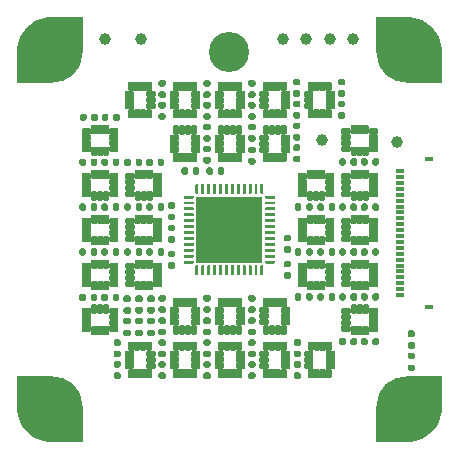
<source format=gbr>
G04 #@! TF.GenerationSoftware,KiCad,Pcbnew,(6.0.9)*
G04 #@! TF.CreationDate,2024-07-14T21:03:07-07:00*
G04 #@! TF.ProjectId,AccArray_QFN,41636341-7272-4617-995f-51464e2e6b69,rev?*
G04 #@! TF.SameCoordinates,Original*
G04 #@! TF.FileFunction,Soldermask,Top*
G04 #@! TF.FilePolarity,Negative*
%FSLAX46Y46*%
G04 Gerber Fmt 4.6, Leading zero omitted, Abs format (unit mm)*
G04 Created by KiCad (PCBNEW (6.0.9)) date 2024-07-14 21:03:07*
%MOMM*%
%LPD*%
G01*
G04 APERTURE LIST*
%ADD10C,0.010000*%
%ADD11R,5.600000X5.600000*%
%ADD12C,1.000000*%
%ADD13C,5.200000*%
%ADD14C,3.400000*%
%ADD15R,0.800000X0.300000*%
%ADD16R,0.800000X0.400000*%
G04 APERTURE END LIST*
G04 #@! TO.C,U15*
G36*
X111100500Y-74371000D02*
G01*
X111107500Y-74372000D01*
X111119500Y-74374000D01*
X111126500Y-74376000D01*
X111132500Y-74378000D01*
X111150500Y-74387000D01*
X111155500Y-74390000D01*
X111160500Y-74394000D01*
X111166500Y-74398000D01*
X111171500Y-74402000D01*
X111175500Y-74407000D01*
X111180500Y-74411000D01*
X111184500Y-74416000D01*
X111188500Y-74422000D01*
X111192500Y-74427000D01*
X111195500Y-74432000D01*
X111204500Y-74450000D01*
X111206500Y-74456000D01*
X111208500Y-74463000D01*
X111210500Y-74475000D01*
X111211500Y-74482000D01*
X111212500Y-74488000D01*
X111212500Y-74942000D01*
X111211500Y-74948000D01*
X111210500Y-74955000D01*
X111208500Y-74967000D01*
X111206500Y-74974000D01*
X111204500Y-74980000D01*
X111195500Y-74998000D01*
X111192500Y-75003000D01*
X111188500Y-75008000D01*
X111184500Y-75014000D01*
X111180500Y-75019000D01*
X111175500Y-75023000D01*
X111171500Y-75028000D01*
X111166500Y-75032000D01*
X111160500Y-75036000D01*
X111155500Y-75040000D01*
X111150500Y-75043000D01*
X111132500Y-75052000D01*
X111126500Y-75054000D01*
X111119500Y-75056000D01*
X111107500Y-75058000D01*
X111100500Y-75059000D01*
X111094500Y-75060000D01*
X110880500Y-75060000D01*
X110874500Y-75059000D01*
X110867500Y-75058000D01*
X110855500Y-75056000D01*
X110848500Y-75054000D01*
X110842500Y-75052000D01*
X110824500Y-75043000D01*
X110819500Y-75040000D01*
X110814500Y-75036000D01*
X110808500Y-75032000D01*
X110803500Y-75028000D01*
X110799500Y-75023000D01*
X110794500Y-75019000D01*
X110790500Y-75014000D01*
X110786500Y-75008000D01*
X110782500Y-75003000D01*
X110779500Y-74998000D01*
X110770500Y-74980000D01*
X110768500Y-74974000D01*
X110766500Y-74967000D01*
X110764500Y-74955000D01*
X110763500Y-74948000D01*
X110762500Y-74942000D01*
X110762500Y-74488000D01*
X110763500Y-74482000D01*
X110764500Y-74475000D01*
X110766500Y-74463000D01*
X110768500Y-74456000D01*
X110770500Y-74450000D01*
X110779500Y-74432000D01*
X110782500Y-74427000D01*
X110786500Y-74422000D01*
X110790500Y-74416000D01*
X110794500Y-74411000D01*
X110799500Y-74407000D01*
X110803500Y-74402000D01*
X110808500Y-74398000D01*
X110814500Y-74394000D01*
X110819500Y-74390000D01*
X110825500Y-74387000D01*
X110830500Y-74384000D01*
X110842500Y-74378000D01*
X110848500Y-74376000D01*
X110855500Y-74374000D01*
X110867500Y-74372000D01*
X110874500Y-74371000D01*
X110880500Y-74370000D01*
X111094500Y-74370000D01*
X111100500Y-74371000D01*
G37*
D10*
X111100500Y-74371000D02*
X111107500Y-74372000D01*
X111119500Y-74374000D01*
X111126500Y-74376000D01*
X111132500Y-74378000D01*
X111150500Y-74387000D01*
X111155500Y-74390000D01*
X111160500Y-74394000D01*
X111166500Y-74398000D01*
X111171500Y-74402000D01*
X111175500Y-74407000D01*
X111180500Y-74411000D01*
X111184500Y-74416000D01*
X111188500Y-74422000D01*
X111192500Y-74427000D01*
X111195500Y-74432000D01*
X111204500Y-74450000D01*
X111206500Y-74456000D01*
X111208500Y-74463000D01*
X111210500Y-74475000D01*
X111211500Y-74482000D01*
X111212500Y-74488000D01*
X111212500Y-74942000D01*
X111211500Y-74948000D01*
X111210500Y-74955000D01*
X111208500Y-74967000D01*
X111206500Y-74974000D01*
X111204500Y-74980000D01*
X111195500Y-74998000D01*
X111192500Y-75003000D01*
X111188500Y-75008000D01*
X111184500Y-75014000D01*
X111180500Y-75019000D01*
X111175500Y-75023000D01*
X111171500Y-75028000D01*
X111166500Y-75032000D01*
X111160500Y-75036000D01*
X111155500Y-75040000D01*
X111150500Y-75043000D01*
X111132500Y-75052000D01*
X111126500Y-75054000D01*
X111119500Y-75056000D01*
X111107500Y-75058000D01*
X111100500Y-75059000D01*
X111094500Y-75060000D01*
X110880500Y-75060000D01*
X110874500Y-75059000D01*
X110867500Y-75058000D01*
X110855500Y-75056000D01*
X110848500Y-75054000D01*
X110842500Y-75052000D01*
X110824500Y-75043000D01*
X110819500Y-75040000D01*
X110814500Y-75036000D01*
X110808500Y-75032000D01*
X110803500Y-75028000D01*
X110799500Y-75023000D01*
X110794500Y-75019000D01*
X110790500Y-75014000D01*
X110786500Y-75008000D01*
X110782500Y-75003000D01*
X110779500Y-74998000D01*
X110770500Y-74980000D01*
X110768500Y-74974000D01*
X110766500Y-74967000D01*
X110764500Y-74955000D01*
X110763500Y-74948000D01*
X110762500Y-74942000D01*
X110762500Y-74488000D01*
X110763500Y-74482000D01*
X110764500Y-74475000D01*
X110766500Y-74463000D01*
X110768500Y-74456000D01*
X110770500Y-74450000D01*
X110779500Y-74432000D01*
X110782500Y-74427000D01*
X110786500Y-74422000D01*
X110790500Y-74416000D01*
X110794500Y-74411000D01*
X110799500Y-74407000D01*
X110803500Y-74402000D01*
X110808500Y-74398000D01*
X110814500Y-74394000D01*
X110819500Y-74390000D01*
X110825500Y-74387000D01*
X110830500Y-74384000D01*
X110842500Y-74378000D01*
X110848500Y-74376000D01*
X110855500Y-74374000D01*
X110867500Y-74372000D01*
X110874500Y-74371000D01*
X110880500Y-74370000D01*
X111094500Y-74370000D01*
X111100500Y-74371000D01*
G36*
X111600500Y-74371000D02*
G01*
X111607500Y-74372000D01*
X111619500Y-74374000D01*
X111626500Y-74376000D01*
X111632500Y-74378000D01*
X111644500Y-74384000D01*
X111649500Y-74387000D01*
X111655500Y-74390000D01*
X111660500Y-74394000D01*
X111666500Y-74398000D01*
X111671500Y-74402000D01*
X111675500Y-74407000D01*
X111680500Y-74411000D01*
X111684500Y-74416000D01*
X111688500Y-74422000D01*
X111692500Y-74427000D01*
X111695500Y-74432000D01*
X111704500Y-74450000D01*
X111706500Y-74456000D01*
X111708500Y-74463000D01*
X111710500Y-74475000D01*
X111711500Y-74482000D01*
X111712500Y-74488000D01*
X111712500Y-74942000D01*
X111711500Y-74948000D01*
X111710500Y-74955000D01*
X111708500Y-74967000D01*
X111706500Y-74974000D01*
X111704500Y-74980000D01*
X111695500Y-74998000D01*
X111692500Y-75003000D01*
X111688500Y-75008000D01*
X111684500Y-75014000D01*
X111680500Y-75019000D01*
X111675500Y-75023000D01*
X111671500Y-75028000D01*
X111666500Y-75032000D01*
X111660500Y-75036000D01*
X111655500Y-75040000D01*
X111649500Y-75043000D01*
X111644500Y-75046000D01*
X111632500Y-75052000D01*
X111626500Y-75054000D01*
X111619500Y-75056000D01*
X111607500Y-75058000D01*
X111600500Y-75059000D01*
X111594500Y-75060000D01*
X111380500Y-75060000D01*
X111374500Y-75059000D01*
X111367500Y-75058000D01*
X111355500Y-75056000D01*
X111348500Y-75054000D01*
X111342500Y-75052000D01*
X111324500Y-75043000D01*
X111319500Y-75040000D01*
X111314500Y-75036000D01*
X111308500Y-75032000D01*
X111303500Y-75028000D01*
X111299500Y-75023000D01*
X111294500Y-75019000D01*
X111290500Y-75014000D01*
X111286500Y-75008000D01*
X111282500Y-75003000D01*
X111279500Y-74998000D01*
X111270500Y-74980000D01*
X111268500Y-74974000D01*
X111266500Y-74967000D01*
X111264500Y-74955000D01*
X111263500Y-74948000D01*
X111262500Y-74942000D01*
X111262500Y-74488000D01*
X111263500Y-74482000D01*
X111264500Y-74475000D01*
X111266500Y-74463000D01*
X111268500Y-74456000D01*
X111270500Y-74450000D01*
X111279500Y-74432000D01*
X111282500Y-74427000D01*
X111286500Y-74422000D01*
X111290500Y-74416000D01*
X111294500Y-74411000D01*
X111299500Y-74407000D01*
X111303500Y-74402000D01*
X111308500Y-74398000D01*
X111314500Y-74394000D01*
X111319500Y-74390000D01*
X111325500Y-74387000D01*
X111330500Y-74384000D01*
X111342500Y-74378000D01*
X111348500Y-74376000D01*
X111355500Y-74374000D01*
X111367500Y-74372000D01*
X111374500Y-74371000D01*
X111380500Y-74370000D01*
X111594500Y-74370000D01*
X111600500Y-74371000D01*
G37*
X111600500Y-74371000D02*
X111607500Y-74372000D01*
X111619500Y-74374000D01*
X111626500Y-74376000D01*
X111632500Y-74378000D01*
X111644500Y-74384000D01*
X111649500Y-74387000D01*
X111655500Y-74390000D01*
X111660500Y-74394000D01*
X111666500Y-74398000D01*
X111671500Y-74402000D01*
X111675500Y-74407000D01*
X111680500Y-74411000D01*
X111684500Y-74416000D01*
X111688500Y-74422000D01*
X111692500Y-74427000D01*
X111695500Y-74432000D01*
X111704500Y-74450000D01*
X111706500Y-74456000D01*
X111708500Y-74463000D01*
X111710500Y-74475000D01*
X111711500Y-74482000D01*
X111712500Y-74488000D01*
X111712500Y-74942000D01*
X111711500Y-74948000D01*
X111710500Y-74955000D01*
X111708500Y-74967000D01*
X111706500Y-74974000D01*
X111704500Y-74980000D01*
X111695500Y-74998000D01*
X111692500Y-75003000D01*
X111688500Y-75008000D01*
X111684500Y-75014000D01*
X111680500Y-75019000D01*
X111675500Y-75023000D01*
X111671500Y-75028000D01*
X111666500Y-75032000D01*
X111660500Y-75036000D01*
X111655500Y-75040000D01*
X111649500Y-75043000D01*
X111644500Y-75046000D01*
X111632500Y-75052000D01*
X111626500Y-75054000D01*
X111619500Y-75056000D01*
X111607500Y-75058000D01*
X111600500Y-75059000D01*
X111594500Y-75060000D01*
X111380500Y-75060000D01*
X111374500Y-75059000D01*
X111367500Y-75058000D01*
X111355500Y-75056000D01*
X111348500Y-75054000D01*
X111342500Y-75052000D01*
X111324500Y-75043000D01*
X111319500Y-75040000D01*
X111314500Y-75036000D01*
X111308500Y-75032000D01*
X111303500Y-75028000D01*
X111299500Y-75023000D01*
X111294500Y-75019000D01*
X111290500Y-75014000D01*
X111286500Y-75008000D01*
X111282500Y-75003000D01*
X111279500Y-74998000D01*
X111270500Y-74980000D01*
X111268500Y-74974000D01*
X111266500Y-74967000D01*
X111264500Y-74955000D01*
X111263500Y-74948000D01*
X111262500Y-74942000D01*
X111262500Y-74488000D01*
X111263500Y-74482000D01*
X111264500Y-74475000D01*
X111266500Y-74463000D01*
X111268500Y-74456000D01*
X111270500Y-74450000D01*
X111279500Y-74432000D01*
X111282500Y-74427000D01*
X111286500Y-74422000D01*
X111290500Y-74416000D01*
X111294500Y-74411000D01*
X111299500Y-74407000D01*
X111303500Y-74402000D01*
X111308500Y-74398000D01*
X111314500Y-74394000D01*
X111319500Y-74390000D01*
X111325500Y-74387000D01*
X111330500Y-74384000D01*
X111342500Y-74378000D01*
X111348500Y-74376000D01*
X111355500Y-74374000D01*
X111367500Y-74372000D01*
X111374500Y-74371000D01*
X111380500Y-74370000D01*
X111594500Y-74370000D01*
X111600500Y-74371000D01*
G36*
X112385500Y-72826000D02*
G01*
X112392500Y-72827000D01*
X112404500Y-72829000D01*
X112411500Y-72831000D01*
X112417500Y-72833000D01*
X112435500Y-72842000D01*
X112440500Y-72845000D01*
X112445500Y-72849000D01*
X112451500Y-72853000D01*
X112456500Y-72857000D01*
X112460500Y-72862000D01*
X112465500Y-72866000D01*
X112469500Y-72871000D01*
X112473500Y-72877000D01*
X112477500Y-72882000D01*
X112480500Y-72888000D01*
X112483500Y-72893000D01*
X112489500Y-72905000D01*
X112491500Y-72911000D01*
X112493500Y-72918000D01*
X112495500Y-72930000D01*
X112496500Y-72937000D01*
X112497500Y-72943000D01*
X112497500Y-73157000D01*
X112496500Y-73163000D01*
X112495500Y-73170000D01*
X112493500Y-73182000D01*
X112491500Y-73189000D01*
X112489500Y-73195000D01*
X112483500Y-73207000D01*
X112480500Y-73212000D01*
X112477500Y-73218000D01*
X112473500Y-73223000D01*
X112469500Y-73229000D01*
X112465500Y-73234000D01*
X112460500Y-73238000D01*
X112456500Y-73243000D01*
X112451500Y-73247000D01*
X112445500Y-73251000D01*
X112440500Y-73255000D01*
X112435500Y-73258000D01*
X112417500Y-73267000D01*
X112411500Y-73269000D01*
X112404500Y-73271000D01*
X112392500Y-73273000D01*
X112385500Y-73274000D01*
X112379500Y-73275000D01*
X111925500Y-73275000D01*
X111919500Y-73274000D01*
X111912500Y-73273000D01*
X111900500Y-73271000D01*
X111893500Y-73269000D01*
X111887500Y-73267000D01*
X111869500Y-73258000D01*
X111864500Y-73255000D01*
X111859500Y-73251000D01*
X111853500Y-73247000D01*
X111848500Y-73243000D01*
X111844500Y-73238000D01*
X111839500Y-73234000D01*
X111835500Y-73229000D01*
X111831500Y-73223000D01*
X111827500Y-73218000D01*
X111824500Y-73212000D01*
X111821500Y-73207000D01*
X111815500Y-73195000D01*
X111813500Y-73189000D01*
X111811500Y-73182000D01*
X111809500Y-73170000D01*
X111808500Y-73163000D01*
X111807500Y-73157000D01*
X111807500Y-72943000D01*
X111808500Y-72937000D01*
X111809500Y-72930000D01*
X111811500Y-72918000D01*
X111813500Y-72911000D01*
X111815500Y-72905000D01*
X111821500Y-72893000D01*
X111824500Y-72888000D01*
X111827500Y-72882000D01*
X111831500Y-72877000D01*
X111835500Y-72871000D01*
X111839500Y-72866000D01*
X111844500Y-72862000D01*
X111848500Y-72857000D01*
X111853500Y-72853000D01*
X111859500Y-72849000D01*
X111864500Y-72845000D01*
X111869500Y-72842000D01*
X111887500Y-72833000D01*
X111893500Y-72831000D01*
X111900500Y-72829000D01*
X111912500Y-72827000D01*
X111919500Y-72826000D01*
X111925500Y-72825000D01*
X112379500Y-72825000D01*
X112385500Y-72826000D01*
G37*
X112385500Y-72826000D02*
X112392500Y-72827000D01*
X112404500Y-72829000D01*
X112411500Y-72831000D01*
X112417500Y-72833000D01*
X112435500Y-72842000D01*
X112440500Y-72845000D01*
X112445500Y-72849000D01*
X112451500Y-72853000D01*
X112456500Y-72857000D01*
X112460500Y-72862000D01*
X112465500Y-72866000D01*
X112469500Y-72871000D01*
X112473500Y-72877000D01*
X112477500Y-72882000D01*
X112480500Y-72888000D01*
X112483500Y-72893000D01*
X112489500Y-72905000D01*
X112491500Y-72911000D01*
X112493500Y-72918000D01*
X112495500Y-72930000D01*
X112496500Y-72937000D01*
X112497500Y-72943000D01*
X112497500Y-73157000D01*
X112496500Y-73163000D01*
X112495500Y-73170000D01*
X112493500Y-73182000D01*
X112491500Y-73189000D01*
X112489500Y-73195000D01*
X112483500Y-73207000D01*
X112480500Y-73212000D01*
X112477500Y-73218000D01*
X112473500Y-73223000D01*
X112469500Y-73229000D01*
X112465500Y-73234000D01*
X112460500Y-73238000D01*
X112456500Y-73243000D01*
X112451500Y-73247000D01*
X112445500Y-73251000D01*
X112440500Y-73255000D01*
X112435500Y-73258000D01*
X112417500Y-73267000D01*
X112411500Y-73269000D01*
X112404500Y-73271000D01*
X112392500Y-73273000D01*
X112385500Y-73274000D01*
X112379500Y-73275000D01*
X111925500Y-73275000D01*
X111919500Y-73274000D01*
X111912500Y-73273000D01*
X111900500Y-73271000D01*
X111893500Y-73269000D01*
X111887500Y-73267000D01*
X111869500Y-73258000D01*
X111864500Y-73255000D01*
X111859500Y-73251000D01*
X111853500Y-73247000D01*
X111848500Y-73243000D01*
X111844500Y-73238000D01*
X111839500Y-73234000D01*
X111835500Y-73229000D01*
X111831500Y-73223000D01*
X111827500Y-73218000D01*
X111824500Y-73212000D01*
X111821500Y-73207000D01*
X111815500Y-73195000D01*
X111813500Y-73189000D01*
X111811500Y-73182000D01*
X111809500Y-73170000D01*
X111808500Y-73163000D01*
X111807500Y-73157000D01*
X111807500Y-72943000D01*
X111808500Y-72937000D01*
X111809500Y-72930000D01*
X111811500Y-72918000D01*
X111813500Y-72911000D01*
X111815500Y-72905000D01*
X111821500Y-72893000D01*
X111824500Y-72888000D01*
X111827500Y-72882000D01*
X111831500Y-72877000D01*
X111835500Y-72871000D01*
X111839500Y-72866000D01*
X111844500Y-72862000D01*
X111848500Y-72857000D01*
X111853500Y-72853000D01*
X111859500Y-72849000D01*
X111864500Y-72845000D01*
X111869500Y-72842000D01*
X111887500Y-72833000D01*
X111893500Y-72831000D01*
X111900500Y-72829000D01*
X111912500Y-72827000D01*
X111919500Y-72826000D01*
X111925500Y-72825000D01*
X112379500Y-72825000D01*
X112385500Y-72826000D01*
G36*
X111600500Y-72541000D02*
G01*
X111607500Y-72542000D01*
X111619500Y-72544000D01*
X111626500Y-72546000D01*
X111632500Y-72548000D01*
X111644500Y-72554000D01*
X111649500Y-72557000D01*
X111655500Y-72560000D01*
X111660500Y-72564000D01*
X111666500Y-72568000D01*
X111671500Y-72572000D01*
X111675500Y-72577000D01*
X111680500Y-72581000D01*
X111684500Y-72586000D01*
X111688500Y-72592000D01*
X111692500Y-72597000D01*
X111695500Y-72602000D01*
X111704500Y-72620000D01*
X111706500Y-72626000D01*
X111708500Y-72633000D01*
X111710500Y-72645000D01*
X111711500Y-72652000D01*
X111712500Y-72658000D01*
X111712500Y-73112000D01*
X111711500Y-73118000D01*
X111710500Y-73125000D01*
X111708500Y-73137000D01*
X111706500Y-73144000D01*
X111704500Y-73150000D01*
X111695500Y-73168000D01*
X111692500Y-73173000D01*
X111688500Y-73178000D01*
X111684500Y-73184000D01*
X111680500Y-73189000D01*
X111675500Y-73193000D01*
X111671500Y-73198000D01*
X111666500Y-73202000D01*
X111660500Y-73206000D01*
X111655500Y-73210000D01*
X111649500Y-73213000D01*
X111644500Y-73216000D01*
X111632500Y-73222000D01*
X111626500Y-73224000D01*
X111619500Y-73226000D01*
X111607500Y-73228000D01*
X111600500Y-73229000D01*
X111594500Y-73230000D01*
X111380500Y-73230000D01*
X111374500Y-73229000D01*
X111367500Y-73228000D01*
X111355500Y-73226000D01*
X111348500Y-73224000D01*
X111342500Y-73222000D01*
X111324500Y-73213000D01*
X111319500Y-73210000D01*
X111314500Y-73206000D01*
X111308500Y-73202000D01*
X111303500Y-73198000D01*
X111299500Y-73193000D01*
X111294500Y-73189000D01*
X111290500Y-73184000D01*
X111286500Y-73178000D01*
X111282500Y-73173000D01*
X111279500Y-73168000D01*
X111270500Y-73150000D01*
X111268500Y-73144000D01*
X111266500Y-73137000D01*
X111264500Y-73125000D01*
X111263500Y-73118000D01*
X111262500Y-73112000D01*
X111262500Y-72658000D01*
X111263500Y-72652000D01*
X111264500Y-72645000D01*
X111266500Y-72633000D01*
X111268500Y-72626000D01*
X111270500Y-72620000D01*
X111279500Y-72602000D01*
X111282500Y-72597000D01*
X111286500Y-72592000D01*
X111290500Y-72586000D01*
X111294500Y-72581000D01*
X111299500Y-72577000D01*
X111303500Y-72572000D01*
X111308500Y-72568000D01*
X111314500Y-72564000D01*
X111319500Y-72560000D01*
X111325500Y-72557000D01*
X111330500Y-72554000D01*
X111342500Y-72548000D01*
X111348500Y-72546000D01*
X111355500Y-72544000D01*
X111367500Y-72542000D01*
X111374500Y-72541000D01*
X111380500Y-72540000D01*
X111594500Y-72540000D01*
X111600500Y-72541000D01*
G37*
X111600500Y-72541000D02*
X111607500Y-72542000D01*
X111619500Y-72544000D01*
X111626500Y-72546000D01*
X111632500Y-72548000D01*
X111644500Y-72554000D01*
X111649500Y-72557000D01*
X111655500Y-72560000D01*
X111660500Y-72564000D01*
X111666500Y-72568000D01*
X111671500Y-72572000D01*
X111675500Y-72577000D01*
X111680500Y-72581000D01*
X111684500Y-72586000D01*
X111688500Y-72592000D01*
X111692500Y-72597000D01*
X111695500Y-72602000D01*
X111704500Y-72620000D01*
X111706500Y-72626000D01*
X111708500Y-72633000D01*
X111710500Y-72645000D01*
X111711500Y-72652000D01*
X111712500Y-72658000D01*
X111712500Y-73112000D01*
X111711500Y-73118000D01*
X111710500Y-73125000D01*
X111708500Y-73137000D01*
X111706500Y-73144000D01*
X111704500Y-73150000D01*
X111695500Y-73168000D01*
X111692500Y-73173000D01*
X111688500Y-73178000D01*
X111684500Y-73184000D01*
X111680500Y-73189000D01*
X111675500Y-73193000D01*
X111671500Y-73198000D01*
X111666500Y-73202000D01*
X111660500Y-73206000D01*
X111655500Y-73210000D01*
X111649500Y-73213000D01*
X111644500Y-73216000D01*
X111632500Y-73222000D01*
X111626500Y-73224000D01*
X111619500Y-73226000D01*
X111607500Y-73228000D01*
X111600500Y-73229000D01*
X111594500Y-73230000D01*
X111380500Y-73230000D01*
X111374500Y-73229000D01*
X111367500Y-73228000D01*
X111355500Y-73226000D01*
X111348500Y-73224000D01*
X111342500Y-73222000D01*
X111324500Y-73213000D01*
X111319500Y-73210000D01*
X111314500Y-73206000D01*
X111308500Y-73202000D01*
X111303500Y-73198000D01*
X111299500Y-73193000D01*
X111294500Y-73189000D01*
X111290500Y-73184000D01*
X111286500Y-73178000D01*
X111282500Y-73173000D01*
X111279500Y-73168000D01*
X111270500Y-73150000D01*
X111268500Y-73144000D01*
X111266500Y-73137000D01*
X111264500Y-73125000D01*
X111263500Y-73118000D01*
X111262500Y-73112000D01*
X111262500Y-72658000D01*
X111263500Y-72652000D01*
X111264500Y-72645000D01*
X111266500Y-72633000D01*
X111268500Y-72626000D01*
X111270500Y-72620000D01*
X111279500Y-72602000D01*
X111282500Y-72597000D01*
X111286500Y-72592000D01*
X111290500Y-72586000D01*
X111294500Y-72581000D01*
X111299500Y-72577000D01*
X111303500Y-72572000D01*
X111308500Y-72568000D01*
X111314500Y-72564000D01*
X111319500Y-72560000D01*
X111325500Y-72557000D01*
X111330500Y-72554000D01*
X111342500Y-72548000D01*
X111348500Y-72546000D01*
X111355500Y-72544000D01*
X111367500Y-72542000D01*
X111374500Y-72541000D01*
X111380500Y-72540000D01*
X111594500Y-72540000D01*
X111600500Y-72541000D01*
G36*
X110600500Y-74371000D02*
G01*
X110607500Y-74372000D01*
X110619500Y-74374000D01*
X110626500Y-74376000D01*
X110632500Y-74378000D01*
X110644500Y-74384000D01*
X110649500Y-74387000D01*
X110655500Y-74390000D01*
X110660500Y-74394000D01*
X110666500Y-74398000D01*
X110671500Y-74402000D01*
X110675500Y-74407000D01*
X110680500Y-74411000D01*
X110684500Y-74416000D01*
X110688500Y-74422000D01*
X110692500Y-74427000D01*
X110695500Y-74432000D01*
X110704500Y-74450000D01*
X110706500Y-74456000D01*
X110708500Y-74463000D01*
X110710500Y-74475000D01*
X110711500Y-74482000D01*
X110712500Y-74488000D01*
X110712500Y-74942000D01*
X110711500Y-74948000D01*
X110710500Y-74955000D01*
X110708500Y-74967000D01*
X110706500Y-74974000D01*
X110704500Y-74980000D01*
X110695500Y-74998000D01*
X110692500Y-75003000D01*
X110688500Y-75008000D01*
X110684500Y-75014000D01*
X110680500Y-75019000D01*
X110675500Y-75023000D01*
X110671500Y-75028000D01*
X110666500Y-75032000D01*
X110660500Y-75036000D01*
X110655500Y-75040000D01*
X110649500Y-75043000D01*
X110644500Y-75046000D01*
X110632500Y-75052000D01*
X110626500Y-75054000D01*
X110619500Y-75056000D01*
X110607500Y-75058000D01*
X110600500Y-75059000D01*
X110594500Y-75060000D01*
X110380500Y-75060000D01*
X110374500Y-75059000D01*
X110367500Y-75058000D01*
X110355500Y-75056000D01*
X110348500Y-75054000D01*
X110342500Y-75052000D01*
X110324500Y-75043000D01*
X110319500Y-75040000D01*
X110314500Y-75036000D01*
X110308500Y-75032000D01*
X110303500Y-75028000D01*
X110299500Y-75023000D01*
X110294500Y-75019000D01*
X110290500Y-75014000D01*
X110286500Y-75008000D01*
X110282500Y-75003000D01*
X110279500Y-74998000D01*
X110270500Y-74980000D01*
X110268500Y-74974000D01*
X110266500Y-74967000D01*
X110264500Y-74955000D01*
X110263500Y-74948000D01*
X110262500Y-74942000D01*
X110262500Y-74488000D01*
X110263500Y-74482000D01*
X110264500Y-74475000D01*
X110266500Y-74463000D01*
X110268500Y-74456000D01*
X110270500Y-74450000D01*
X110279500Y-74432000D01*
X110282500Y-74427000D01*
X110286500Y-74422000D01*
X110290500Y-74416000D01*
X110294500Y-74411000D01*
X110299500Y-74407000D01*
X110303500Y-74402000D01*
X110308500Y-74398000D01*
X110314500Y-74394000D01*
X110319500Y-74390000D01*
X110325500Y-74387000D01*
X110330500Y-74384000D01*
X110342500Y-74378000D01*
X110348500Y-74376000D01*
X110355500Y-74374000D01*
X110367500Y-74372000D01*
X110374500Y-74371000D01*
X110380500Y-74370000D01*
X110594500Y-74370000D01*
X110600500Y-74371000D01*
G37*
X110600500Y-74371000D02*
X110607500Y-74372000D01*
X110619500Y-74374000D01*
X110626500Y-74376000D01*
X110632500Y-74378000D01*
X110644500Y-74384000D01*
X110649500Y-74387000D01*
X110655500Y-74390000D01*
X110660500Y-74394000D01*
X110666500Y-74398000D01*
X110671500Y-74402000D01*
X110675500Y-74407000D01*
X110680500Y-74411000D01*
X110684500Y-74416000D01*
X110688500Y-74422000D01*
X110692500Y-74427000D01*
X110695500Y-74432000D01*
X110704500Y-74450000D01*
X110706500Y-74456000D01*
X110708500Y-74463000D01*
X110710500Y-74475000D01*
X110711500Y-74482000D01*
X110712500Y-74488000D01*
X110712500Y-74942000D01*
X110711500Y-74948000D01*
X110710500Y-74955000D01*
X110708500Y-74967000D01*
X110706500Y-74974000D01*
X110704500Y-74980000D01*
X110695500Y-74998000D01*
X110692500Y-75003000D01*
X110688500Y-75008000D01*
X110684500Y-75014000D01*
X110680500Y-75019000D01*
X110675500Y-75023000D01*
X110671500Y-75028000D01*
X110666500Y-75032000D01*
X110660500Y-75036000D01*
X110655500Y-75040000D01*
X110649500Y-75043000D01*
X110644500Y-75046000D01*
X110632500Y-75052000D01*
X110626500Y-75054000D01*
X110619500Y-75056000D01*
X110607500Y-75058000D01*
X110600500Y-75059000D01*
X110594500Y-75060000D01*
X110380500Y-75060000D01*
X110374500Y-75059000D01*
X110367500Y-75058000D01*
X110355500Y-75056000D01*
X110348500Y-75054000D01*
X110342500Y-75052000D01*
X110324500Y-75043000D01*
X110319500Y-75040000D01*
X110314500Y-75036000D01*
X110308500Y-75032000D01*
X110303500Y-75028000D01*
X110299500Y-75023000D01*
X110294500Y-75019000D01*
X110290500Y-75014000D01*
X110286500Y-75008000D01*
X110282500Y-75003000D01*
X110279500Y-74998000D01*
X110270500Y-74980000D01*
X110268500Y-74974000D01*
X110266500Y-74967000D01*
X110264500Y-74955000D01*
X110263500Y-74948000D01*
X110262500Y-74942000D01*
X110262500Y-74488000D01*
X110263500Y-74482000D01*
X110264500Y-74475000D01*
X110266500Y-74463000D01*
X110268500Y-74456000D01*
X110270500Y-74450000D01*
X110279500Y-74432000D01*
X110282500Y-74427000D01*
X110286500Y-74422000D01*
X110290500Y-74416000D01*
X110294500Y-74411000D01*
X110299500Y-74407000D01*
X110303500Y-74402000D01*
X110308500Y-74398000D01*
X110314500Y-74394000D01*
X110319500Y-74390000D01*
X110325500Y-74387000D01*
X110330500Y-74384000D01*
X110342500Y-74378000D01*
X110348500Y-74376000D01*
X110355500Y-74374000D01*
X110367500Y-74372000D01*
X110374500Y-74371000D01*
X110380500Y-74370000D01*
X110594500Y-74370000D01*
X110600500Y-74371000D01*
G36*
X111100500Y-72541000D02*
G01*
X111107500Y-72542000D01*
X111119500Y-72544000D01*
X111126500Y-72546000D01*
X111132500Y-72548000D01*
X111150500Y-72557000D01*
X111155500Y-72560000D01*
X111160500Y-72564000D01*
X111166500Y-72568000D01*
X111171500Y-72572000D01*
X111175500Y-72577000D01*
X111180500Y-72581000D01*
X111184500Y-72586000D01*
X111188500Y-72592000D01*
X111192500Y-72597000D01*
X111195500Y-72602000D01*
X111204500Y-72620000D01*
X111206500Y-72626000D01*
X111208500Y-72633000D01*
X111210500Y-72645000D01*
X111211500Y-72652000D01*
X111212500Y-72658000D01*
X111212500Y-73112000D01*
X111211500Y-73118000D01*
X111210500Y-73125000D01*
X111208500Y-73137000D01*
X111206500Y-73144000D01*
X111204500Y-73150000D01*
X111195500Y-73168000D01*
X111192500Y-73173000D01*
X111188500Y-73178000D01*
X111184500Y-73184000D01*
X111180500Y-73189000D01*
X111175500Y-73193000D01*
X111171500Y-73198000D01*
X111166500Y-73202000D01*
X111160500Y-73206000D01*
X111155500Y-73210000D01*
X111150500Y-73213000D01*
X111132500Y-73222000D01*
X111126500Y-73224000D01*
X111119500Y-73226000D01*
X111107500Y-73228000D01*
X111100500Y-73229000D01*
X111094500Y-73230000D01*
X110880500Y-73230000D01*
X110874500Y-73229000D01*
X110867500Y-73228000D01*
X110855500Y-73226000D01*
X110848500Y-73224000D01*
X110842500Y-73222000D01*
X110824500Y-73213000D01*
X110819500Y-73210000D01*
X110814500Y-73206000D01*
X110808500Y-73202000D01*
X110803500Y-73198000D01*
X110799500Y-73193000D01*
X110794500Y-73189000D01*
X110790500Y-73184000D01*
X110786500Y-73178000D01*
X110782500Y-73173000D01*
X110779500Y-73168000D01*
X110770500Y-73150000D01*
X110768500Y-73144000D01*
X110766500Y-73137000D01*
X110764500Y-73125000D01*
X110763500Y-73118000D01*
X110762500Y-73112000D01*
X110762500Y-72658000D01*
X110763500Y-72652000D01*
X110764500Y-72645000D01*
X110766500Y-72633000D01*
X110768500Y-72626000D01*
X110770500Y-72620000D01*
X110779500Y-72602000D01*
X110782500Y-72597000D01*
X110786500Y-72592000D01*
X110790500Y-72586000D01*
X110794500Y-72581000D01*
X110799500Y-72577000D01*
X110803500Y-72572000D01*
X110808500Y-72568000D01*
X110814500Y-72564000D01*
X110819500Y-72560000D01*
X110825500Y-72557000D01*
X110830500Y-72554000D01*
X110842500Y-72548000D01*
X110848500Y-72546000D01*
X110855500Y-72544000D01*
X110867500Y-72542000D01*
X110874500Y-72541000D01*
X110880500Y-72540000D01*
X111094500Y-72540000D01*
X111100500Y-72541000D01*
G37*
X111100500Y-72541000D02*
X111107500Y-72542000D01*
X111119500Y-72544000D01*
X111126500Y-72546000D01*
X111132500Y-72548000D01*
X111150500Y-72557000D01*
X111155500Y-72560000D01*
X111160500Y-72564000D01*
X111166500Y-72568000D01*
X111171500Y-72572000D01*
X111175500Y-72577000D01*
X111180500Y-72581000D01*
X111184500Y-72586000D01*
X111188500Y-72592000D01*
X111192500Y-72597000D01*
X111195500Y-72602000D01*
X111204500Y-72620000D01*
X111206500Y-72626000D01*
X111208500Y-72633000D01*
X111210500Y-72645000D01*
X111211500Y-72652000D01*
X111212500Y-72658000D01*
X111212500Y-73112000D01*
X111211500Y-73118000D01*
X111210500Y-73125000D01*
X111208500Y-73137000D01*
X111206500Y-73144000D01*
X111204500Y-73150000D01*
X111195500Y-73168000D01*
X111192500Y-73173000D01*
X111188500Y-73178000D01*
X111184500Y-73184000D01*
X111180500Y-73189000D01*
X111175500Y-73193000D01*
X111171500Y-73198000D01*
X111166500Y-73202000D01*
X111160500Y-73206000D01*
X111155500Y-73210000D01*
X111150500Y-73213000D01*
X111132500Y-73222000D01*
X111126500Y-73224000D01*
X111119500Y-73226000D01*
X111107500Y-73228000D01*
X111100500Y-73229000D01*
X111094500Y-73230000D01*
X110880500Y-73230000D01*
X110874500Y-73229000D01*
X110867500Y-73228000D01*
X110855500Y-73226000D01*
X110848500Y-73224000D01*
X110842500Y-73222000D01*
X110824500Y-73213000D01*
X110819500Y-73210000D01*
X110814500Y-73206000D01*
X110808500Y-73202000D01*
X110803500Y-73198000D01*
X110799500Y-73193000D01*
X110794500Y-73189000D01*
X110790500Y-73184000D01*
X110786500Y-73178000D01*
X110782500Y-73173000D01*
X110779500Y-73168000D01*
X110770500Y-73150000D01*
X110768500Y-73144000D01*
X110766500Y-73137000D01*
X110764500Y-73125000D01*
X110763500Y-73118000D01*
X110762500Y-73112000D01*
X110762500Y-72658000D01*
X110763500Y-72652000D01*
X110764500Y-72645000D01*
X110766500Y-72633000D01*
X110768500Y-72626000D01*
X110770500Y-72620000D01*
X110779500Y-72602000D01*
X110782500Y-72597000D01*
X110786500Y-72592000D01*
X110790500Y-72586000D01*
X110794500Y-72581000D01*
X110799500Y-72577000D01*
X110803500Y-72572000D01*
X110808500Y-72568000D01*
X110814500Y-72564000D01*
X110819500Y-72560000D01*
X110825500Y-72557000D01*
X110830500Y-72554000D01*
X110842500Y-72548000D01*
X110848500Y-72546000D01*
X110855500Y-72544000D01*
X110867500Y-72542000D01*
X110874500Y-72541000D01*
X110880500Y-72540000D01*
X111094500Y-72540000D01*
X111100500Y-72541000D01*
G36*
X110055500Y-72826000D02*
G01*
X110062500Y-72827000D01*
X110074500Y-72829000D01*
X110081500Y-72831000D01*
X110087500Y-72833000D01*
X110105500Y-72842000D01*
X110110500Y-72845000D01*
X110115500Y-72849000D01*
X110121500Y-72853000D01*
X110126500Y-72857000D01*
X110130500Y-72862000D01*
X110135500Y-72866000D01*
X110139500Y-72871000D01*
X110143500Y-72877000D01*
X110147500Y-72882000D01*
X110150500Y-72888000D01*
X110153500Y-72893000D01*
X110159500Y-72905000D01*
X110161500Y-72911000D01*
X110163500Y-72918000D01*
X110165500Y-72930000D01*
X110166500Y-72937000D01*
X110167500Y-72943000D01*
X110167500Y-73157000D01*
X110166500Y-73163000D01*
X110165500Y-73170000D01*
X110163500Y-73182000D01*
X110161500Y-73189000D01*
X110159500Y-73195000D01*
X110153500Y-73207000D01*
X110150500Y-73212000D01*
X110147500Y-73218000D01*
X110143500Y-73223000D01*
X110139500Y-73229000D01*
X110135500Y-73234000D01*
X110130500Y-73238000D01*
X110126500Y-73243000D01*
X110121500Y-73247000D01*
X110115500Y-73251000D01*
X110110500Y-73255000D01*
X110105500Y-73258000D01*
X110087500Y-73267000D01*
X110081500Y-73269000D01*
X110074500Y-73271000D01*
X110062500Y-73273000D01*
X110055500Y-73274000D01*
X110049500Y-73275000D01*
X109595500Y-73275000D01*
X109589500Y-73274000D01*
X109582500Y-73273000D01*
X109570500Y-73271000D01*
X109563500Y-73269000D01*
X109557500Y-73267000D01*
X109539500Y-73258000D01*
X109534500Y-73255000D01*
X109529500Y-73251000D01*
X109523500Y-73247000D01*
X109518500Y-73243000D01*
X109514500Y-73238000D01*
X109509500Y-73234000D01*
X109505500Y-73229000D01*
X109501500Y-73223000D01*
X109497500Y-73218000D01*
X109494500Y-73212000D01*
X109491500Y-73207000D01*
X109485500Y-73195000D01*
X109483500Y-73189000D01*
X109481500Y-73182000D01*
X109479500Y-73170000D01*
X109478500Y-73163000D01*
X109477500Y-73157000D01*
X109477500Y-72943000D01*
X109478500Y-72937000D01*
X109479500Y-72930000D01*
X109481500Y-72918000D01*
X109483500Y-72911000D01*
X109485500Y-72905000D01*
X109491500Y-72893000D01*
X109494500Y-72888000D01*
X109497500Y-72882000D01*
X109501500Y-72877000D01*
X109505500Y-72871000D01*
X109509500Y-72866000D01*
X109514500Y-72862000D01*
X109518500Y-72857000D01*
X109523500Y-72853000D01*
X109529500Y-72849000D01*
X109534500Y-72845000D01*
X109539500Y-72842000D01*
X109557500Y-72833000D01*
X109563500Y-72831000D01*
X109570500Y-72829000D01*
X109582500Y-72827000D01*
X109589500Y-72826000D01*
X109595500Y-72825000D01*
X110049500Y-72825000D01*
X110055500Y-72826000D01*
G37*
X110055500Y-72826000D02*
X110062500Y-72827000D01*
X110074500Y-72829000D01*
X110081500Y-72831000D01*
X110087500Y-72833000D01*
X110105500Y-72842000D01*
X110110500Y-72845000D01*
X110115500Y-72849000D01*
X110121500Y-72853000D01*
X110126500Y-72857000D01*
X110130500Y-72862000D01*
X110135500Y-72866000D01*
X110139500Y-72871000D01*
X110143500Y-72877000D01*
X110147500Y-72882000D01*
X110150500Y-72888000D01*
X110153500Y-72893000D01*
X110159500Y-72905000D01*
X110161500Y-72911000D01*
X110163500Y-72918000D01*
X110165500Y-72930000D01*
X110166500Y-72937000D01*
X110167500Y-72943000D01*
X110167500Y-73157000D01*
X110166500Y-73163000D01*
X110165500Y-73170000D01*
X110163500Y-73182000D01*
X110161500Y-73189000D01*
X110159500Y-73195000D01*
X110153500Y-73207000D01*
X110150500Y-73212000D01*
X110147500Y-73218000D01*
X110143500Y-73223000D01*
X110139500Y-73229000D01*
X110135500Y-73234000D01*
X110130500Y-73238000D01*
X110126500Y-73243000D01*
X110121500Y-73247000D01*
X110115500Y-73251000D01*
X110110500Y-73255000D01*
X110105500Y-73258000D01*
X110087500Y-73267000D01*
X110081500Y-73269000D01*
X110074500Y-73271000D01*
X110062500Y-73273000D01*
X110055500Y-73274000D01*
X110049500Y-73275000D01*
X109595500Y-73275000D01*
X109589500Y-73274000D01*
X109582500Y-73273000D01*
X109570500Y-73271000D01*
X109563500Y-73269000D01*
X109557500Y-73267000D01*
X109539500Y-73258000D01*
X109534500Y-73255000D01*
X109529500Y-73251000D01*
X109523500Y-73247000D01*
X109518500Y-73243000D01*
X109514500Y-73238000D01*
X109509500Y-73234000D01*
X109505500Y-73229000D01*
X109501500Y-73223000D01*
X109497500Y-73218000D01*
X109494500Y-73212000D01*
X109491500Y-73207000D01*
X109485500Y-73195000D01*
X109483500Y-73189000D01*
X109481500Y-73182000D01*
X109479500Y-73170000D01*
X109478500Y-73163000D01*
X109477500Y-73157000D01*
X109477500Y-72943000D01*
X109478500Y-72937000D01*
X109479500Y-72930000D01*
X109481500Y-72918000D01*
X109483500Y-72911000D01*
X109485500Y-72905000D01*
X109491500Y-72893000D01*
X109494500Y-72888000D01*
X109497500Y-72882000D01*
X109501500Y-72877000D01*
X109505500Y-72871000D01*
X109509500Y-72866000D01*
X109514500Y-72862000D01*
X109518500Y-72857000D01*
X109523500Y-72853000D01*
X109529500Y-72849000D01*
X109534500Y-72845000D01*
X109539500Y-72842000D01*
X109557500Y-72833000D01*
X109563500Y-72831000D01*
X109570500Y-72829000D01*
X109582500Y-72827000D01*
X109589500Y-72826000D01*
X109595500Y-72825000D01*
X110049500Y-72825000D01*
X110055500Y-72826000D01*
G36*
X112385500Y-74326000D02*
G01*
X112392500Y-74327000D01*
X112404500Y-74329000D01*
X112411500Y-74331000D01*
X112417500Y-74333000D01*
X112435500Y-74342000D01*
X112440500Y-74345000D01*
X112445500Y-74349000D01*
X112451500Y-74353000D01*
X112456500Y-74357000D01*
X112460500Y-74362000D01*
X112465500Y-74366000D01*
X112469500Y-74371000D01*
X112473500Y-74377000D01*
X112477500Y-74382000D01*
X112480500Y-74388000D01*
X112483500Y-74393000D01*
X112489500Y-74405000D01*
X112491500Y-74411000D01*
X112493500Y-74418000D01*
X112495500Y-74430000D01*
X112496500Y-74437000D01*
X112497500Y-74443000D01*
X112497500Y-74657000D01*
X112496500Y-74663000D01*
X112495500Y-74670000D01*
X112493500Y-74682000D01*
X112491500Y-74689000D01*
X112489500Y-74695000D01*
X112483500Y-74707000D01*
X112480500Y-74712000D01*
X112477500Y-74718000D01*
X112473500Y-74723000D01*
X112469500Y-74729000D01*
X112465500Y-74734000D01*
X112460500Y-74738000D01*
X112456500Y-74743000D01*
X112451500Y-74747000D01*
X112445500Y-74751000D01*
X112440500Y-74755000D01*
X112435500Y-74758000D01*
X112417500Y-74767000D01*
X112411500Y-74769000D01*
X112404500Y-74771000D01*
X112392500Y-74773000D01*
X112385500Y-74774000D01*
X112379500Y-74775000D01*
X111925500Y-74775000D01*
X111919500Y-74774000D01*
X111912500Y-74773000D01*
X111900500Y-74771000D01*
X111893500Y-74769000D01*
X111887500Y-74767000D01*
X111869500Y-74758000D01*
X111864500Y-74755000D01*
X111859500Y-74751000D01*
X111853500Y-74747000D01*
X111848500Y-74743000D01*
X111844500Y-74738000D01*
X111839500Y-74734000D01*
X111835500Y-74729000D01*
X111831500Y-74723000D01*
X111827500Y-74718000D01*
X111824500Y-74712000D01*
X111821500Y-74707000D01*
X111815500Y-74695000D01*
X111813500Y-74689000D01*
X111811500Y-74682000D01*
X111809500Y-74670000D01*
X111808500Y-74663000D01*
X111807500Y-74657000D01*
X111807500Y-74443000D01*
X111808500Y-74437000D01*
X111809500Y-74430000D01*
X111811500Y-74418000D01*
X111813500Y-74411000D01*
X111815500Y-74405000D01*
X111821500Y-74393000D01*
X111824500Y-74388000D01*
X111827500Y-74382000D01*
X111831500Y-74377000D01*
X111835500Y-74371000D01*
X111839500Y-74366000D01*
X111844500Y-74362000D01*
X111848500Y-74357000D01*
X111853500Y-74353000D01*
X111859500Y-74349000D01*
X111864500Y-74345000D01*
X111869500Y-74342000D01*
X111887500Y-74333000D01*
X111893500Y-74331000D01*
X111900500Y-74329000D01*
X111912500Y-74327000D01*
X111919500Y-74326000D01*
X111925500Y-74325000D01*
X112379500Y-74325000D01*
X112385500Y-74326000D01*
G37*
X112385500Y-74326000D02*
X112392500Y-74327000D01*
X112404500Y-74329000D01*
X112411500Y-74331000D01*
X112417500Y-74333000D01*
X112435500Y-74342000D01*
X112440500Y-74345000D01*
X112445500Y-74349000D01*
X112451500Y-74353000D01*
X112456500Y-74357000D01*
X112460500Y-74362000D01*
X112465500Y-74366000D01*
X112469500Y-74371000D01*
X112473500Y-74377000D01*
X112477500Y-74382000D01*
X112480500Y-74388000D01*
X112483500Y-74393000D01*
X112489500Y-74405000D01*
X112491500Y-74411000D01*
X112493500Y-74418000D01*
X112495500Y-74430000D01*
X112496500Y-74437000D01*
X112497500Y-74443000D01*
X112497500Y-74657000D01*
X112496500Y-74663000D01*
X112495500Y-74670000D01*
X112493500Y-74682000D01*
X112491500Y-74689000D01*
X112489500Y-74695000D01*
X112483500Y-74707000D01*
X112480500Y-74712000D01*
X112477500Y-74718000D01*
X112473500Y-74723000D01*
X112469500Y-74729000D01*
X112465500Y-74734000D01*
X112460500Y-74738000D01*
X112456500Y-74743000D01*
X112451500Y-74747000D01*
X112445500Y-74751000D01*
X112440500Y-74755000D01*
X112435500Y-74758000D01*
X112417500Y-74767000D01*
X112411500Y-74769000D01*
X112404500Y-74771000D01*
X112392500Y-74773000D01*
X112385500Y-74774000D01*
X112379500Y-74775000D01*
X111925500Y-74775000D01*
X111919500Y-74774000D01*
X111912500Y-74773000D01*
X111900500Y-74771000D01*
X111893500Y-74769000D01*
X111887500Y-74767000D01*
X111869500Y-74758000D01*
X111864500Y-74755000D01*
X111859500Y-74751000D01*
X111853500Y-74747000D01*
X111848500Y-74743000D01*
X111844500Y-74738000D01*
X111839500Y-74734000D01*
X111835500Y-74729000D01*
X111831500Y-74723000D01*
X111827500Y-74718000D01*
X111824500Y-74712000D01*
X111821500Y-74707000D01*
X111815500Y-74695000D01*
X111813500Y-74689000D01*
X111811500Y-74682000D01*
X111809500Y-74670000D01*
X111808500Y-74663000D01*
X111807500Y-74657000D01*
X111807500Y-74443000D01*
X111808500Y-74437000D01*
X111809500Y-74430000D01*
X111811500Y-74418000D01*
X111813500Y-74411000D01*
X111815500Y-74405000D01*
X111821500Y-74393000D01*
X111824500Y-74388000D01*
X111827500Y-74382000D01*
X111831500Y-74377000D01*
X111835500Y-74371000D01*
X111839500Y-74366000D01*
X111844500Y-74362000D01*
X111848500Y-74357000D01*
X111853500Y-74353000D01*
X111859500Y-74349000D01*
X111864500Y-74345000D01*
X111869500Y-74342000D01*
X111887500Y-74333000D01*
X111893500Y-74331000D01*
X111900500Y-74329000D01*
X111912500Y-74327000D01*
X111919500Y-74326000D01*
X111925500Y-74325000D01*
X112379500Y-74325000D01*
X112385500Y-74326000D01*
G36*
X110600500Y-72541000D02*
G01*
X110607500Y-72542000D01*
X110619500Y-72544000D01*
X110626500Y-72546000D01*
X110632500Y-72548000D01*
X110644500Y-72554000D01*
X110649500Y-72557000D01*
X110655500Y-72560000D01*
X110660500Y-72564000D01*
X110666500Y-72568000D01*
X110671500Y-72572000D01*
X110675500Y-72577000D01*
X110680500Y-72581000D01*
X110684500Y-72586000D01*
X110688500Y-72592000D01*
X110692500Y-72597000D01*
X110695500Y-72602000D01*
X110704500Y-72620000D01*
X110706500Y-72626000D01*
X110708500Y-72633000D01*
X110710500Y-72645000D01*
X110711500Y-72652000D01*
X110712500Y-72658000D01*
X110712500Y-73112000D01*
X110711500Y-73118000D01*
X110710500Y-73125000D01*
X110708500Y-73137000D01*
X110706500Y-73144000D01*
X110704500Y-73150000D01*
X110695500Y-73168000D01*
X110692500Y-73173000D01*
X110688500Y-73178000D01*
X110684500Y-73184000D01*
X110680500Y-73189000D01*
X110675500Y-73193000D01*
X110671500Y-73198000D01*
X110666500Y-73202000D01*
X110660500Y-73206000D01*
X110655500Y-73210000D01*
X110649500Y-73213000D01*
X110644500Y-73216000D01*
X110632500Y-73222000D01*
X110626500Y-73224000D01*
X110619500Y-73226000D01*
X110607500Y-73228000D01*
X110600500Y-73229000D01*
X110594500Y-73230000D01*
X110380500Y-73230000D01*
X110374500Y-73229000D01*
X110367500Y-73228000D01*
X110355500Y-73226000D01*
X110348500Y-73224000D01*
X110342500Y-73222000D01*
X110324500Y-73213000D01*
X110319500Y-73210000D01*
X110314500Y-73206000D01*
X110308500Y-73202000D01*
X110303500Y-73198000D01*
X110299500Y-73193000D01*
X110294500Y-73189000D01*
X110290500Y-73184000D01*
X110286500Y-73178000D01*
X110282500Y-73173000D01*
X110279500Y-73168000D01*
X110270500Y-73150000D01*
X110268500Y-73144000D01*
X110266500Y-73137000D01*
X110264500Y-73125000D01*
X110263500Y-73118000D01*
X110262500Y-73112000D01*
X110262500Y-72658000D01*
X110263500Y-72652000D01*
X110264500Y-72645000D01*
X110266500Y-72633000D01*
X110268500Y-72626000D01*
X110270500Y-72620000D01*
X110279500Y-72602000D01*
X110282500Y-72597000D01*
X110286500Y-72592000D01*
X110290500Y-72586000D01*
X110294500Y-72581000D01*
X110299500Y-72577000D01*
X110303500Y-72572000D01*
X110308500Y-72568000D01*
X110314500Y-72564000D01*
X110319500Y-72560000D01*
X110325500Y-72557000D01*
X110330500Y-72554000D01*
X110342500Y-72548000D01*
X110348500Y-72546000D01*
X110355500Y-72544000D01*
X110367500Y-72542000D01*
X110374500Y-72541000D01*
X110380500Y-72540000D01*
X110594500Y-72540000D01*
X110600500Y-72541000D01*
G37*
X110600500Y-72541000D02*
X110607500Y-72542000D01*
X110619500Y-72544000D01*
X110626500Y-72546000D01*
X110632500Y-72548000D01*
X110644500Y-72554000D01*
X110649500Y-72557000D01*
X110655500Y-72560000D01*
X110660500Y-72564000D01*
X110666500Y-72568000D01*
X110671500Y-72572000D01*
X110675500Y-72577000D01*
X110680500Y-72581000D01*
X110684500Y-72586000D01*
X110688500Y-72592000D01*
X110692500Y-72597000D01*
X110695500Y-72602000D01*
X110704500Y-72620000D01*
X110706500Y-72626000D01*
X110708500Y-72633000D01*
X110710500Y-72645000D01*
X110711500Y-72652000D01*
X110712500Y-72658000D01*
X110712500Y-73112000D01*
X110711500Y-73118000D01*
X110710500Y-73125000D01*
X110708500Y-73137000D01*
X110706500Y-73144000D01*
X110704500Y-73150000D01*
X110695500Y-73168000D01*
X110692500Y-73173000D01*
X110688500Y-73178000D01*
X110684500Y-73184000D01*
X110680500Y-73189000D01*
X110675500Y-73193000D01*
X110671500Y-73198000D01*
X110666500Y-73202000D01*
X110660500Y-73206000D01*
X110655500Y-73210000D01*
X110649500Y-73213000D01*
X110644500Y-73216000D01*
X110632500Y-73222000D01*
X110626500Y-73224000D01*
X110619500Y-73226000D01*
X110607500Y-73228000D01*
X110600500Y-73229000D01*
X110594500Y-73230000D01*
X110380500Y-73230000D01*
X110374500Y-73229000D01*
X110367500Y-73228000D01*
X110355500Y-73226000D01*
X110348500Y-73224000D01*
X110342500Y-73222000D01*
X110324500Y-73213000D01*
X110319500Y-73210000D01*
X110314500Y-73206000D01*
X110308500Y-73202000D01*
X110303500Y-73198000D01*
X110299500Y-73193000D01*
X110294500Y-73189000D01*
X110290500Y-73184000D01*
X110286500Y-73178000D01*
X110282500Y-73173000D01*
X110279500Y-73168000D01*
X110270500Y-73150000D01*
X110268500Y-73144000D01*
X110266500Y-73137000D01*
X110264500Y-73125000D01*
X110263500Y-73118000D01*
X110262500Y-73112000D01*
X110262500Y-72658000D01*
X110263500Y-72652000D01*
X110264500Y-72645000D01*
X110266500Y-72633000D01*
X110268500Y-72626000D01*
X110270500Y-72620000D01*
X110279500Y-72602000D01*
X110282500Y-72597000D01*
X110286500Y-72592000D01*
X110290500Y-72586000D01*
X110294500Y-72581000D01*
X110299500Y-72577000D01*
X110303500Y-72572000D01*
X110308500Y-72568000D01*
X110314500Y-72564000D01*
X110319500Y-72560000D01*
X110325500Y-72557000D01*
X110330500Y-72554000D01*
X110342500Y-72548000D01*
X110348500Y-72546000D01*
X110355500Y-72544000D01*
X110367500Y-72542000D01*
X110374500Y-72541000D01*
X110380500Y-72540000D01*
X110594500Y-72540000D01*
X110600500Y-72541000D01*
G36*
X112385500Y-73326000D02*
G01*
X112392500Y-73327000D01*
X112404500Y-73329000D01*
X112411500Y-73331000D01*
X112417500Y-73333000D01*
X112435500Y-73342000D01*
X112440500Y-73345000D01*
X112445500Y-73349000D01*
X112451500Y-73353000D01*
X112456500Y-73357000D01*
X112460500Y-73362000D01*
X112465500Y-73366000D01*
X112469500Y-73371000D01*
X112473500Y-73377000D01*
X112477500Y-73382000D01*
X112480500Y-73388000D01*
X112483500Y-73393000D01*
X112489500Y-73405000D01*
X112491500Y-73411000D01*
X112493500Y-73418000D01*
X112495500Y-73430000D01*
X112496500Y-73437000D01*
X112497500Y-73443000D01*
X112497500Y-73657000D01*
X112496500Y-73663000D01*
X112495500Y-73670000D01*
X112493500Y-73682000D01*
X112491500Y-73689000D01*
X112489500Y-73695000D01*
X112483500Y-73707000D01*
X112480500Y-73712000D01*
X112477500Y-73718000D01*
X112473500Y-73723000D01*
X112469500Y-73729000D01*
X112465500Y-73734000D01*
X112460500Y-73738000D01*
X112456500Y-73743000D01*
X112451500Y-73747000D01*
X112445500Y-73751000D01*
X112440500Y-73755000D01*
X112435500Y-73758000D01*
X112417500Y-73767000D01*
X112411500Y-73769000D01*
X112404500Y-73771000D01*
X112392500Y-73773000D01*
X112385500Y-73774000D01*
X112379500Y-73775000D01*
X111925500Y-73775000D01*
X111919500Y-73774000D01*
X111912500Y-73773000D01*
X111900500Y-73771000D01*
X111893500Y-73769000D01*
X111887500Y-73767000D01*
X111869500Y-73758000D01*
X111864500Y-73755000D01*
X111859500Y-73751000D01*
X111853500Y-73747000D01*
X111848500Y-73743000D01*
X111844500Y-73738000D01*
X111839500Y-73734000D01*
X111835500Y-73729000D01*
X111831500Y-73723000D01*
X111827500Y-73718000D01*
X111824500Y-73712000D01*
X111821500Y-73707000D01*
X111815500Y-73695000D01*
X111813500Y-73689000D01*
X111811500Y-73682000D01*
X111809500Y-73670000D01*
X111808500Y-73663000D01*
X111807500Y-73657000D01*
X111807500Y-73443000D01*
X111808500Y-73437000D01*
X111809500Y-73430000D01*
X111811500Y-73418000D01*
X111813500Y-73411000D01*
X111815500Y-73405000D01*
X111821500Y-73393000D01*
X111824500Y-73388000D01*
X111827500Y-73382000D01*
X111831500Y-73377000D01*
X111835500Y-73371000D01*
X111839500Y-73366000D01*
X111844500Y-73362000D01*
X111848500Y-73357000D01*
X111853500Y-73353000D01*
X111859500Y-73349000D01*
X111864500Y-73345000D01*
X111869500Y-73342000D01*
X111887500Y-73333000D01*
X111893500Y-73331000D01*
X111900500Y-73329000D01*
X111912500Y-73327000D01*
X111919500Y-73326000D01*
X111925500Y-73325000D01*
X112379500Y-73325000D01*
X112385500Y-73326000D01*
G37*
X112385500Y-73326000D02*
X112392500Y-73327000D01*
X112404500Y-73329000D01*
X112411500Y-73331000D01*
X112417500Y-73333000D01*
X112435500Y-73342000D01*
X112440500Y-73345000D01*
X112445500Y-73349000D01*
X112451500Y-73353000D01*
X112456500Y-73357000D01*
X112460500Y-73362000D01*
X112465500Y-73366000D01*
X112469500Y-73371000D01*
X112473500Y-73377000D01*
X112477500Y-73382000D01*
X112480500Y-73388000D01*
X112483500Y-73393000D01*
X112489500Y-73405000D01*
X112491500Y-73411000D01*
X112493500Y-73418000D01*
X112495500Y-73430000D01*
X112496500Y-73437000D01*
X112497500Y-73443000D01*
X112497500Y-73657000D01*
X112496500Y-73663000D01*
X112495500Y-73670000D01*
X112493500Y-73682000D01*
X112491500Y-73689000D01*
X112489500Y-73695000D01*
X112483500Y-73707000D01*
X112480500Y-73712000D01*
X112477500Y-73718000D01*
X112473500Y-73723000D01*
X112469500Y-73729000D01*
X112465500Y-73734000D01*
X112460500Y-73738000D01*
X112456500Y-73743000D01*
X112451500Y-73747000D01*
X112445500Y-73751000D01*
X112440500Y-73755000D01*
X112435500Y-73758000D01*
X112417500Y-73767000D01*
X112411500Y-73769000D01*
X112404500Y-73771000D01*
X112392500Y-73773000D01*
X112385500Y-73774000D01*
X112379500Y-73775000D01*
X111925500Y-73775000D01*
X111919500Y-73774000D01*
X111912500Y-73773000D01*
X111900500Y-73771000D01*
X111893500Y-73769000D01*
X111887500Y-73767000D01*
X111869500Y-73758000D01*
X111864500Y-73755000D01*
X111859500Y-73751000D01*
X111853500Y-73747000D01*
X111848500Y-73743000D01*
X111844500Y-73738000D01*
X111839500Y-73734000D01*
X111835500Y-73729000D01*
X111831500Y-73723000D01*
X111827500Y-73718000D01*
X111824500Y-73712000D01*
X111821500Y-73707000D01*
X111815500Y-73695000D01*
X111813500Y-73689000D01*
X111811500Y-73682000D01*
X111809500Y-73670000D01*
X111808500Y-73663000D01*
X111807500Y-73657000D01*
X111807500Y-73443000D01*
X111808500Y-73437000D01*
X111809500Y-73430000D01*
X111811500Y-73418000D01*
X111813500Y-73411000D01*
X111815500Y-73405000D01*
X111821500Y-73393000D01*
X111824500Y-73388000D01*
X111827500Y-73382000D01*
X111831500Y-73377000D01*
X111835500Y-73371000D01*
X111839500Y-73366000D01*
X111844500Y-73362000D01*
X111848500Y-73357000D01*
X111853500Y-73353000D01*
X111859500Y-73349000D01*
X111864500Y-73345000D01*
X111869500Y-73342000D01*
X111887500Y-73333000D01*
X111893500Y-73331000D01*
X111900500Y-73329000D01*
X111912500Y-73327000D01*
X111919500Y-73326000D01*
X111925500Y-73325000D01*
X112379500Y-73325000D01*
X112385500Y-73326000D01*
G36*
X110055500Y-73826000D02*
G01*
X110062500Y-73827000D01*
X110074500Y-73829000D01*
X110081500Y-73831000D01*
X110087500Y-73833000D01*
X110105500Y-73842000D01*
X110110500Y-73845000D01*
X110115500Y-73849000D01*
X110121500Y-73853000D01*
X110126500Y-73857000D01*
X110130500Y-73862000D01*
X110135500Y-73866000D01*
X110139500Y-73871000D01*
X110143500Y-73877000D01*
X110147500Y-73882000D01*
X110150500Y-73888000D01*
X110153500Y-73893000D01*
X110159500Y-73905000D01*
X110161500Y-73911000D01*
X110163500Y-73918000D01*
X110165500Y-73930000D01*
X110166500Y-73937000D01*
X110167500Y-73943000D01*
X110167500Y-74157000D01*
X110166500Y-74163000D01*
X110165500Y-74170000D01*
X110163500Y-74182000D01*
X110161500Y-74189000D01*
X110159500Y-74195000D01*
X110153500Y-74207000D01*
X110150500Y-74212000D01*
X110147500Y-74218000D01*
X110143500Y-74223000D01*
X110139500Y-74229000D01*
X110135500Y-74234000D01*
X110130500Y-74238000D01*
X110126500Y-74243000D01*
X110121500Y-74247000D01*
X110115500Y-74251000D01*
X110110500Y-74255000D01*
X110105500Y-74258000D01*
X110087500Y-74267000D01*
X110081500Y-74269000D01*
X110074500Y-74271000D01*
X110062500Y-74273000D01*
X110055500Y-74274000D01*
X110049500Y-74275000D01*
X109595500Y-74275000D01*
X109589500Y-74274000D01*
X109582500Y-74273000D01*
X109570500Y-74271000D01*
X109563500Y-74269000D01*
X109557500Y-74267000D01*
X109539500Y-74258000D01*
X109534500Y-74255000D01*
X109529500Y-74251000D01*
X109523500Y-74247000D01*
X109518500Y-74243000D01*
X109514500Y-74238000D01*
X109509500Y-74234000D01*
X109505500Y-74229000D01*
X109501500Y-74223000D01*
X109497500Y-74218000D01*
X109494500Y-74212000D01*
X109491500Y-74207000D01*
X109485500Y-74195000D01*
X109483500Y-74189000D01*
X109481500Y-74182000D01*
X109479500Y-74170000D01*
X109478500Y-74163000D01*
X109477500Y-74157000D01*
X109477500Y-73943000D01*
X109478500Y-73937000D01*
X109479500Y-73930000D01*
X109481500Y-73918000D01*
X109483500Y-73911000D01*
X109485500Y-73905000D01*
X109491500Y-73893000D01*
X109494500Y-73888000D01*
X109497500Y-73882000D01*
X109501500Y-73877000D01*
X109505500Y-73871000D01*
X109509500Y-73866000D01*
X109514500Y-73862000D01*
X109518500Y-73857000D01*
X109523500Y-73853000D01*
X109529500Y-73849000D01*
X109534500Y-73845000D01*
X109539500Y-73842000D01*
X109557500Y-73833000D01*
X109563500Y-73831000D01*
X109570500Y-73829000D01*
X109582500Y-73827000D01*
X109589500Y-73826000D01*
X109595500Y-73825000D01*
X110049500Y-73825000D01*
X110055500Y-73826000D01*
G37*
X110055500Y-73826000D02*
X110062500Y-73827000D01*
X110074500Y-73829000D01*
X110081500Y-73831000D01*
X110087500Y-73833000D01*
X110105500Y-73842000D01*
X110110500Y-73845000D01*
X110115500Y-73849000D01*
X110121500Y-73853000D01*
X110126500Y-73857000D01*
X110130500Y-73862000D01*
X110135500Y-73866000D01*
X110139500Y-73871000D01*
X110143500Y-73877000D01*
X110147500Y-73882000D01*
X110150500Y-73888000D01*
X110153500Y-73893000D01*
X110159500Y-73905000D01*
X110161500Y-73911000D01*
X110163500Y-73918000D01*
X110165500Y-73930000D01*
X110166500Y-73937000D01*
X110167500Y-73943000D01*
X110167500Y-74157000D01*
X110166500Y-74163000D01*
X110165500Y-74170000D01*
X110163500Y-74182000D01*
X110161500Y-74189000D01*
X110159500Y-74195000D01*
X110153500Y-74207000D01*
X110150500Y-74212000D01*
X110147500Y-74218000D01*
X110143500Y-74223000D01*
X110139500Y-74229000D01*
X110135500Y-74234000D01*
X110130500Y-74238000D01*
X110126500Y-74243000D01*
X110121500Y-74247000D01*
X110115500Y-74251000D01*
X110110500Y-74255000D01*
X110105500Y-74258000D01*
X110087500Y-74267000D01*
X110081500Y-74269000D01*
X110074500Y-74271000D01*
X110062500Y-74273000D01*
X110055500Y-74274000D01*
X110049500Y-74275000D01*
X109595500Y-74275000D01*
X109589500Y-74274000D01*
X109582500Y-74273000D01*
X109570500Y-74271000D01*
X109563500Y-74269000D01*
X109557500Y-74267000D01*
X109539500Y-74258000D01*
X109534500Y-74255000D01*
X109529500Y-74251000D01*
X109523500Y-74247000D01*
X109518500Y-74243000D01*
X109514500Y-74238000D01*
X109509500Y-74234000D01*
X109505500Y-74229000D01*
X109501500Y-74223000D01*
X109497500Y-74218000D01*
X109494500Y-74212000D01*
X109491500Y-74207000D01*
X109485500Y-74195000D01*
X109483500Y-74189000D01*
X109481500Y-74182000D01*
X109479500Y-74170000D01*
X109478500Y-74163000D01*
X109477500Y-74157000D01*
X109477500Y-73943000D01*
X109478500Y-73937000D01*
X109479500Y-73930000D01*
X109481500Y-73918000D01*
X109483500Y-73911000D01*
X109485500Y-73905000D01*
X109491500Y-73893000D01*
X109494500Y-73888000D01*
X109497500Y-73882000D01*
X109501500Y-73877000D01*
X109505500Y-73871000D01*
X109509500Y-73866000D01*
X109514500Y-73862000D01*
X109518500Y-73857000D01*
X109523500Y-73853000D01*
X109529500Y-73849000D01*
X109534500Y-73845000D01*
X109539500Y-73842000D01*
X109557500Y-73833000D01*
X109563500Y-73831000D01*
X109570500Y-73829000D01*
X109582500Y-73827000D01*
X109589500Y-73826000D01*
X109595500Y-73825000D01*
X110049500Y-73825000D01*
X110055500Y-73826000D01*
G36*
X110055500Y-74326000D02*
G01*
X110062500Y-74327000D01*
X110074500Y-74329000D01*
X110081500Y-74331000D01*
X110087500Y-74333000D01*
X110105500Y-74342000D01*
X110110500Y-74345000D01*
X110115500Y-74349000D01*
X110121500Y-74353000D01*
X110126500Y-74357000D01*
X110130500Y-74362000D01*
X110135500Y-74366000D01*
X110139500Y-74371000D01*
X110143500Y-74377000D01*
X110147500Y-74382000D01*
X110150500Y-74388000D01*
X110153500Y-74393000D01*
X110159500Y-74405000D01*
X110161500Y-74411000D01*
X110163500Y-74418000D01*
X110165500Y-74430000D01*
X110166500Y-74437000D01*
X110167500Y-74443000D01*
X110167500Y-74657000D01*
X110166500Y-74663000D01*
X110165500Y-74670000D01*
X110163500Y-74682000D01*
X110161500Y-74689000D01*
X110159500Y-74695000D01*
X110153500Y-74707000D01*
X110150500Y-74712000D01*
X110147500Y-74718000D01*
X110143500Y-74723000D01*
X110139500Y-74729000D01*
X110135500Y-74734000D01*
X110130500Y-74738000D01*
X110126500Y-74743000D01*
X110121500Y-74747000D01*
X110115500Y-74751000D01*
X110110500Y-74755000D01*
X110105500Y-74758000D01*
X110087500Y-74767000D01*
X110081500Y-74769000D01*
X110074500Y-74771000D01*
X110062500Y-74773000D01*
X110055500Y-74774000D01*
X110049500Y-74775000D01*
X109595500Y-74775000D01*
X109589500Y-74774000D01*
X109582500Y-74773000D01*
X109570500Y-74771000D01*
X109563500Y-74769000D01*
X109557500Y-74767000D01*
X109539500Y-74758000D01*
X109534500Y-74755000D01*
X109529500Y-74751000D01*
X109523500Y-74747000D01*
X109518500Y-74743000D01*
X109514500Y-74738000D01*
X109509500Y-74734000D01*
X109505500Y-74729000D01*
X109501500Y-74723000D01*
X109497500Y-74718000D01*
X109494500Y-74712000D01*
X109491500Y-74707000D01*
X109485500Y-74695000D01*
X109483500Y-74689000D01*
X109481500Y-74682000D01*
X109479500Y-74670000D01*
X109478500Y-74663000D01*
X109477500Y-74657000D01*
X109477500Y-74443000D01*
X109478500Y-74437000D01*
X109479500Y-74430000D01*
X109481500Y-74418000D01*
X109483500Y-74411000D01*
X109485500Y-74405000D01*
X109491500Y-74393000D01*
X109494500Y-74388000D01*
X109497500Y-74382000D01*
X109501500Y-74377000D01*
X109505500Y-74371000D01*
X109509500Y-74366000D01*
X109514500Y-74362000D01*
X109518500Y-74357000D01*
X109523500Y-74353000D01*
X109529500Y-74349000D01*
X109534500Y-74345000D01*
X109539500Y-74342000D01*
X109557500Y-74333000D01*
X109563500Y-74331000D01*
X109570500Y-74329000D01*
X109582500Y-74327000D01*
X109589500Y-74326000D01*
X109595500Y-74325000D01*
X110049500Y-74325000D01*
X110055500Y-74326000D01*
G37*
X110055500Y-74326000D02*
X110062500Y-74327000D01*
X110074500Y-74329000D01*
X110081500Y-74331000D01*
X110087500Y-74333000D01*
X110105500Y-74342000D01*
X110110500Y-74345000D01*
X110115500Y-74349000D01*
X110121500Y-74353000D01*
X110126500Y-74357000D01*
X110130500Y-74362000D01*
X110135500Y-74366000D01*
X110139500Y-74371000D01*
X110143500Y-74377000D01*
X110147500Y-74382000D01*
X110150500Y-74388000D01*
X110153500Y-74393000D01*
X110159500Y-74405000D01*
X110161500Y-74411000D01*
X110163500Y-74418000D01*
X110165500Y-74430000D01*
X110166500Y-74437000D01*
X110167500Y-74443000D01*
X110167500Y-74657000D01*
X110166500Y-74663000D01*
X110165500Y-74670000D01*
X110163500Y-74682000D01*
X110161500Y-74689000D01*
X110159500Y-74695000D01*
X110153500Y-74707000D01*
X110150500Y-74712000D01*
X110147500Y-74718000D01*
X110143500Y-74723000D01*
X110139500Y-74729000D01*
X110135500Y-74734000D01*
X110130500Y-74738000D01*
X110126500Y-74743000D01*
X110121500Y-74747000D01*
X110115500Y-74751000D01*
X110110500Y-74755000D01*
X110105500Y-74758000D01*
X110087500Y-74767000D01*
X110081500Y-74769000D01*
X110074500Y-74771000D01*
X110062500Y-74773000D01*
X110055500Y-74774000D01*
X110049500Y-74775000D01*
X109595500Y-74775000D01*
X109589500Y-74774000D01*
X109582500Y-74773000D01*
X109570500Y-74771000D01*
X109563500Y-74769000D01*
X109557500Y-74767000D01*
X109539500Y-74758000D01*
X109534500Y-74755000D01*
X109529500Y-74751000D01*
X109523500Y-74747000D01*
X109518500Y-74743000D01*
X109514500Y-74738000D01*
X109509500Y-74734000D01*
X109505500Y-74729000D01*
X109501500Y-74723000D01*
X109497500Y-74718000D01*
X109494500Y-74712000D01*
X109491500Y-74707000D01*
X109485500Y-74695000D01*
X109483500Y-74689000D01*
X109481500Y-74682000D01*
X109479500Y-74670000D01*
X109478500Y-74663000D01*
X109477500Y-74657000D01*
X109477500Y-74443000D01*
X109478500Y-74437000D01*
X109479500Y-74430000D01*
X109481500Y-74418000D01*
X109483500Y-74411000D01*
X109485500Y-74405000D01*
X109491500Y-74393000D01*
X109494500Y-74388000D01*
X109497500Y-74382000D01*
X109501500Y-74377000D01*
X109505500Y-74371000D01*
X109509500Y-74366000D01*
X109514500Y-74362000D01*
X109518500Y-74357000D01*
X109523500Y-74353000D01*
X109529500Y-74349000D01*
X109534500Y-74345000D01*
X109539500Y-74342000D01*
X109557500Y-74333000D01*
X109563500Y-74331000D01*
X109570500Y-74329000D01*
X109582500Y-74327000D01*
X109589500Y-74326000D01*
X109595500Y-74325000D01*
X110049500Y-74325000D01*
X110055500Y-74326000D01*
G36*
X110055500Y-73326000D02*
G01*
X110062500Y-73327000D01*
X110074500Y-73329000D01*
X110081500Y-73331000D01*
X110087500Y-73333000D01*
X110105500Y-73342000D01*
X110110500Y-73345000D01*
X110115500Y-73349000D01*
X110121500Y-73353000D01*
X110126500Y-73357000D01*
X110130500Y-73362000D01*
X110135500Y-73366000D01*
X110139500Y-73371000D01*
X110143500Y-73377000D01*
X110147500Y-73382000D01*
X110150500Y-73388000D01*
X110153500Y-73393000D01*
X110159500Y-73405000D01*
X110161500Y-73411000D01*
X110163500Y-73418000D01*
X110165500Y-73430000D01*
X110166500Y-73437000D01*
X110167500Y-73443000D01*
X110167500Y-73657000D01*
X110166500Y-73663000D01*
X110165500Y-73670000D01*
X110163500Y-73682000D01*
X110161500Y-73689000D01*
X110159500Y-73695000D01*
X110153500Y-73707000D01*
X110150500Y-73712000D01*
X110147500Y-73718000D01*
X110143500Y-73723000D01*
X110139500Y-73729000D01*
X110135500Y-73734000D01*
X110130500Y-73738000D01*
X110126500Y-73743000D01*
X110121500Y-73747000D01*
X110115500Y-73751000D01*
X110110500Y-73755000D01*
X110105500Y-73758000D01*
X110087500Y-73767000D01*
X110081500Y-73769000D01*
X110074500Y-73771000D01*
X110062500Y-73773000D01*
X110055500Y-73774000D01*
X110049500Y-73775000D01*
X109595500Y-73775000D01*
X109589500Y-73774000D01*
X109582500Y-73773000D01*
X109570500Y-73771000D01*
X109563500Y-73769000D01*
X109557500Y-73767000D01*
X109539500Y-73758000D01*
X109534500Y-73755000D01*
X109529500Y-73751000D01*
X109523500Y-73747000D01*
X109518500Y-73743000D01*
X109514500Y-73738000D01*
X109509500Y-73734000D01*
X109505500Y-73729000D01*
X109501500Y-73723000D01*
X109497500Y-73718000D01*
X109494500Y-73712000D01*
X109491500Y-73707000D01*
X109485500Y-73695000D01*
X109483500Y-73689000D01*
X109481500Y-73682000D01*
X109479500Y-73670000D01*
X109478500Y-73663000D01*
X109477500Y-73657000D01*
X109477500Y-73443000D01*
X109478500Y-73437000D01*
X109479500Y-73430000D01*
X109481500Y-73418000D01*
X109483500Y-73411000D01*
X109485500Y-73405000D01*
X109491500Y-73393000D01*
X109494500Y-73388000D01*
X109497500Y-73382000D01*
X109501500Y-73377000D01*
X109505500Y-73371000D01*
X109509500Y-73366000D01*
X109514500Y-73362000D01*
X109518500Y-73357000D01*
X109523500Y-73353000D01*
X109529500Y-73349000D01*
X109534500Y-73345000D01*
X109539500Y-73342000D01*
X109557500Y-73333000D01*
X109563500Y-73331000D01*
X109570500Y-73329000D01*
X109582500Y-73327000D01*
X109589500Y-73326000D01*
X109595500Y-73325000D01*
X110049500Y-73325000D01*
X110055500Y-73326000D01*
G37*
X110055500Y-73326000D02*
X110062500Y-73327000D01*
X110074500Y-73329000D01*
X110081500Y-73331000D01*
X110087500Y-73333000D01*
X110105500Y-73342000D01*
X110110500Y-73345000D01*
X110115500Y-73349000D01*
X110121500Y-73353000D01*
X110126500Y-73357000D01*
X110130500Y-73362000D01*
X110135500Y-73366000D01*
X110139500Y-73371000D01*
X110143500Y-73377000D01*
X110147500Y-73382000D01*
X110150500Y-73388000D01*
X110153500Y-73393000D01*
X110159500Y-73405000D01*
X110161500Y-73411000D01*
X110163500Y-73418000D01*
X110165500Y-73430000D01*
X110166500Y-73437000D01*
X110167500Y-73443000D01*
X110167500Y-73657000D01*
X110166500Y-73663000D01*
X110165500Y-73670000D01*
X110163500Y-73682000D01*
X110161500Y-73689000D01*
X110159500Y-73695000D01*
X110153500Y-73707000D01*
X110150500Y-73712000D01*
X110147500Y-73718000D01*
X110143500Y-73723000D01*
X110139500Y-73729000D01*
X110135500Y-73734000D01*
X110130500Y-73738000D01*
X110126500Y-73743000D01*
X110121500Y-73747000D01*
X110115500Y-73751000D01*
X110110500Y-73755000D01*
X110105500Y-73758000D01*
X110087500Y-73767000D01*
X110081500Y-73769000D01*
X110074500Y-73771000D01*
X110062500Y-73773000D01*
X110055500Y-73774000D01*
X110049500Y-73775000D01*
X109595500Y-73775000D01*
X109589500Y-73774000D01*
X109582500Y-73773000D01*
X109570500Y-73771000D01*
X109563500Y-73769000D01*
X109557500Y-73767000D01*
X109539500Y-73758000D01*
X109534500Y-73755000D01*
X109529500Y-73751000D01*
X109523500Y-73747000D01*
X109518500Y-73743000D01*
X109514500Y-73738000D01*
X109509500Y-73734000D01*
X109505500Y-73729000D01*
X109501500Y-73723000D01*
X109497500Y-73718000D01*
X109494500Y-73712000D01*
X109491500Y-73707000D01*
X109485500Y-73695000D01*
X109483500Y-73689000D01*
X109481500Y-73682000D01*
X109479500Y-73670000D01*
X109478500Y-73663000D01*
X109477500Y-73657000D01*
X109477500Y-73443000D01*
X109478500Y-73437000D01*
X109479500Y-73430000D01*
X109481500Y-73418000D01*
X109483500Y-73411000D01*
X109485500Y-73405000D01*
X109491500Y-73393000D01*
X109494500Y-73388000D01*
X109497500Y-73382000D01*
X109501500Y-73377000D01*
X109505500Y-73371000D01*
X109509500Y-73366000D01*
X109514500Y-73362000D01*
X109518500Y-73357000D01*
X109523500Y-73353000D01*
X109529500Y-73349000D01*
X109534500Y-73345000D01*
X109539500Y-73342000D01*
X109557500Y-73333000D01*
X109563500Y-73331000D01*
X109570500Y-73329000D01*
X109582500Y-73327000D01*
X109589500Y-73326000D01*
X109595500Y-73325000D01*
X110049500Y-73325000D01*
X110055500Y-73326000D01*
G36*
X112385500Y-73826000D02*
G01*
X112392500Y-73827000D01*
X112404500Y-73829000D01*
X112411500Y-73831000D01*
X112417500Y-73833000D01*
X112435500Y-73842000D01*
X112440500Y-73845000D01*
X112445500Y-73849000D01*
X112451500Y-73853000D01*
X112456500Y-73857000D01*
X112460500Y-73862000D01*
X112465500Y-73866000D01*
X112469500Y-73871000D01*
X112473500Y-73877000D01*
X112477500Y-73882000D01*
X112480500Y-73888000D01*
X112483500Y-73893000D01*
X112489500Y-73905000D01*
X112491500Y-73911000D01*
X112493500Y-73918000D01*
X112495500Y-73930000D01*
X112496500Y-73937000D01*
X112497500Y-73943000D01*
X112497500Y-74157000D01*
X112496500Y-74163000D01*
X112495500Y-74170000D01*
X112493500Y-74182000D01*
X112491500Y-74189000D01*
X112489500Y-74195000D01*
X112483500Y-74207000D01*
X112480500Y-74212000D01*
X112477500Y-74218000D01*
X112473500Y-74223000D01*
X112469500Y-74229000D01*
X112465500Y-74234000D01*
X112460500Y-74238000D01*
X112456500Y-74243000D01*
X112451500Y-74247000D01*
X112445500Y-74251000D01*
X112440500Y-74255000D01*
X112435500Y-74258000D01*
X112417500Y-74267000D01*
X112411500Y-74269000D01*
X112404500Y-74271000D01*
X112392500Y-74273000D01*
X112385500Y-74274000D01*
X112379500Y-74275000D01*
X111925500Y-74275000D01*
X111919500Y-74274000D01*
X111912500Y-74273000D01*
X111900500Y-74271000D01*
X111893500Y-74269000D01*
X111887500Y-74267000D01*
X111869500Y-74258000D01*
X111864500Y-74255000D01*
X111859500Y-74251000D01*
X111853500Y-74247000D01*
X111848500Y-74243000D01*
X111844500Y-74238000D01*
X111839500Y-74234000D01*
X111835500Y-74229000D01*
X111831500Y-74223000D01*
X111827500Y-74218000D01*
X111824500Y-74212000D01*
X111821500Y-74207000D01*
X111815500Y-74195000D01*
X111813500Y-74189000D01*
X111811500Y-74182000D01*
X111809500Y-74170000D01*
X111808500Y-74163000D01*
X111807500Y-74157000D01*
X111807500Y-73943000D01*
X111808500Y-73937000D01*
X111809500Y-73930000D01*
X111811500Y-73918000D01*
X111813500Y-73911000D01*
X111815500Y-73905000D01*
X111821500Y-73893000D01*
X111824500Y-73888000D01*
X111827500Y-73882000D01*
X111831500Y-73877000D01*
X111835500Y-73871000D01*
X111839500Y-73866000D01*
X111844500Y-73862000D01*
X111848500Y-73857000D01*
X111853500Y-73853000D01*
X111859500Y-73849000D01*
X111864500Y-73845000D01*
X111869500Y-73842000D01*
X111887500Y-73833000D01*
X111893500Y-73831000D01*
X111900500Y-73829000D01*
X111912500Y-73827000D01*
X111919500Y-73826000D01*
X111925500Y-73825000D01*
X112379500Y-73825000D01*
X112385500Y-73826000D01*
G37*
X112385500Y-73826000D02*
X112392500Y-73827000D01*
X112404500Y-73829000D01*
X112411500Y-73831000D01*
X112417500Y-73833000D01*
X112435500Y-73842000D01*
X112440500Y-73845000D01*
X112445500Y-73849000D01*
X112451500Y-73853000D01*
X112456500Y-73857000D01*
X112460500Y-73862000D01*
X112465500Y-73866000D01*
X112469500Y-73871000D01*
X112473500Y-73877000D01*
X112477500Y-73882000D01*
X112480500Y-73888000D01*
X112483500Y-73893000D01*
X112489500Y-73905000D01*
X112491500Y-73911000D01*
X112493500Y-73918000D01*
X112495500Y-73930000D01*
X112496500Y-73937000D01*
X112497500Y-73943000D01*
X112497500Y-74157000D01*
X112496500Y-74163000D01*
X112495500Y-74170000D01*
X112493500Y-74182000D01*
X112491500Y-74189000D01*
X112489500Y-74195000D01*
X112483500Y-74207000D01*
X112480500Y-74212000D01*
X112477500Y-74218000D01*
X112473500Y-74223000D01*
X112469500Y-74229000D01*
X112465500Y-74234000D01*
X112460500Y-74238000D01*
X112456500Y-74243000D01*
X112451500Y-74247000D01*
X112445500Y-74251000D01*
X112440500Y-74255000D01*
X112435500Y-74258000D01*
X112417500Y-74267000D01*
X112411500Y-74269000D01*
X112404500Y-74271000D01*
X112392500Y-74273000D01*
X112385500Y-74274000D01*
X112379500Y-74275000D01*
X111925500Y-74275000D01*
X111919500Y-74274000D01*
X111912500Y-74273000D01*
X111900500Y-74271000D01*
X111893500Y-74269000D01*
X111887500Y-74267000D01*
X111869500Y-74258000D01*
X111864500Y-74255000D01*
X111859500Y-74251000D01*
X111853500Y-74247000D01*
X111848500Y-74243000D01*
X111844500Y-74238000D01*
X111839500Y-74234000D01*
X111835500Y-74229000D01*
X111831500Y-74223000D01*
X111827500Y-74218000D01*
X111824500Y-74212000D01*
X111821500Y-74207000D01*
X111815500Y-74195000D01*
X111813500Y-74189000D01*
X111811500Y-74182000D01*
X111809500Y-74170000D01*
X111808500Y-74163000D01*
X111807500Y-74157000D01*
X111807500Y-73943000D01*
X111808500Y-73937000D01*
X111809500Y-73930000D01*
X111811500Y-73918000D01*
X111813500Y-73911000D01*
X111815500Y-73905000D01*
X111821500Y-73893000D01*
X111824500Y-73888000D01*
X111827500Y-73882000D01*
X111831500Y-73877000D01*
X111835500Y-73871000D01*
X111839500Y-73866000D01*
X111844500Y-73862000D01*
X111848500Y-73857000D01*
X111853500Y-73853000D01*
X111859500Y-73849000D01*
X111864500Y-73845000D01*
X111869500Y-73842000D01*
X111887500Y-73833000D01*
X111893500Y-73831000D01*
X111900500Y-73829000D01*
X111912500Y-73827000D01*
X111919500Y-73826000D01*
X111925500Y-73825000D01*
X112379500Y-73825000D01*
X112385500Y-73826000D01*
G04 #@! TO.C,U31*
G36*
X88080500Y-66226000D02*
G01*
X88087500Y-66227000D01*
X88099500Y-66229000D01*
X88106500Y-66231000D01*
X88112500Y-66233000D01*
X88130500Y-66242000D01*
X88135500Y-66245000D01*
X88140500Y-66249000D01*
X88146500Y-66253000D01*
X88151500Y-66257000D01*
X88155500Y-66262000D01*
X88160500Y-66266000D01*
X88164500Y-66271000D01*
X88168500Y-66277000D01*
X88172500Y-66282000D01*
X88175500Y-66288000D01*
X88178500Y-66293000D01*
X88184500Y-66305000D01*
X88186500Y-66311000D01*
X88188500Y-66318000D01*
X88190500Y-66330000D01*
X88191500Y-66337000D01*
X88192500Y-66343000D01*
X88192500Y-66557000D01*
X88191500Y-66563000D01*
X88190500Y-66570000D01*
X88188500Y-66582000D01*
X88186500Y-66589000D01*
X88184500Y-66595000D01*
X88178500Y-66607000D01*
X88175500Y-66612000D01*
X88172500Y-66618000D01*
X88168500Y-66623000D01*
X88164500Y-66629000D01*
X88160500Y-66634000D01*
X88155500Y-66638000D01*
X88151500Y-66643000D01*
X88146500Y-66647000D01*
X88140500Y-66651000D01*
X88135500Y-66655000D01*
X88130500Y-66658000D01*
X88112500Y-66667000D01*
X88106500Y-66669000D01*
X88099500Y-66671000D01*
X88087500Y-66673000D01*
X88080500Y-66674000D01*
X88074500Y-66675000D01*
X87620500Y-66675000D01*
X87614500Y-66674000D01*
X87607500Y-66673000D01*
X87595500Y-66671000D01*
X87588500Y-66669000D01*
X87582500Y-66667000D01*
X87564500Y-66658000D01*
X87559500Y-66655000D01*
X87554500Y-66651000D01*
X87548500Y-66647000D01*
X87543500Y-66643000D01*
X87539500Y-66638000D01*
X87534500Y-66634000D01*
X87530500Y-66629000D01*
X87526500Y-66623000D01*
X87522500Y-66618000D01*
X87519500Y-66612000D01*
X87516500Y-66607000D01*
X87510500Y-66595000D01*
X87508500Y-66589000D01*
X87506500Y-66582000D01*
X87504500Y-66570000D01*
X87503500Y-66563000D01*
X87502500Y-66557000D01*
X87502500Y-66343000D01*
X87503500Y-66337000D01*
X87504500Y-66330000D01*
X87506500Y-66318000D01*
X87508500Y-66311000D01*
X87510500Y-66305000D01*
X87516500Y-66293000D01*
X87519500Y-66288000D01*
X87522500Y-66282000D01*
X87526500Y-66277000D01*
X87530500Y-66271000D01*
X87534500Y-66266000D01*
X87539500Y-66262000D01*
X87543500Y-66257000D01*
X87548500Y-66253000D01*
X87554500Y-66249000D01*
X87559500Y-66245000D01*
X87564500Y-66242000D01*
X87582500Y-66233000D01*
X87588500Y-66231000D01*
X87595500Y-66229000D01*
X87607500Y-66227000D01*
X87614500Y-66226000D01*
X87620500Y-66225000D01*
X88074500Y-66225000D01*
X88080500Y-66226000D01*
G37*
X88080500Y-66226000D02*
X88087500Y-66227000D01*
X88099500Y-66229000D01*
X88106500Y-66231000D01*
X88112500Y-66233000D01*
X88130500Y-66242000D01*
X88135500Y-66245000D01*
X88140500Y-66249000D01*
X88146500Y-66253000D01*
X88151500Y-66257000D01*
X88155500Y-66262000D01*
X88160500Y-66266000D01*
X88164500Y-66271000D01*
X88168500Y-66277000D01*
X88172500Y-66282000D01*
X88175500Y-66288000D01*
X88178500Y-66293000D01*
X88184500Y-66305000D01*
X88186500Y-66311000D01*
X88188500Y-66318000D01*
X88190500Y-66330000D01*
X88191500Y-66337000D01*
X88192500Y-66343000D01*
X88192500Y-66557000D01*
X88191500Y-66563000D01*
X88190500Y-66570000D01*
X88188500Y-66582000D01*
X88186500Y-66589000D01*
X88184500Y-66595000D01*
X88178500Y-66607000D01*
X88175500Y-66612000D01*
X88172500Y-66618000D01*
X88168500Y-66623000D01*
X88164500Y-66629000D01*
X88160500Y-66634000D01*
X88155500Y-66638000D01*
X88151500Y-66643000D01*
X88146500Y-66647000D01*
X88140500Y-66651000D01*
X88135500Y-66655000D01*
X88130500Y-66658000D01*
X88112500Y-66667000D01*
X88106500Y-66669000D01*
X88099500Y-66671000D01*
X88087500Y-66673000D01*
X88080500Y-66674000D01*
X88074500Y-66675000D01*
X87620500Y-66675000D01*
X87614500Y-66674000D01*
X87607500Y-66673000D01*
X87595500Y-66671000D01*
X87588500Y-66669000D01*
X87582500Y-66667000D01*
X87564500Y-66658000D01*
X87559500Y-66655000D01*
X87554500Y-66651000D01*
X87548500Y-66647000D01*
X87543500Y-66643000D01*
X87539500Y-66638000D01*
X87534500Y-66634000D01*
X87530500Y-66629000D01*
X87526500Y-66623000D01*
X87522500Y-66618000D01*
X87519500Y-66612000D01*
X87516500Y-66607000D01*
X87510500Y-66595000D01*
X87508500Y-66589000D01*
X87506500Y-66582000D01*
X87504500Y-66570000D01*
X87503500Y-66563000D01*
X87502500Y-66557000D01*
X87502500Y-66343000D01*
X87503500Y-66337000D01*
X87504500Y-66330000D01*
X87506500Y-66318000D01*
X87508500Y-66311000D01*
X87510500Y-66305000D01*
X87516500Y-66293000D01*
X87519500Y-66288000D01*
X87522500Y-66282000D01*
X87526500Y-66277000D01*
X87530500Y-66271000D01*
X87534500Y-66266000D01*
X87539500Y-66262000D01*
X87543500Y-66257000D01*
X87548500Y-66253000D01*
X87554500Y-66249000D01*
X87559500Y-66245000D01*
X87564500Y-66242000D01*
X87582500Y-66233000D01*
X87588500Y-66231000D01*
X87595500Y-66229000D01*
X87607500Y-66227000D01*
X87614500Y-66226000D01*
X87620500Y-66225000D01*
X88074500Y-66225000D01*
X88080500Y-66226000D01*
G36*
X89625500Y-64941000D02*
G01*
X89632500Y-64942000D01*
X89644500Y-64944000D01*
X89651500Y-64946000D01*
X89657500Y-64948000D01*
X89675500Y-64957000D01*
X89680500Y-64960000D01*
X89685500Y-64964000D01*
X89691500Y-64968000D01*
X89696500Y-64972000D01*
X89700500Y-64977000D01*
X89705500Y-64981000D01*
X89709500Y-64986000D01*
X89713500Y-64992000D01*
X89717500Y-64997000D01*
X89720500Y-65002000D01*
X89729500Y-65020000D01*
X89731500Y-65026000D01*
X89733500Y-65033000D01*
X89735500Y-65045000D01*
X89736500Y-65052000D01*
X89737500Y-65058000D01*
X89737500Y-65512000D01*
X89736500Y-65518000D01*
X89735500Y-65525000D01*
X89733500Y-65537000D01*
X89731500Y-65544000D01*
X89729500Y-65550000D01*
X89720500Y-65568000D01*
X89717500Y-65573000D01*
X89713500Y-65578000D01*
X89709500Y-65584000D01*
X89705500Y-65589000D01*
X89700500Y-65593000D01*
X89696500Y-65598000D01*
X89691500Y-65602000D01*
X89685500Y-65606000D01*
X89680500Y-65610000D01*
X89674500Y-65613000D01*
X89669500Y-65616000D01*
X89657500Y-65622000D01*
X89651500Y-65624000D01*
X89644500Y-65626000D01*
X89632500Y-65628000D01*
X89625500Y-65629000D01*
X89619500Y-65630000D01*
X89405500Y-65630000D01*
X89399500Y-65629000D01*
X89392500Y-65628000D01*
X89380500Y-65626000D01*
X89373500Y-65624000D01*
X89367500Y-65622000D01*
X89355500Y-65616000D01*
X89350500Y-65613000D01*
X89344500Y-65610000D01*
X89339500Y-65606000D01*
X89333500Y-65602000D01*
X89328500Y-65598000D01*
X89324500Y-65593000D01*
X89319500Y-65589000D01*
X89315500Y-65584000D01*
X89311500Y-65578000D01*
X89307500Y-65573000D01*
X89304500Y-65568000D01*
X89295500Y-65550000D01*
X89293500Y-65544000D01*
X89291500Y-65537000D01*
X89289500Y-65525000D01*
X89288500Y-65518000D01*
X89287500Y-65512000D01*
X89287500Y-65058000D01*
X89288500Y-65052000D01*
X89289500Y-65045000D01*
X89291500Y-65033000D01*
X89293500Y-65026000D01*
X89295500Y-65020000D01*
X89304500Y-65002000D01*
X89307500Y-64997000D01*
X89311500Y-64992000D01*
X89315500Y-64986000D01*
X89319500Y-64981000D01*
X89324500Y-64977000D01*
X89328500Y-64972000D01*
X89333500Y-64968000D01*
X89339500Y-64964000D01*
X89344500Y-64960000D01*
X89350500Y-64957000D01*
X89355500Y-64954000D01*
X89367500Y-64948000D01*
X89373500Y-64946000D01*
X89380500Y-64944000D01*
X89392500Y-64942000D01*
X89399500Y-64941000D01*
X89405500Y-64940000D01*
X89619500Y-64940000D01*
X89625500Y-64941000D01*
G37*
X89625500Y-64941000D02*
X89632500Y-64942000D01*
X89644500Y-64944000D01*
X89651500Y-64946000D01*
X89657500Y-64948000D01*
X89675500Y-64957000D01*
X89680500Y-64960000D01*
X89685500Y-64964000D01*
X89691500Y-64968000D01*
X89696500Y-64972000D01*
X89700500Y-64977000D01*
X89705500Y-64981000D01*
X89709500Y-64986000D01*
X89713500Y-64992000D01*
X89717500Y-64997000D01*
X89720500Y-65002000D01*
X89729500Y-65020000D01*
X89731500Y-65026000D01*
X89733500Y-65033000D01*
X89735500Y-65045000D01*
X89736500Y-65052000D01*
X89737500Y-65058000D01*
X89737500Y-65512000D01*
X89736500Y-65518000D01*
X89735500Y-65525000D01*
X89733500Y-65537000D01*
X89731500Y-65544000D01*
X89729500Y-65550000D01*
X89720500Y-65568000D01*
X89717500Y-65573000D01*
X89713500Y-65578000D01*
X89709500Y-65584000D01*
X89705500Y-65589000D01*
X89700500Y-65593000D01*
X89696500Y-65598000D01*
X89691500Y-65602000D01*
X89685500Y-65606000D01*
X89680500Y-65610000D01*
X89674500Y-65613000D01*
X89669500Y-65616000D01*
X89657500Y-65622000D01*
X89651500Y-65624000D01*
X89644500Y-65626000D01*
X89632500Y-65628000D01*
X89625500Y-65629000D01*
X89619500Y-65630000D01*
X89405500Y-65630000D01*
X89399500Y-65629000D01*
X89392500Y-65628000D01*
X89380500Y-65626000D01*
X89373500Y-65624000D01*
X89367500Y-65622000D01*
X89355500Y-65616000D01*
X89350500Y-65613000D01*
X89344500Y-65610000D01*
X89339500Y-65606000D01*
X89333500Y-65602000D01*
X89328500Y-65598000D01*
X89324500Y-65593000D01*
X89319500Y-65589000D01*
X89315500Y-65584000D01*
X89311500Y-65578000D01*
X89307500Y-65573000D01*
X89304500Y-65568000D01*
X89295500Y-65550000D01*
X89293500Y-65544000D01*
X89291500Y-65537000D01*
X89289500Y-65525000D01*
X89288500Y-65518000D01*
X89287500Y-65512000D01*
X89287500Y-65058000D01*
X89288500Y-65052000D01*
X89289500Y-65045000D01*
X89291500Y-65033000D01*
X89293500Y-65026000D01*
X89295500Y-65020000D01*
X89304500Y-65002000D01*
X89307500Y-64997000D01*
X89311500Y-64992000D01*
X89315500Y-64986000D01*
X89319500Y-64981000D01*
X89324500Y-64977000D01*
X89328500Y-64972000D01*
X89333500Y-64968000D01*
X89339500Y-64964000D01*
X89344500Y-64960000D01*
X89350500Y-64957000D01*
X89355500Y-64954000D01*
X89367500Y-64948000D01*
X89373500Y-64946000D01*
X89380500Y-64944000D01*
X89392500Y-64942000D01*
X89399500Y-64941000D01*
X89405500Y-64940000D01*
X89619500Y-64940000D01*
X89625500Y-64941000D01*
G36*
X88625500Y-64941000D02*
G01*
X88632500Y-64942000D01*
X88644500Y-64944000D01*
X88651500Y-64946000D01*
X88657500Y-64948000D01*
X88675500Y-64957000D01*
X88680500Y-64960000D01*
X88685500Y-64964000D01*
X88691500Y-64968000D01*
X88696500Y-64972000D01*
X88700500Y-64977000D01*
X88705500Y-64981000D01*
X88709500Y-64986000D01*
X88713500Y-64992000D01*
X88717500Y-64997000D01*
X88720500Y-65002000D01*
X88729500Y-65020000D01*
X88731500Y-65026000D01*
X88733500Y-65033000D01*
X88735500Y-65045000D01*
X88736500Y-65052000D01*
X88737500Y-65058000D01*
X88737500Y-65512000D01*
X88736500Y-65518000D01*
X88735500Y-65525000D01*
X88733500Y-65537000D01*
X88731500Y-65544000D01*
X88729500Y-65550000D01*
X88720500Y-65568000D01*
X88717500Y-65573000D01*
X88713500Y-65578000D01*
X88709500Y-65584000D01*
X88705500Y-65589000D01*
X88700500Y-65593000D01*
X88696500Y-65598000D01*
X88691500Y-65602000D01*
X88685500Y-65606000D01*
X88680500Y-65610000D01*
X88674500Y-65613000D01*
X88669500Y-65616000D01*
X88657500Y-65622000D01*
X88651500Y-65624000D01*
X88644500Y-65626000D01*
X88632500Y-65628000D01*
X88625500Y-65629000D01*
X88619500Y-65630000D01*
X88405500Y-65630000D01*
X88399500Y-65629000D01*
X88392500Y-65628000D01*
X88380500Y-65626000D01*
X88373500Y-65624000D01*
X88367500Y-65622000D01*
X88355500Y-65616000D01*
X88350500Y-65613000D01*
X88344500Y-65610000D01*
X88339500Y-65606000D01*
X88333500Y-65602000D01*
X88328500Y-65598000D01*
X88324500Y-65593000D01*
X88319500Y-65589000D01*
X88315500Y-65584000D01*
X88311500Y-65578000D01*
X88307500Y-65573000D01*
X88304500Y-65568000D01*
X88295500Y-65550000D01*
X88293500Y-65544000D01*
X88291500Y-65537000D01*
X88289500Y-65525000D01*
X88288500Y-65518000D01*
X88287500Y-65512000D01*
X88287500Y-65058000D01*
X88288500Y-65052000D01*
X88289500Y-65045000D01*
X88291500Y-65033000D01*
X88293500Y-65026000D01*
X88295500Y-65020000D01*
X88304500Y-65002000D01*
X88307500Y-64997000D01*
X88311500Y-64992000D01*
X88315500Y-64986000D01*
X88319500Y-64981000D01*
X88324500Y-64977000D01*
X88328500Y-64972000D01*
X88333500Y-64968000D01*
X88339500Y-64964000D01*
X88344500Y-64960000D01*
X88350500Y-64957000D01*
X88355500Y-64954000D01*
X88367500Y-64948000D01*
X88373500Y-64946000D01*
X88380500Y-64944000D01*
X88392500Y-64942000D01*
X88399500Y-64941000D01*
X88405500Y-64940000D01*
X88619500Y-64940000D01*
X88625500Y-64941000D01*
G37*
X88625500Y-64941000D02*
X88632500Y-64942000D01*
X88644500Y-64944000D01*
X88651500Y-64946000D01*
X88657500Y-64948000D01*
X88675500Y-64957000D01*
X88680500Y-64960000D01*
X88685500Y-64964000D01*
X88691500Y-64968000D01*
X88696500Y-64972000D01*
X88700500Y-64977000D01*
X88705500Y-64981000D01*
X88709500Y-64986000D01*
X88713500Y-64992000D01*
X88717500Y-64997000D01*
X88720500Y-65002000D01*
X88729500Y-65020000D01*
X88731500Y-65026000D01*
X88733500Y-65033000D01*
X88735500Y-65045000D01*
X88736500Y-65052000D01*
X88737500Y-65058000D01*
X88737500Y-65512000D01*
X88736500Y-65518000D01*
X88735500Y-65525000D01*
X88733500Y-65537000D01*
X88731500Y-65544000D01*
X88729500Y-65550000D01*
X88720500Y-65568000D01*
X88717500Y-65573000D01*
X88713500Y-65578000D01*
X88709500Y-65584000D01*
X88705500Y-65589000D01*
X88700500Y-65593000D01*
X88696500Y-65598000D01*
X88691500Y-65602000D01*
X88685500Y-65606000D01*
X88680500Y-65610000D01*
X88674500Y-65613000D01*
X88669500Y-65616000D01*
X88657500Y-65622000D01*
X88651500Y-65624000D01*
X88644500Y-65626000D01*
X88632500Y-65628000D01*
X88625500Y-65629000D01*
X88619500Y-65630000D01*
X88405500Y-65630000D01*
X88399500Y-65629000D01*
X88392500Y-65628000D01*
X88380500Y-65626000D01*
X88373500Y-65624000D01*
X88367500Y-65622000D01*
X88355500Y-65616000D01*
X88350500Y-65613000D01*
X88344500Y-65610000D01*
X88339500Y-65606000D01*
X88333500Y-65602000D01*
X88328500Y-65598000D01*
X88324500Y-65593000D01*
X88319500Y-65589000D01*
X88315500Y-65584000D01*
X88311500Y-65578000D01*
X88307500Y-65573000D01*
X88304500Y-65568000D01*
X88295500Y-65550000D01*
X88293500Y-65544000D01*
X88291500Y-65537000D01*
X88289500Y-65525000D01*
X88288500Y-65518000D01*
X88287500Y-65512000D01*
X88287500Y-65058000D01*
X88288500Y-65052000D01*
X88289500Y-65045000D01*
X88291500Y-65033000D01*
X88293500Y-65026000D01*
X88295500Y-65020000D01*
X88304500Y-65002000D01*
X88307500Y-64997000D01*
X88311500Y-64992000D01*
X88315500Y-64986000D01*
X88319500Y-64981000D01*
X88324500Y-64977000D01*
X88328500Y-64972000D01*
X88333500Y-64968000D01*
X88339500Y-64964000D01*
X88344500Y-64960000D01*
X88350500Y-64957000D01*
X88355500Y-64954000D01*
X88367500Y-64948000D01*
X88373500Y-64946000D01*
X88380500Y-64944000D01*
X88392500Y-64942000D01*
X88399500Y-64941000D01*
X88405500Y-64940000D01*
X88619500Y-64940000D01*
X88625500Y-64941000D01*
G36*
X89625500Y-66771000D02*
G01*
X89632500Y-66772000D01*
X89644500Y-66774000D01*
X89651500Y-66776000D01*
X89657500Y-66778000D01*
X89675500Y-66787000D01*
X89680500Y-66790000D01*
X89685500Y-66794000D01*
X89691500Y-66798000D01*
X89696500Y-66802000D01*
X89700500Y-66807000D01*
X89705500Y-66811000D01*
X89709500Y-66816000D01*
X89713500Y-66822000D01*
X89717500Y-66827000D01*
X89720500Y-66832000D01*
X89729500Y-66850000D01*
X89731500Y-66856000D01*
X89733500Y-66863000D01*
X89735500Y-66875000D01*
X89736500Y-66882000D01*
X89737500Y-66888000D01*
X89737500Y-67342000D01*
X89736500Y-67348000D01*
X89735500Y-67355000D01*
X89733500Y-67367000D01*
X89731500Y-67374000D01*
X89729500Y-67380000D01*
X89720500Y-67398000D01*
X89717500Y-67403000D01*
X89713500Y-67408000D01*
X89709500Y-67414000D01*
X89705500Y-67419000D01*
X89700500Y-67423000D01*
X89696500Y-67428000D01*
X89691500Y-67432000D01*
X89685500Y-67436000D01*
X89680500Y-67440000D01*
X89674500Y-67443000D01*
X89669500Y-67446000D01*
X89657500Y-67452000D01*
X89651500Y-67454000D01*
X89644500Y-67456000D01*
X89632500Y-67458000D01*
X89625500Y-67459000D01*
X89619500Y-67460000D01*
X89405500Y-67460000D01*
X89399500Y-67459000D01*
X89392500Y-67458000D01*
X89380500Y-67456000D01*
X89373500Y-67454000D01*
X89367500Y-67452000D01*
X89355500Y-67446000D01*
X89350500Y-67443000D01*
X89344500Y-67440000D01*
X89339500Y-67436000D01*
X89333500Y-67432000D01*
X89328500Y-67428000D01*
X89324500Y-67423000D01*
X89319500Y-67419000D01*
X89315500Y-67414000D01*
X89311500Y-67408000D01*
X89307500Y-67403000D01*
X89304500Y-67398000D01*
X89295500Y-67380000D01*
X89293500Y-67374000D01*
X89291500Y-67367000D01*
X89289500Y-67355000D01*
X89288500Y-67348000D01*
X89287500Y-67342000D01*
X89287500Y-66888000D01*
X89288500Y-66882000D01*
X89289500Y-66875000D01*
X89291500Y-66863000D01*
X89293500Y-66856000D01*
X89295500Y-66850000D01*
X89304500Y-66832000D01*
X89307500Y-66827000D01*
X89311500Y-66822000D01*
X89315500Y-66816000D01*
X89319500Y-66811000D01*
X89324500Y-66807000D01*
X89328500Y-66802000D01*
X89333500Y-66798000D01*
X89339500Y-66794000D01*
X89344500Y-66790000D01*
X89350500Y-66787000D01*
X89355500Y-66784000D01*
X89367500Y-66778000D01*
X89373500Y-66776000D01*
X89380500Y-66774000D01*
X89392500Y-66772000D01*
X89399500Y-66771000D01*
X89405500Y-66770000D01*
X89619500Y-66770000D01*
X89625500Y-66771000D01*
G37*
X89625500Y-66771000D02*
X89632500Y-66772000D01*
X89644500Y-66774000D01*
X89651500Y-66776000D01*
X89657500Y-66778000D01*
X89675500Y-66787000D01*
X89680500Y-66790000D01*
X89685500Y-66794000D01*
X89691500Y-66798000D01*
X89696500Y-66802000D01*
X89700500Y-66807000D01*
X89705500Y-66811000D01*
X89709500Y-66816000D01*
X89713500Y-66822000D01*
X89717500Y-66827000D01*
X89720500Y-66832000D01*
X89729500Y-66850000D01*
X89731500Y-66856000D01*
X89733500Y-66863000D01*
X89735500Y-66875000D01*
X89736500Y-66882000D01*
X89737500Y-66888000D01*
X89737500Y-67342000D01*
X89736500Y-67348000D01*
X89735500Y-67355000D01*
X89733500Y-67367000D01*
X89731500Y-67374000D01*
X89729500Y-67380000D01*
X89720500Y-67398000D01*
X89717500Y-67403000D01*
X89713500Y-67408000D01*
X89709500Y-67414000D01*
X89705500Y-67419000D01*
X89700500Y-67423000D01*
X89696500Y-67428000D01*
X89691500Y-67432000D01*
X89685500Y-67436000D01*
X89680500Y-67440000D01*
X89674500Y-67443000D01*
X89669500Y-67446000D01*
X89657500Y-67452000D01*
X89651500Y-67454000D01*
X89644500Y-67456000D01*
X89632500Y-67458000D01*
X89625500Y-67459000D01*
X89619500Y-67460000D01*
X89405500Y-67460000D01*
X89399500Y-67459000D01*
X89392500Y-67458000D01*
X89380500Y-67456000D01*
X89373500Y-67454000D01*
X89367500Y-67452000D01*
X89355500Y-67446000D01*
X89350500Y-67443000D01*
X89344500Y-67440000D01*
X89339500Y-67436000D01*
X89333500Y-67432000D01*
X89328500Y-67428000D01*
X89324500Y-67423000D01*
X89319500Y-67419000D01*
X89315500Y-67414000D01*
X89311500Y-67408000D01*
X89307500Y-67403000D01*
X89304500Y-67398000D01*
X89295500Y-67380000D01*
X89293500Y-67374000D01*
X89291500Y-67367000D01*
X89289500Y-67355000D01*
X89288500Y-67348000D01*
X89287500Y-67342000D01*
X89287500Y-66888000D01*
X89288500Y-66882000D01*
X89289500Y-66875000D01*
X89291500Y-66863000D01*
X89293500Y-66856000D01*
X89295500Y-66850000D01*
X89304500Y-66832000D01*
X89307500Y-66827000D01*
X89311500Y-66822000D01*
X89315500Y-66816000D01*
X89319500Y-66811000D01*
X89324500Y-66807000D01*
X89328500Y-66802000D01*
X89333500Y-66798000D01*
X89339500Y-66794000D01*
X89344500Y-66790000D01*
X89350500Y-66787000D01*
X89355500Y-66784000D01*
X89367500Y-66778000D01*
X89373500Y-66776000D01*
X89380500Y-66774000D01*
X89392500Y-66772000D01*
X89399500Y-66771000D01*
X89405500Y-66770000D01*
X89619500Y-66770000D01*
X89625500Y-66771000D01*
G36*
X88625500Y-66771000D02*
G01*
X88632500Y-66772000D01*
X88644500Y-66774000D01*
X88651500Y-66776000D01*
X88657500Y-66778000D01*
X88675500Y-66787000D01*
X88680500Y-66790000D01*
X88685500Y-66794000D01*
X88691500Y-66798000D01*
X88696500Y-66802000D01*
X88700500Y-66807000D01*
X88705500Y-66811000D01*
X88709500Y-66816000D01*
X88713500Y-66822000D01*
X88717500Y-66827000D01*
X88720500Y-66832000D01*
X88729500Y-66850000D01*
X88731500Y-66856000D01*
X88733500Y-66863000D01*
X88735500Y-66875000D01*
X88736500Y-66882000D01*
X88737500Y-66888000D01*
X88737500Y-67342000D01*
X88736500Y-67348000D01*
X88735500Y-67355000D01*
X88733500Y-67367000D01*
X88731500Y-67374000D01*
X88729500Y-67380000D01*
X88720500Y-67398000D01*
X88717500Y-67403000D01*
X88713500Y-67408000D01*
X88709500Y-67414000D01*
X88705500Y-67419000D01*
X88700500Y-67423000D01*
X88696500Y-67428000D01*
X88691500Y-67432000D01*
X88685500Y-67436000D01*
X88680500Y-67440000D01*
X88674500Y-67443000D01*
X88669500Y-67446000D01*
X88657500Y-67452000D01*
X88651500Y-67454000D01*
X88644500Y-67456000D01*
X88632500Y-67458000D01*
X88625500Y-67459000D01*
X88619500Y-67460000D01*
X88405500Y-67460000D01*
X88399500Y-67459000D01*
X88392500Y-67458000D01*
X88380500Y-67456000D01*
X88373500Y-67454000D01*
X88367500Y-67452000D01*
X88355500Y-67446000D01*
X88350500Y-67443000D01*
X88344500Y-67440000D01*
X88339500Y-67436000D01*
X88333500Y-67432000D01*
X88328500Y-67428000D01*
X88324500Y-67423000D01*
X88319500Y-67419000D01*
X88315500Y-67414000D01*
X88311500Y-67408000D01*
X88307500Y-67403000D01*
X88304500Y-67398000D01*
X88295500Y-67380000D01*
X88293500Y-67374000D01*
X88291500Y-67367000D01*
X88289500Y-67355000D01*
X88288500Y-67348000D01*
X88287500Y-67342000D01*
X88287500Y-66888000D01*
X88288500Y-66882000D01*
X88289500Y-66875000D01*
X88291500Y-66863000D01*
X88293500Y-66856000D01*
X88295500Y-66850000D01*
X88304500Y-66832000D01*
X88307500Y-66827000D01*
X88311500Y-66822000D01*
X88315500Y-66816000D01*
X88319500Y-66811000D01*
X88324500Y-66807000D01*
X88328500Y-66802000D01*
X88333500Y-66798000D01*
X88339500Y-66794000D01*
X88344500Y-66790000D01*
X88350500Y-66787000D01*
X88355500Y-66784000D01*
X88367500Y-66778000D01*
X88373500Y-66776000D01*
X88380500Y-66774000D01*
X88392500Y-66772000D01*
X88399500Y-66771000D01*
X88405500Y-66770000D01*
X88619500Y-66770000D01*
X88625500Y-66771000D01*
G37*
X88625500Y-66771000D02*
X88632500Y-66772000D01*
X88644500Y-66774000D01*
X88651500Y-66776000D01*
X88657500Y-66778000D01*
X88675500Y-66787000D01*
X88680500Y-66790000D01*
X88685500Y-66794000D01*
X88691500Y-66798000D01*
X88696500Y-66802000D01*
X88700500Y-66807000D01*
X88705500Y-66811000D01*
X88709500Y-66816000D01*
X88713500Y-66822000D01*
X88717500Y-66827000D01*
X88720500Y-66832000D01*
X88729500Y-66850000D01*
X88731500Y-66856000D01*
X88733500Y-66863000D01*
X88735500Y-66875000D01*
X88736500Y-66882000D01*
X88737500Y-66888000D01*
X88737500Y-67342000D01*
X88736500Y-67348000D01*
X88735500Y-67355000D01*
X88733500Y-67367000D01*
X88731500Y-67374000D01*
X88729500Y-67380000D01*
X88720500Y-67398000D01*
X88717500Y-67403000D01*
X88713500Y-67408000D01*
X88709500Y-67414000D01*
X88705500Y-67419000D01*
X88700500Y-67423000D01*
X88696500Y-67428000D01*
X88691500Y-67432000D01*
X88685500Y-67436000D01*
X88680500Y-67440000D01*
X88674500Y-67443000D01*
X88669500Y-67446000D01*
X88657500Y-67452000D01*
X88651500Y-67454000D01*
X88644500Y-67456000D01*
X88632500Y-67458000D01*
X88625500Y-67459000D01*
X88619500Y-67460000D01*
X88405500Y-67460000D01*
X88399500Y-67459000D01*
X88392500Y-67458000D01*
X88380500Y-67456000D01*
X88373500Y-67454000D01*
X88367500Y-67452000D01*
X88355500Y-67446000D01*
X88350500Y-67443000D01*
X88344500Y-67440000D01*
X88339500Y-67436000D01*
X88333500Y-67432000D01*
X88328500Y-67428000D01*
X88324500Y-67423000D01*
X88319500Y-67419000D01*
X88315500Y-67414000D01*
X88311500Y-67408000D01*
X88307500Y-67403000D01*
X88304500Y-67398000D01*
X88295500Y-67380000D01*
X88293500Y-67374000D01*
X88291500Y-67367000D01*
X88289500Y-67355000D01*
X88288500Y-67348000D01*
X88287500Y-67342000D01*
X88287500Y-66888000D01*
X88288500Y-66882000D01*
X88289500Y-66875000D01*
X88291500Y-66863000D01*
X88293500Y-66856000D01*
X88295500Y-66850000D01*
X88304500Y-66832000D01*
X88307500Y-66827000D01*
X88311500Y-66822000D01*
X88315500Y-66816000D01*
X88319500Y-66811000D01*
X88324500Y-66807000D01*
X88328500Y-66802000D01*
X88333500Y-66798000D01*
X88339500Y-66794000D01*
X88344500Y-66790000D01*
X88350500Y-66787000D01*
X88355500Y-66784000D01*
X88367500Y-66778000D01*
X88373500Y-66776000D01*
X88380500Y-66774000D01*
X88392500Y-66772000D01*
X88399500Y-66771000D01*
X88405500Y-66770000D01*
X88619500Y-66770000D01*
X88625500Y-66771000D01*
G36*
X88080500Y-66726000D02*
G01*
X88087500Y-66727000D01*
X88099500Y-66729000D01*
X88106500Y-66731000D01*
X88112500Y-66733000D01*
X88130500Y-66742000D01*
X88135500Y-66745000D01*
X88140500Y-66749000D01*
X88146500Y-66753000D01*
X88151500Y-66757000D01*
X88155500Y-66762000D01*
X88160500Y-66766000D01*
X88164500Y-66771000D01*
X88168500Y-66777000D01*
X88172500Y-66782000D01*
X88175500Y-66788000D01*
X88178500Y-66793000D01*
X88184500Y-66805000D01*
X88186500Y-66811000D01*
X88188500Y-66818000D01*
X88190500Y-66830000D01*
X88191500Y-66837000D01*
X88192500Y-66843000D01*
X88192500Y-67057000D01*
X88191500Y-67063000D01*
X88190500Y-67070000D01*
X88188500Y-67082000D01*
X88186500Y-67089000D01*
X88184500Y-67095000D01*
X88178500Y-67107000D01*
X88175500Y-67112000D01*
X88172500Y-67118000D01*
X88168500Y-67123000D01*
X88164500Y-67129000D01*
X88160500Y-67134000D01*
X88155500Y-67138000D01*
X88151500Y-67143000D01*
X88146500Y-67147000D01*
X88140500Y-67151000D01*
X88135500Y-67155000D01*
X88130500Y-67158000D01*
X88112500Y-67167000D01*
X88106500Y-67169000D01*
X88099500Y-67171000D01*
X88087500Y-67173000D01*
X88080500Y-67174000D01*
X88074500Y-67175000D01*
X87620500Y-67175000D01*
X87614500Y-67174000D01*
X87607500Y-67173000D01*
X87595500Y-67171000D01*
X87588500Y-67169000D01*
X87582500Y-67167000D01*
X87564500Y-67158000D01*
X87559500Y-67155000D01*
X87554500Y-67151000D01*
X87548500Y-67147000D01*
X87543500Y-67143000D01*
X87539500Y-67138000D01*
X87534500Y-67134000D01*
X87530500Y-67129000D01*
X87526500Y-67123000D01*
X87522500Y-67118000D01*
X87519500Y-67112000D01*
X87516500Y-67107000D01*
X87510500Y-67095000D01*
X87508500Y-67089000D01*
X87506500Y-67082000D01*
X87504500Y-67070000D01*
X87503500Y-67063000D01*
X87502500Y-67057000D01*
X87502500Y-66843000D01*
X87503500Y-66837000D01*
X87504500Y-66830000D01*
X87506500Y-66818000D01*
X87508500Y-66811000D01*
X87510500Y-66805000D01*
X87516500Y-66793000D01*
X87519500Y-66788000D01*
X87522500Y-66782000D01*
X87526500Y-66777000D01*
X87530500Y-66771000D01*
X87534500Y-66766000D01*
X87539500Y-66762000D01*
X87543500Y-66757000D01*
X87548500Y-66753000D01*
X87554500Y-66749000D01*
X87559500Y-66745000D01*
X87564500Y-66742000D01*
X87582500Y-66733000D01*
X87588500Y-66731000D01*
X87595500Y-66729000D01*
X87607500Y-66727000D01*
X87614500Y-66726000D01*
X87620500Y-66725000D01*
X88074500Y-66725000D01*
X88080500Y-66726000D01*
G37*
X88080500Y-66726000D02*
X88087500Y-66727000D01*
X88099500Y-66729000D01*
X88106500Y-66731000D01*
X88112500Y-66733000D01*
X88130500Y-66742000D01*
X88135500Y-66745000D01*
X88140500Y-66749000D01*
X88146500Y-66753000D01*
X88151500Y-66757000D01*
X88155500Y-66762000D01*
X88160500Y-66766000D01*
X88164500Y-66771000D01*
X88168500Y-66777000D01*
X88172500Y-66782000D01*
X88175500Y-66788000D01*
X88178500Y-66793000D01*
X88184500Y-66805000D01*
X88186500Y-66811000D01*
X88188500Y-66818000D01*
X88190500Y-66830000D01*
X88191500Y-66837000D01*
X88192500Y-66843000D01*
X88192500Y-67057000D01*
X88191500Y-67063000D01*
X88190500Y-67070000D01*
X88188500Y-67082000D01*
X88186500Y-67089000D01*
X88184500Y-67095000D01*
X88178500Y-67107000D01*
X88175500Y-67112000D01*
X88172500Y-67118000D01*
X88168500Y-67123000D01*
X88164500Y-67129000D01*
X88160500Y-67134000D01*
X88155500Y-67138000D01*
X88151500Y-67143000D01*
X88146500Y-67147000D01*
X88140500Y-67151000D01*
X88135500Y-67155000D01*
X88130500Y-67158000D01*
X88112500Y-67167000D01*
X88106500Y-67169000D01*
X88099500Y-67171000D01*
X88087500Y-67173000D01*
X88080500Y-67174000D01*
X88074500Y-67175000D01*
X87620500Y-67175000D01*
X87614500Y-67174000D01*
X87607500Y-67173000D01*
X87595500Y-67171000D01*
X87588500Y-67169000D01*
X87582500Y-67167000D01*
X87564500Y-67158000D01*
X87559500Y-67155000D01*
X87554500Y-67151000D01*
X87548500Y-67147000D01*
X87543500Y-67143000D01*
X87539500Y-67138000D01*
X87534500Y-67134000D01*
X87530500Y-67129000D01*
X87526500Y-67123000D01*
X87522500Y-67118000D01*
X87519500Y-67112000D01*
X87516500Y-67107000D01*
X87510500Y-67095000D01*
X87508500Y-67089000D01*
X87506500Y-67082000D01*
X87504500Y-67070000D01*
X87503500Y-67063000D01*
X87502500Y-67057000D01*
X87502500Y-66843000D01*
X87503500Y-66837000D01*
X87504500Y-66830000D01*
X87506500Y-66818000D01*
X87508500Y-66811000D01*
X87510500Y-66805000D01*
X87516500Y-66793000D01*
X87519500Y-66788000D01*
X87522500Y-66782000D01*
X87526500Y-66777000D01*
X87530500Y-66771000D01*
X87534500Y-66766000D01*
X87539500Y-66762000D01*
X87543500Y-66757000D01*
X87548500Y-66753000D01*
X87554500Y-66749000D01*
X87559500Y-66745000D01*
X87564500Y-66742000D01*
X87582500Y-66733000D01*
X87588500Y-66731000D01*
X87595500Y-66729000D01*
X87607500Y-66727000D01*
X87614500Y-66726000D01*
X87620500Y-66725000D01*
X88074500Y-66725000D01*
X88080500Y-66726000D01*
G36*
X90410500Y-65226000D02*
G01*
X90417500Y-65227000D01*
X90429500Y-65229000D01*
X90436500Y-65231000D01*
X90442500Y-65233000D01*
X90460500Y-65242000D01*
X90465500Y-65245000D01*
X90470500Y-65249000D01*
X90476500Y-65253000D01*
X90481500Y-65257000D01*
X90485500Y-65262000D01*
X90490500Y-65266000D01*
X90494500Y-65271000D01*
X90498500Y-65277000D01*
X90502500Y-65282000D01*
X90505500Y-65288000D01*
X90508500Y-65293000D01*
X90514500Y-65305000D01*
X90516500Y-65311000D01*
X90518500Y-65318000D01*
X90520500Y-65330000D01*
X90521500Y-65337000D01*
X90522500Y-65343000D01*
X90522500Y-65557000D01*
X90521500Y-65563000D01*
X90520500Y-65570000D01*
X90518500Y-65582000D01*
X90516500Y-65589000D01*
X90514500Y-65595000D01*
X90508500Y-65607000D01*
X90505500Y-65612000D01*
X90502500Y-65618000D01*
X90498500Y-65623000D01*
X90494500Y-65629000D01*
X90490500Y-65634000D01*
X90485500Y-65638000D01*
X90481500Y-65643000D01*
X90476500Y-65647000D01*
X90470500Y-65651000D01*
X90465500Y-65655000D01*
X90460500Y-65658000D01*
X90442500Y-65667000D01*
X90436500Y-65669000D01*
X90429500Y-65671000D01*
X90417500Y-65673000D01*
X90410500Y-65674000D01*
X90404500Y-65675000D01*
X89950500Y-65675000D01*
X89944500Y-65674000D01*
X89937500Y-65673000D01*
X89925500Y-65671000D01*
X89918500Y-65669000D01*
X89912500Y-65667000D01*
X89894500Y-65658000D01*
X89889500Y-65655000D01*
X89884500Y-65651000D01*
X89878500Y-65647000D01*
X89873500Y-65643000D01*
X89869500Y-65638000D01*
X89864500Y-65634000D01*
X89860500Y-65629000D01*
X89856500Y-65623000D01*
X89852500Y-65618000D01*
X89849500Y-65612000D01*
X89846500Y-65607000D01*
X89840500Y-65595000D01*
X89838500Y-65589000D01*
X89836500Y-65582000D01*
X89834500Y-65570000D01*
X89833500Y-65563000D01*
X89832500Y-65557000D01*
X89832500Y-65343000D01*
X89833500Y-65337000D01*
X89834500Y-65330000D01*
X89836500Y-65318000D01*
X89838500Y-65311000D01*
X89840500Y-65305000D01*
X89846500Y-65293000D01*
X89849500Y-65288000D01*
X89852500Y-65282000D01*
X89856500Y-65277000D01*
X89860500Y-65271000D01*
X89864500Y-65266000D01*
X89869500Y-65262000D01*
X89873500Y-65257000D01*
X89878500Y-65253000D01*
X89884500Y-65249000D01*
X89889500Y-65245000D01*
X89894500Y-65242000D01*
X89912500Y-65233000D01*
X89918500Y-65231000D01*
X89925500Y-65229000D01*
X89937500Y-65227000D01*
X89944500Y-65226000D01*
X89950500Y-65225000D01*
X90404500Y-65225000D01*
X90410500Y-65226000D01*
G37*
X90410500Y-65226000D02*
X90417500Y-65227000D01*
X90429500Y-65229000D01*
X90436500Y-65231000D01*
X90442500Y-65233000D01*
X90460500Y-65242000D01*
X90465500Y-65245000D01*
X90470500Y-65249000D01*
X90476500Y-65253000D01*
X90481500Y-65257000D01*
X90485500Y-65262000D01*
X90490500Y-65266000D01*
X90494500Y-65271000D01*
X90498500Y-65277000D01*
X90502500Y-65282000D01*
X90505500Y-65288000D01*
X90508500Y-65293000D01*
X90514500Y-65305000D01*
X90516500Y-65311000D01*
X90518500Y-65318000D01*
X90520500Y-65330000D01*
X90521500Y-65337000D01*
X90522500Y-65343000D01*
X90522500Y-65557000D01*
X90521500Y-65563000D01*
X90520500Y-65570000D01*
X90518500Y-65582000D01*
X90516500Y-65589000D01*
X90514500Y-65595000D01*
X90508500Y-65607000D01*
X90505500Y-65612000D01*
X90502500Y-65618000D01*
X90498500Y-65623000D01*
X90494500Y-65629000D01*
X90490500Y-65634000D01*
X90485500Y-65638000D01*
X90481500Y-65643000D01*
X90476500Y-65647000D01*
X90470500Y-65651000D01*
X90465500Y-65655000D01*
X90460500Y-65658000D01*
X90442500Y-65667000D01*
X90436500Y-65669000D01*
X90429500Y-65671000D01*
X90417500Y-65673000D01*
X90410500Y-65674000D01*
X90404500Y-65675000D01*
X89950500Y-65675000D01*
X89944500Y-65674000D01*
X89937500Y-65673000D01*
X89925500Y-65671000D01*
X89918500Y-65669000D01*
X89912500Y-65667000D01*
X89894500Y-65658000D01*
X89889500Y-65655000D01*
X89884500Y-65651000D01*
X89878500Y-65647000D01*
X89873500Y-65643000D01*
X89869500Y-65638000D01*
X89864500Y-65634000D01*
X89860500Y-65629000D01*
X89856500Y-65623000D01*
X89852500Y-65618000D01*
X89849500Y-65612000D01*
X89846500Y-65607000D01*
X89840500Y-65595000D01*
X89838500Y-65589000D01*
X89836500Y-65582000D01*
X89834500Y-65570000D01*
X89833500Y-65563000D01*
X89832500Y-65557000D01*
X89832500Y-65343000D01*
X89833500Y-65337000D01*
X89834500Y-65330000D01*
X89836500Y-65318000D01*
X89838500Y-65311000D01*
X89840500Y-65305000D01*
X89846500Y-65293000D01*
X89849500Y-65288000D01*
X89852500Y-65282000D01*
X89856500Y-65277000D01*
X89860500Y-65271000D01*
X89864500Y-65266000D01*
X89869500Y-65262000D01*
X89873500Y-65257000D01*
X89878500Y-65253000D01*
X89884500Y-65249000D01*
X89889500Y-65245000D01*
X89894500Y-65242000D01*
X89912500Y-65233000D01*
X89918500Y-65231000D01*
X89925500Y-65229000D01*
X89937500Y-65227000D01*
X89944500Y-65226000D01*
X89950500Y-65225000D01*
X90404500Y-65225000D01*
X90410500Y-65226000D01*
G36*
X90410500Y-65726000D02*
G01*
X90417500Y-65727000D01*
X90429500Y-65729000D01*
X90436500Y-65731000D01*
X90442500Y-65733000D01*
X90460500Y-65742000D01*
X90465500Y-65745000D01*
X90470500Y-65749000D01*
X90476500Y-65753000D01*
X90481500Y-65757000D01*
X90485500Y-65762000D01*
X90490500Y-65766000D01*
X90494500Y-65771000D01*
X90498500Y-65777000D01*
X90502500Y-65782000D01*
X90505500Y-65788000D01*
X90508500Y-65793000D01*
X90514500Y-65805000D01*
X90516500Y-65811000D01*
X90518500Y-65818000D01*
X90520500Y-65830000D01*
X90521500Y-65837000D01*
X90522500Y-65843000D01*
X90522500Y-66057000D01*
X90521500Y-66063000D01*
X90520500Y-66070000D01*
X90518500Y-66082000D01*
X90516500Y-66089000D01*
X90514500Y-66095000D01*
X90508500Y-66107000D01*
X90505500Y-66112000D01*
X90502500Y-66118000D01*
X90498500Y-66123000D01*
X90494500Y-66129000D01*
X90490500Y-66134000D01*
X90485500Y-66138000D01*
X90481500Y-66143000D01*
X90476500Y-66147000D01*
X90470500Y-66151000D01*
X90465500Y-66155000D01*
X90460500Y-66158000D01*
X90442500Y-66167000D01*
X90436500Y-66169000D01*
X90429500Y-66171000D01*
X90417500Y-66173000D01*
X90410500Y-66174000D01*
X90404500Y-66175000D01*
X89950500Y-66175000D01*
X89944500Y-66174000D01*
X89937500Y-66173000D01*
X89925500Y-66171000D01*
X89918500Y-66169000D01*
X89912500Y-66167000D01*
X89894500Y-66158000D01*
X89889500Y-66155000D01*
X89884500Y-66151000D01*
X89878500Y-66147000D01*
X89873500Y-66143000D01*
X89869500Y-66138000D01*
X89864500Y-66134000D01*
X89860500Y-66129000D01*
X89856500Y-66123000D01*
X89852500Y-66118000D01*
X89849500Y-66112000D01*
X89846500Y-66107000D01*
X89840500Y-66095000D01*
X89838500Y-66089000D01*
X89836500Y-66082000D01*
X89834500Y-66070000D01*
X89833500Y-66063000D01*
X89832500Y-66057000D01*
X89832500Y-65843000D01*
X89833500Y-65837000D01*
X89834500Y-65830000D01*
X89836500Y-65818000D01*
X89838500Y-65811000D01*
X89840500Y-65805000D01*
X89846500Y-65793000D01*
X89849500Y-65788000D01*
X89852500Y-65782000D01*
X89856500Y-65777000D01*
X89860500Y-65771000D01*
X89864500Y-65766000D01*
X89869500Y-65762000D01*
X89873500Y-65757000D01*
X89878500Y-65753000D01*
X89884500Y-65749000D01*
X89889500Y-65745000D01*
X89894500Y-65742000D01*
X89912500Y-65733000D01*
X89918500Y-65731000D01*
X89925500Y-65729000D01*
X89937500Y-65727000D01*
X89944500Y-65726000D01*
X89950500Y-65725000D01*
X90404500Y-65725000D01*
X90410500Y-65726000D01*
G37*
X90410500Y-65726000D02*
X90417500Y-65727000D01*
X90429500Y-65729000D01*
X90436500Y-65731000D01*
X90442500Y-65733000D01*
X90460500Y-65742000D01*
X90465500Y-65745000D01*
X90470500Y-65749000D01*
X90476500Y-65753000D01*
X90481500Y-65757000D01*
X90485500Y-65762000D01*
X90490500Y-65766000D01*
X90494500Y-65771000D01*
X90498500Y-65777000D01*
X90502500Y-65782000D01*
X90505500Y-65788000D01*
X90508500Y-65793000D01*
X90514500Y-65805000D01*
X90516500Y-65811000D01*
X90518500Y-65818000D01*
X90520500Y-65830000D01*
X90521500Y-65837000D01*
X90522500Y-65843000D01*
X90522500Y-66057000D01*
X90521500Y-66063000D01*
X90520500Y-66070000D01*
X90518500Y-66082000D01*
X90516500Y-66089000D01*
X90514500Y-66095000D01*
X90508500Y-66107000D01*
X90505500Y-66112000D01*
X90502500Y-66118000D01*
X90498500Y-66123000D01*
X90494500Y-66129000D01*
X90490500Y-66134000D01*
X90485500Y-66138000D01*
X90481500Y-66143000D01*
X90476500Y-66147000D01*
X90470500Y-66151000D01*
X90465500Y-66155000D01*
X90460500Y-66158000D01*
X90442500Y-66167000D01*
X90436500Y-66169000D01*
X90429500Y-66171000D01*
X90417500Y-66173000D01*
X90410500Y-66174000D01*
X90404500Y-66175000D01*
X89950500Y-66175000D01*
X89944500Y-66174000D01*
X89937500Y-66173000D01*
X89925500Y-66171000D01*
X89918500Y-66169000D01*
X89912500Y-66167000D01*
X89894500Y-66158000D01*
X89889500Y-66155000D01*
X89884500Y-66151000D01*
X89878500Y-66147000D01*
X89873500Y-66143000D01*
X89869500Y-66138000D01*
X89864500Y-66134000D01*
X89860500Y-66129000D01*
X89856500Y-66123000D01*
X89852500Y-66118000D01*
X89849500Y-66112000D01*
X89846500Y-66107000D01*
X89840500Y-66095000D01*
X89838500Y-66089000D01*
X89836500Y-66082000D01*
X89834500Y-66070000D01*
X89833500Y-66063000D01*
X89832500Y-66057000D01*
X89832500Y-65843000D01*
X89833500Y-65837000D01*
X89834500Y-65830000D01*
X89836500Y-65818000D01*
X89838500Y-65811000D01*
X89840500Y-65805000D01*
X89846500Y-65793000D01*
X89849500Y-65788000D01*
X89852500Y-65782000D01*
X89856500Y-65777000D01*
X89860500Y-65771000D01*
X89864500Y-65766000D01*
X89869500Y-65762000D01*
X89873500Y-65757000D01*
X89878500Y-65753000D01*
X89884500Y-65749000D01*
X89889500Y-65745000D01*
X89894500Y-65742000D01*
X89912500Y-65733000D01*
X89918500Y-65731000D01*
X89925500Y-65729000D01*
X89937500Y-65727000D01*
X89944500Y-65726000D01*
X89950500Y-65725000D01*
X90404500Y-65725000D01*
X90410500Y-65726000D01*
G36*
X88080500Y-65226000D02*
G01*
X88087500Y-65227000D01*
X88099500Y-65229000D01*
X88106500Y-65231000D01*
X88112500Y-65233000D01*
X88130500Y-65242000D01*
X88135500Y-65245000D01*
X88140500Y-65249000D01*
X88146500Y-65253000D01*
X88151500Y-65257000D01*
X88155500Y-65262000D01*
X88160500Y-65266000D01*
X88164500Y-65271000D01*
X88168500Y-65277000D01*
X88172500Y-65282000D01*
X88175500Y-65288000D01*
X88178500Y-65293000D01*
X88184500Y-65305000D01*
X88186500Y-65311000D01*
X88188500Y-65318000D01*
X88190500Y-65330000D01*
X88191500Y-65337000D01*
X88192500Y-65343000D01*
X88192500Y-65557000D01*
X88191500Y-65563000D01*
X88190500Y-65570000D01*
X88188500Y-65582000D01*
X88186500Y-65589000D01*
X88184500Y-65595000D01*
X88178500Y-65607000D01*
X88175500Y-65612000D01*
X88172500Y-65618000D01*
X88168500Y-65623000D01*
X88164500Y-65629000D01*
X88160500Y-65634000D01*
X88155500Y-65638000D01*
X88151500Y-65643000D01*
X88146500Y-65647000D01*
X88140500Y-65651000D01*
X88135500Y-65655000D01*
X88130500Y-65658000D01*
X88112500Y-65667000D01*
X88106500Y-65669000D01*
X88099500Y-65671000D01*
X88087500Y-65673000D01*
X88080500Y-65674000D01*
X88074500Y-65675000D01*
X87620500Y-65675000D01*
X87614500Y-65674000D01*
X87607500Y-65673000D01*
X87595500Y-65671000D01*
X87588500Y-65669000D01*
X87582500Y-65667000D01*
X87564500Y-65658000D01*
X87559500Y-65655000D01*
X87554500Y-65651000D01*
X87548500Y-65647000D01*
X87543500Y-65643000D01*
X87539500Y-65638000D01*
X87534500Y-65634000D01*
X87530500Y-65629000D01*
X87526500Y-65623000D01*
X87522500Y-65618000D01*
X87519500Y-65612000D01*
X87516500Y-65607000D01*
X87510500Y-65595000D01*
X87508500Y-65589000D01*
X87506500Y-65582000D01*
X87504500Y-65570000D01*
X87503500Y-65563000D01*
X87502500Y-65557000D01*
X87502500Y-65343000D01*
X87503500Y-65337000D01*
X87504500Y-65330000D01*
X87506500Y-65318000D01*
X87508500Y-65311000D01*
X87510500Y-65305000D01*
X87516500Y-65293000D01*
X87519500Y-65288000D01*
X87522500Y-65282000D01*
X87526500Y-65277000D01*
X87530500Y-65271000D01*
X87534500Y-65266000D01*
X87539500Y-65262000D01*
X87543500Y-65257000D01*
X87548500Y-65253000D01*
X87554500Y-65249000D01*
X87559500Y-65245000D01*
X87564500Y-65242000D01*
X87582500Y-65233000D01*
X87588500Y-65231000D01*
X87595500Y-65229000D01*
X87607500Y-65227000D01*
X87614500Y-65226000D01*
X87620500Y-65225000D01*
X88074500Y-65225000D01*
X88080500Y-65226000D01*
G37*
X88080500Y-65226000D02*
X88087500Y-65227000D01*
X88099500Y-65229000D01*
X88106500Y-65231000D01*
X88112500Y-65233000D01*
X88130500Y-65242000D01*
X88135500Y-65245000D01*
X88140500Y-65249000D01*
X88146500Y-65253000D01*
X88151500Y-65257000D01*
X88155500Y-65262000D01*
X88160500Y-65266000D01*
X88164500Y-65271000D01*
X88168500Y-65277000D01*
X88172500Y-65282000D01*
X88175500Y-65288000D01*
X88178500Y-65293000D01*
X88184500Y-65305000D01*
X88186500Y-65311000D01*
X88188500Y-65318000D01*
X88190500Y-65330000D01*
X88191500Y-65337000D01*
X88192500Y-65343000D01*
X88192500Y-65557000D01*
X88191500Y-65563000D01*
X88190500Y-65570000D01*
X88188500Y-65582000D01*
X88186500Y-65589000D01*
X88184500Y-65595000D01*
X88178500Y-65607000D01*
X88175500Y-65612000D01*
X88172500Y-65618000D01*
X88168500Y-65623000D01*
X88164500Y-65629000D01*
X88160500Y-65634000D01*
X88155500Y-65638000D01*
X88151500Y-65643000D01*
X88146500Y-65647000D01*
X88140500Y-65651000D01*
X88135500Y-65655000D01*
X88130500Y-65658000D01*
X88112500Y-65667000D01*
X88106500Y-65669000D01*
X88099500Y-65671000D01*
X88087500Y-65673000D01*
X88080500Y-65674000D01*
X88074500Y-65675000D01*
X87620500Y-65675000D01*
X87614500Y-65674000D01*
X87607500Y-65673000D01*
X87595500Y-65671000D01*
X87588500Y-65669000D01*
X87582500Y-65667000D01*
X87564500Y-65658000D01*
X87559500Y-65655000D01*
X87554500Y-65651000D01*
X87548500Y-65647000D01*
X87543500Y-65643000D01*
X87539500Y-65638000D01*
X87534500Y-65634000D01*
X87530500Y-65629000D01*
X87526500Y-65623000D01*
X87522500Y-65618000D01*
X87519500Y-65612000D01*
X87516500Y-65607000D01*
X87510500Y-65595000D01*
X87508500Y-65589000D01*
X87506500Y-65582000D01*
X87504500Y-65570000D01*
X87503500Y-65563000D01*
X87502500Y-65557000D01*
X87502500Y-65343000D01*
X87503500Y-65337000D01*
X87504500Y-65330000D01*
X87506500Y-65318000D01*
X87508500Y-65311000D01*
X87510500Y-65305000D01*
X87516500Y-65293000D01*
X87519500Y-65288000D01*
X87522500Y-65282000D01*
X87526500Y-65277000D01*
X87530500Y-65271000D01*
X87534500Y-65266000D01*
X87539500Y-65262000D01*
X87543500Y-65257000D01*
X87548500Y-65253000D01*
X87554500Y-65249000D01*
X87559500Y-65245000D01*
X87564500Y-65242000D01*
X87582500Y-65233000D01*
X87588500Y-65231000D01*
X87595500Y-65229000D01*
X87607500Y-65227000D01*
X87614500Y-65226000D01*
X87620500Y-65225000D01*
X88074500Y-65225000D01*
X88080500Y-65226000D01*
G36*
X89125500Y-64941000D02*
G01*
X89132500Y-64942000D01*
X89144500Y-64944000D01*
X89151500Y-64946000D01*
X89157500Y-64948000D01*
X89175500Y-64957000D01*
X89180500Y-64960000D01*
X89185500Y-64964000D01*
X89191500Y-64968000D01*
X89196500Y-64972000D01*
X89200500Y-64977000D01*
X89205500Y-64981000D01*
X89209500Y-64986000D01*
X89213500Y-64992000D01*
X89217500Y-64997000D01*
X89220500Y-65002000D01*
X89229500Y-65020000D01*
X89231500Y-65026000D01*
X89233500Y-65033000D01*
X89235500Y-65045000D01*
X89236500Y-65052000D01*
X89237500Y-65058000D01*
X89237500Y-65512000D01*
X89236500Y-65518000D01*
X89235500Y-65525000D01*
X89233500Y-65537000D01*
X89231500Y-65544000D01*
X89229500Y-65550000D01*
X89220500Y-65568000D01*
X89217500Y-65573000D01*
X89213500Y-65578000D01*
X89209500Y-65584000D01*
X89205500Y-65589000D01*
X89200500Y-65593000D01*
X89196500Y-65598000D01*
X89191500Y-65602000D01*
X89185500Y-65606000D01*
X89180500Y-65610000D01*
X89174500Y-65613000D01*
X89169500Y-65616000D01*
X89157500Y-65622000D01*
X89151500Y-65624000D01*
X89144500Y-65626000D01*
X89132500Y-65628000D01*
X89125500Y-65629000D01*
X89119500Y-65630000D01*
X88905500Y-65630000D01*
X88899500Y-65629000D01*
X88892500Y-65628000D01*
X88880500Y-65626000D01*
X88873500Y-65624000D01*
X88867500Y-65622000D01*
X88849500Y-65613000D01*
X88844500Y-65610000D01*
X88839500Y-65606000D01*
X88833500Y-65602000D01*
X88828500Y-65598000D01*
X88824500Y-65593000D01*
X88819500Y-65589000D01*
X88815500Y-65584000D01*
X88811500Y-65578000D01*
X88807500Y-65573000D01*
X88804500Y-65568000D01*
X88795500Y-65550000D01*
X88793500Y-65544000D01*
X88791500Y-65537000D01*
X88789500Y-65525000D01*
X88788500Y-65518000D01*
X88787500Y-65512000D01*
X88787500Y-65058000D01*
X88788500Y-65052000D01*
X88789500Y-65045000D01*
X88791500Y-65033000D01*
X88793500Y-65026000D01*
X88795500Y-65020000D01*
X88804500Y-65002000D01*
X88807500Y-64997000D01*
X88811500Y-64992000D01*
X88815500Y-64986000D01*
X88819500Y-64981000D01*
X88824500Y-64977000D01*
X88828500Y-64972000D01*
X88833500Y-64968000D01*
X88839500Y-64964000D01*
X88844500Y-64960000D01*
X88849500Y-64957000D01*
X88867500Y-64948000D01*
X88873500Y-64946000D01*
X88880500Y-64944000D01*
X88892500Y-64942000D01*
X88899500Y-64941000D01*
X88905500Y-64940000D01*
X89119500Y-64940000D01*
X89125500Y-64941000D01*
G37*
X89125500Y-64941000D02*
X89132500Y-64942000D01*
X89144500Y-64944000D01*
X89151500Y-64946000D01*
X89157500Y-64948000D01*
X89175500Y-64957000D01*
X89180500Y-64960000D01*
X89185500Y-64964000D01*
X89191500Y-64968000D01*
X89196500Y-64972000D01*
X89200500Y-64977000D01*
X89205500Y-64981000D01*
X89209500Y-64986000D01*
X89213500Y-64992000D01*
X89217500Y-64997000D01*
X89220500Y-65002000D01*
X89229500Y-65020000D01*
X89231500Y-65026000D01*
X89233500Y-65033000D01*
X89235500Y-65045000D01*
X89236500Y-65052000D01*
X89237500Y-65058000D01*
X89237500Y-65512000D01*
X89236500Y-65518000D01*
X89235500Y-65525000D01*
X89233500Y-65537000D01*
X89231500Y-65544000D01*
X89229500Y-65550000D01*
X89220500Y-65568000D01*
X89217500Y-65573000D01*
X89213500Y-65578000D01*
X89209500Y-65584000D01*
X89205500Y-65589000D01*
X89200500Y-65593000D01*
X89196500Y-65598000D01*
X89191500Y-65602000D01*
X89185500Y-65606000D01*
X89180500Y-65610000D01*
X89174500Y-65613000D01*
X89169500Y-65616000D01*
X89157500Y-65622000D01*
X89151500Y-65624000D01*
X89144500Y-65626000D01*
X89132500Y-65628000D01*
X89125500Y-65629000D01*
X89119500Y-65630000D01*
X88905500Y-65630000D01*
X88899500Y-65629000D01*
X88892500Y-65628000D01*
X88880500Y-65626000D01*
X88873500Y-65624000D01*
X88867500Y-65622000D01*
X88849500Y-65613000D01*
X88844500Y-65610000D01*
X88839500Y-65606000D01*
X88833500Y-65602000D01*
X88828500Y-65598000D01*
X88824500Y-65593000D01*
X88819500Y-65589000D01*
X88815500Y-65584000D01*
X88811500Y-65578000D01*
X88807500Y-65573000D01*
X88804500Y-65568000D01*
X88795500Y-65550000D01*
X88793500Y-65544000D01*
X88791500Y-65537000D01*
X88789500Y-65525000D01*
X88788500Y-65518000D01*
X88787500Y-65512000D01*
X88787500Y-65058000D01*
X88788500Y-65052000D01*
X88789500Y-65045000D01*
X88791500Y-65033000D01*
X88793500Y-65026000D01*
X88795500Y-65020000D01*
X88804500Y-65002000D01*
X88807500Y-64997000D01*
X88811500Y-64992000D01*
X88815500Y-64986000D01*
X88819500Y-64981000D01*
X88824500Y-64977000D01*
X88828500Y-64972000D01*
X88833500Y-64968000D01*
X88839500Y-64964000D01*
X88844500Y-64960000D01*
X88849500Y-64957000D01*
X88867500Y-64948000D01*
X88873500Y-64946000D01*
X88880500Y-64944000D01*
X88892500Y-64942000D01*
X88899500Y-64941000D01*
X88905500Y-64940000D01*
X89119500Y-64940000D01*
X89125500Y-64941000D01*
G36*
X88080500Y-65726000D02*
G01*
X88087500Y-65727000D01*
X88099500Y-65729000D01*
X88106500Y-65731000D01*
X88112500Y-65733000D01*
X88130500Y-65742000D01*
X88135500Y-65745000D01*
X88140500Y-65749000D01*
X88146500Y-65753000D01*
X88151500Y-65757000D01*
X88155500Y-65762000D01*
X88160500Y-65766000D01*
X88164500Y-65771000D01*
X88168500Y-65777000D01*
X88172500Y-65782000D01*
X88175500Y-65788000D01*
X88178500Y-65793000D01*
X88184500Y-65805000D01*
X88186500Y-65811000D01*
X88188500Y-65818000D01*
X88190500Y-65830000D01*
X88191500Y-65837000D01*
X88192500Y-65843000D01*
X88192500Y-66057000D01*
X88191500Y-66063000D01*
X88190500Y-66070000D01*
X88188500Y-66082000D01*
X88186500Y-66089000D01*
X88184500Y-66095000D01*
X88178500Y-66107000D01*
X88175500Y-66112000D01*
X88172500Y-66118000D01*
X88168500Y-66123000D01*
X88164500Y-66129000D01*
X88160500Y-66134000D01*
X88155500Y-66138000D01*
X88151500Y-66143000D01*
X88146500Y-66147000D01*
X88140500Y-66151000D01*
X88135500Y-66155000D01*
X88130500Y-66158000D01*
X88112500Y-66167000D01*
X88106500Y-66169000D01*
X88099500Y-66171000D01*
X88087500Y-66173000D01*
X88080500Y-66174000D01*
X88074500Y-66175000D01*
X87620500Y-66175000D01*
X87614500Y-66174000D01*
X87607500Y-66173000D01*
X87595500Y-66171000D01*
X87588500Y-66169000D01*
X87582500Y-66167000D01*
X87564500Y-66158000D01*
X87559500Y-66155000D01*
X87554500Y-66151000D01*
X87548500Y-66147000D01*
X87543500Y-66143000D01*
X87539500Y-66138000D01*
X87534500Y-66134000D01*
X87530500Y-66129000D01*
X87526500Y-66123000D01*
X87522500Y-66118000D01*
X87519500Y-66112000D01*
X87516500Y-66107000D01*
X87510500Y-66095000D01*
X87508500Y-66089000D01*
X87506500Y-66082000D01*
X87504500Y-66070000D01*
X87503500Y-66063000D01*
X87502500Y-66057000D01*
X87502500Y-65843000D01*
X87503500Y-65837000D01*
X87504500Y-65830000D01*
X87506500Y-65818000D01*
X87508500Y-65811000D01*
X87510500Y-65805000D01*
X87516500Y-65793000D01*
X87519500Y-65788000D01*
X87522500Y-65782000D01*
X87526500Y-65777000D01*
X87530500Y-65771000D01*
X87534500Y-65766000D01*
X87539500Y-65762000D01*
X87543500Y-65757000D01*
X87548500Y-65753000D01*
X87554500Y-65749000D01*
X87559500Y-65745000D01*
X87564500Y-65742000D01*
X87582500Y-65733000D01*
X87588500Y-65731000D01*
X87595500Y-65729000D01*
X87607500Y-65727000D01*
X87614500Y-65726000D01*
X87620500Y-65725000D01*
X88074500Y-65725000D01*
X88080500Y-65726000D01*
G37*
X88080500Y-65726000D02*
X88087500Y-65727000D01*
X88099500Y-65729000D01*
X88106500Y-65731000D01*
X88112500Y-65733000D01*
X88130500Y-65742000D01*
X88135500Y-65745000D01*
X88140500Y-65749000D01*
X88146500Y-65753000D01*
X88151500Y-65757000D01*
X88155500Y-65762000D01*
X88160500Y-65766000D01*
X88164500Y-65771000D01*
X88168500Y-65777000D01*
X88172500Y-65782000D01*
X88175500Y-65788000D01*
X88178500Y-65793000D01*
X88184500Y-65805000D01*
X88186500Y-65811000D01*
X88188500Y-65818000D01*
X88190500Y-65830000D01*
X88191500Y-65837000D01*
X88192500Y-65843000D01*
X88192500Y-66057000D01*
X88191500Y-66063000D01*
X88190500Y-66070000D01*
X88188500Y-66082000D01*
X88186500Y-66089000D01*
X88184500Y-66095000D01*
X88178500Y-66107000D01*
X88175500Y-66112000D01*
X88172500Y-66118000D01*
X88168500Y-66123000D01*
X88164500Y-66129000D01*
X88160500Y-66134000D01*
X88155500Y-66138000D01*
X88151500Y-66143000D01*
X88146500Y-66147000D01*
X88140500Y-66151000D01*
X88135500Y-66155000D01*
X88130500Y-66158000D01*
X88112500Y-66167000D01*
X88106500Y-66169000D01*
X88099500Y-66171000D01*
X88087500Y-66173000D01*
X88080500Y-66174000D01*
X88074500Y-66175000D01*
X87620500Y-66175000D01*
X87614500Y-66174000D01*
X87607500Y-66173000D01*
X87595500Y-66171000D01*
X87588500Y-66169000D01*
X87582500Y-66167000D01*
X87564500Y-66158000D01*
X87559500Y-66155000D01*
X87554500Y-66151000D01*
X87548500Y-66147000D01*
X87543500Y-66143000D01*
X87539500Y-66138000D01*
X87534500Y-66134000D01*
X87530500Y-66129000D01*
X87526500Y-66123000D01*
X87522500Y-66118000D01*
X87519500Y-66112000D01*
X87516500Y-66107000D01*
X87510500Y-66095000D01*
X87508500Y-66089000D01*
X87506500Y-66082000D01*
X87504500Y-66070000D01*
X87503500Y-66063000D01*
X87502500Y-66057000D01*
X87502500Y-65843000D01*
X87503500Y-65837000D01*
X87504500Y-65830000D01*
X87506500Y-65818000D01*
X87508500Y-65811000D01*
X87510500Y-65805000D01*
X87516500Y-65793000D01*
X87519500Y-65788000D01*
X87522500Y-65782000D01*
X87526500Y-65777000D01*
X87530500Y-65771000D01*
X87534500Y-65766000D01*
X87539500Y-65762000D01*
X87543500Y-65757000D01*
X87548500Y-65753000D01*
X87554500Y-65749000D01*
X87559500Y-65745000D01*
X87564500Y-65742000D01*
X87582500Y-65733000D01*
X87588500Y-65731000D01*
X87595500Y-65729000D01*
X87607500Y-65727000D01*
X87614500Y-65726000D01*
X87620500Y-65725000D01*
X88074500Y-65725000D01*
X88080500Y-65726000D01*
G36*
X89125500Y-66771000D02*
G01*
X89132500Y-66772000D01*
X89144500Y-66774000D01*
X89151500Y-66776000D01*
X89157500Y-66778000D01*
X89175500Y-66787000D01*
X89180500Y-66790000D01*
X89185500Y-66794000D01*
X89191500Y-66798000D01*
X89196500Y-66802000D01*
X89200500Y-66807000D01*
X89205500Y-66811000D01*
X89209500Y-66816000D01*
X89213500Y-66822000D01*
X89217500Y-66827000D01*
X89220500Y-66832000D01*
X89229500Y-66850000D01*
X89231500Y-66856000D01*
X89233500Y-66863000D01*
X89235500Y-66875000D01*
X89236500Y-66882000D01*
X89237500Y-66888000D01*
X89237500Y-67342000D01*
X89236500Y-67348000D01*
X89235500Y-67355000D01*
X89233500Y-67367000D01*
X89231500Y-67374000D01*
X89229500Y-67380000D01*
X89220500Y-67398000D01*
X89217500Y-67403000D01*
X89213500Y-67408000D01*
X89209500Y-67414000D01*
X89205500Y-67419000D01*
X89200500Y-67423000D01*
X89196500Y-67428000D01*
X89191500Y-67432000D01*
X89185500Y-67436000D01*
X89180500Y-67440000D01*
X89174500Y-67443000D01*
X89169500Y-67446000D01*
X89157500Y-67452000D01*
X89151500Y-67454000D01*
X89144500Y-67456000D01*
X89132500Y-67458000D01*
X89125500Y-67459000D01*
X89119500Y-67460000D01*
X88905500Y-67460000D01*
X88899500Y-67459000D01*
X88892500Y-67458000D01*
X88880500Y-67456000D01*
X88873500Y-67454000D01*
X88867500Y-67452000D01*
X88849500Y-67443000D01*
X88844500Y-67440000D01*
X88839500Y-67436000D01*
X88833500Y-67432000D01*
X88828500Y-67428000D01*
X88824500Y-67423000D01*
X88819500Y-67419000D01*
X88815500Y-67414000D01*
X88811500Y-67408000D01*
X88807500Y-67403000D01*
X88804500Y-67398000D01*
X88795500Y-67380000D01*
X88793500Y-67374000D01*
X88791500Y-67367000D01*
X88789500Y-67355000D01*
X88788500Y-67348000D01*
X88787500Y-67342000D01*
X88787500Y-66888000D01*
X88788500Y-66882000D01*
X88789500Y-66875000D01*
X88791500Y-66863000D01*
X88793500Y-66856000D01*
X88795500Y-66850000D01*
X88804500Y-66832000D01*
X88807500Y-66827000D01*
X88811500Y-66822000D01*
X88815500Y-66816000D01*
X88819500Y-66811000D01*
X88824500Y-66807000D01*
X88828500Y-66802000D01*
X88833500Y-66798000D01*
X88839500Y-66794000D01*
X88844500Y-66790000D01*
X88849500Y-66787000D01*
X88867500Y-66778000D01*
X88873500Y-66776000D01*
X88880500Y-66774000D01*
X88892500Y-66772000D01*
X88899500Y-66771000D01*
X88905500Y-66770000D01*
X89119500Y-66770000D01*
X89125500Y-66771000D01*
G37*
X89125500Y-66771000D02*
X89132500Y-66772000D01*
X89144500Y-66774000D01*
X89151500Y-66776000D01*
X89157500Y-66778000D01*
X89175500Y-66787000D01*
X89180500Y-66790000D01*
X89185500Y-66794000D01*
X89191500Y-66798000D01*
X89196500Y-66802000D01*
X89200500Y-66807000D01*
X89205500Y-66811000D01*
X89209500Y-66816000D01*
X89213500Y-66822000D01*
X89217500Y-66827000D01*
X89220500Y-66832000D01*
X89229500Y-66850000D01*
X89231500Y-66856000D01*
X89233500Y-66863000D01*
X89235500Y-66875000D01*
X89236500Y-66882000D01*
X89237500Y-66888000D01*
X89237500Y-67342000D01*
X89236500Y-67348000D01*
X89235500Y-67355000D01*
X89233500Y-67367000D01*
X89231500Y-67374000D01*
X89229500Y-67380000D01*
X89220500Y-67398000D01*
X89217500Y-67403000D01*
X89213500Y-67408000D01*
X89209500Y-67414000D01*
X89205500Y-67419000D01*
X89200500Y-67423000D01*
X89196500Y-67428000D01*
X89191500Y-67432000D01*
X89185500Y-67436000D01*
X89180500Y-67440000D01*
X89174500Y-67443000D01*
X89169500Y-67446000D01*
X89157500Y-67452000D01*
X89151500Y-67454000D01*
X89144500Y-67456000D01*
X89132500Y-67458000D01*
X89125500Y-67459000D01*
X89119500Y-67460000D01*
X88905500Y-67460000D01*
X88899500Y-67459000D01*
X88892500Y-67458000D01*
X88880500Y-67456000D01*
X88873500Y-67454000D01*
X88867500Y-67452000D01*
X88849500Y-67443000D01*
X88844500Y-67440000D01*
X88839500Y-67436000D01*
X88833500Y-67432000D01*
X88828500Y-67428000D01*
X88824500Y-67423000D01*
X88819500Y-67419000D01*
X88815500Y-67414000D01*
X88811500Y-67408000D01*
X88807500Y-67403000D01*
X88804500Y-67398000D01*
X88795500Y-67380000D01*
X88793500Y-67374000D01*
X88791500Y-67367000D01*
X88789500Y-67355000D01*
X88788500Y-67348000D01*
X88787500Y-67342000D01*
X88787500Y-66888000D01*
X88788500Y-66882000D01*
X88789500Y-66875000D01*
X88791500Y-66863000D01*
X88793500Y-66856000D01*
X88795500Y-66850000D01*
X88804500Y-66832000D01*
X88807500Y-66827000D01*
X88811500Y-66822000D01*
X88815500Y-66816000D01*
X88819500Y-66811000D01*
X88824500Y-66807000D01*
X88828500Y-66802000D01*
X88833500Y-66798000D01*
X88839500Y-66794000D01*
X88844500Y-66790000D01*
X88849500Y-66787000D01*
X88867500Y-66778000D01*
X88873500Y-66776000D01*
X88880500Y-66774000D01*
X88892500Y-66772000D01*
X88899500Y-66771000D01*
X88905500Y-66770000D01*
X89119500Y-66770000D01*
X89125500Y-66771000D01*
G36*
X90410500Y-66726000D02*
G01*
X90417500Y-66727000D01*
X90429500Y-66729000D01*
X90436500Y-66731000D01*
X90442500Y-66733000D01*
X90460500Y-66742000D01*
X90465500Y-66745000D01*
X90470500Y-66749000D01*
X90476500Y-66753000D01*
X90481500Y-66757000D01*
X90485500Y-66762000D01*
X90490500Y-66766000D01*
X90494500Y-66771000D01*
X90498500Y-66777000D01*
X90502500Y-66782000D01*
X90505500Y-66788000D01*
X90508500Y-66793000D01*
X90514500Y-66805000D01*
X90516500Y-66811000D01*
X90518500Y-66818000D01*
X90520500Y-66830000D01*
X90521500Y-66837000D01*
X90522500Y-66843000D01*
X90522500Y-67057000D01*
X90521500Y-67063000D01*
X90520500Y-67070000D01*
X90518500Y-67082000D01*
X90516500Y-67089000D01*
X90514500Y-67095000D01*
X90508500Y-67107000D01*
X90505500Y-67112000D01*
X90502500Y-67118000D01*
X90498500Y-67123000D01*
X90494500Y-67129000D01*
X90490500Y-67134000D01*
X90485500Y-67138000D01*
X90481500Y-67143000D01*
X90476500Y-67147000D01*
X90470500Y-67151000D01*
X90465500Y-67155000D01*
X90460500Y-67158000D01*
X90442500Y-67167000D01*
X90436500Y-67169000D01*
X90429500Y-67171000D01*
X90417500Y-67173000D01*
X90410500Y-67174000D01*
X90404500Y-67175000D01*
X89950500Y-67175000D01*
X89944500Y-67174000D01*
X89937500Y-67173000D01*
X89925500Y-67171000D01*
X89918500Y-67169000D01*
X89912500Y-67167000D01*
X89894500Y-67158000D01*
X89889500Y-67155000D01*
X89884500Y-67151000D01*
X89878500Y-67147000D01*
X89873500Y-67143000D01*
X89869500Y-67138000D01*
X89864500Y-67134000D01*
X89860500Y-67129000D01*
X89856500Y-67123000D01*
X89852500Y-67118000D01*
X89849500Y-67112000D01*
X89846500Y-67107000D01*
X89840500Y-67095000D01*
X89838500Y-67089000D01*
X89836500Y-67082000D01*
X89834500Y-67070000D01*
X89833500Y-67063000D01*
X89832500Y-67057000D01*
X89832500Y-66843000D01*
X89833500Y-66837000D01*
X89834500Y-66830000D01*
X89836500Y-66818000D01*
X89838500Y-66811000D01*
X89840500Y-66805000D01*
X89846500Y-66793000D01*
X89849500Y-66788000D01*
X89852500Y-66782000D01*
X89856500Y-66777000D01*
X89860500Y-66771000D01*
X89864500Y-66766000D01*
X89869500Y-66762000D01*
X89873500Y-66757000D01*
X89878500Y-66753000D01*
X89884500Y-66749000D01*
X89889500Y-66745000D01*
X89894500Y-66742000D01*
X89912500Y-66733000D01*
X89918500Y-66731000D01*
X89925500Y-66729000D01*
X89937500Y-66727000D01*
X89944500Y-66726000D01*
X89950500Y-66725000D01*
X90404500Y-66725000D01*
X90410500Y-66726000D01*
G37*
X90410500Y-66726000D02*
X90417500Y-66727000D01*
X90429500Y-66729000D01*
X90436500Y-66731000D01*
X90442500Y-66733000D01*
X90460500Y-66742000D01*
X90465500Y-66745000D01*
X90470500Y-66749000D01*
X90476500Y-66753000D01*
X90481500Y-66757000D01*
X90485500Y-66762000D01*
X90490500Y-66766000D01*
X90494500Y-66771000D01*
X90498500Y-66777000D01*
X90502500Y-66782000D01*
X90505500Y-66788000D01*
X90508500Y-66793000D01*
X90514500Y-66805000D01*
X90516500Y-66811000D01*
X90518500Y-66818000D01*
X90520500Y-66830000D01*
X90521500Y-66837000D01*
X90522500Y-66843000D01*
X90522500Y-67057000D01*
X90521500Y-67063000D01*
X90520500Y-67070000D01*
X90518500Y-67082000D01*
X90516500Y-67089000D01*
X90514500Y-67095000D01*
X90508500Y-67107000D01*
X90505500Y-67112000D01*
X90502500Y-67118000D01*
X90498500Y-67123000D01*
X90494500Y-67129000D01*
X90490500Y-67134000D01*
X90485500Y-67138000D01*
X90481500Y-67143000D01*
X90476500Y-67147000D01*
X90470500Y-67151000D01*
X90465500Y-67155000D01*
X90460500Y-67158000D01*
X90442500Y-67167000D01*
X90436500Y-67169000D01*
X90429500Y-67171000D01*
X90417500Y-67173000D01*
X90410500Y-67174000D01*
X90404500Y-67175000D01*
X89950500Y-67175000D01*
X89944500Y-67174000D01*
X89937500Y-67173000D01*
X89925500Y-67171000D01*
X89918500Y-67169000D01*
X89912500Y-67167000D01*
X89894500Y-67158000D01*
X89889500Y-67155000D01*
X89884500Y-67151000D01*
X89878500Y-67147000D01*
X89873500Y-67143000D01*
X89869500Y-67138000D01*
X89864500Y-67134000D01*
X89860500Y-67129000D01*
X89856500Y-67123000D01*
X89852500Y-67118000D01*
X89849500Y-67112000D01*
X89846500Y-67107000D01*
X89840500Y-67095000D01*
X89838500Y-67089000D01*
X89836500Y-67082000D01*
X89834500Y-67070000D01*
X89833500Y-67063000D01*
X89832500Y-67057000D01*
X89832500Y-66843000D01*
X89833500Y-66837000D01*
X89834500Y-66830000D01*
X89836500Y-66818000D01*
X89838500Y-66811000D01*
X89840500Y-66805000D01*
X89846500Y-66793000D01*
X89849500Y-66788000D01*
X89852500Y-66782000D01*
X89856500Y-66777000D01*
X89860500Y-66771000D01*
X89864500Y-66766000D01*
X89869500Y-66762000D01*
X89873500Y-66757000D01*
X89878500Y-66753000D01*
X89884500Y-66749000D01*
X89889500Y-66745000D01*
X89894500Y-66742000D01*
X89912500Y-66733000D01*
X89918500Y-66731000D01*
X89925500Y-66729000D01*
X89937500Y-66727000D01*
X89944500Y-66726000D01*
X89950500Y-66725000D01*
X90404500Y-66725000D01*
X90410500Y-66726000D01*
G36*
X90410500Y-66226000D02*
G01*
X90417500Y-66227000D01*
X90429500Y-66229000D01*
X90436500Y-66231000D01*
X90442500Y-66233000D01*
X90460500Y-66242000D01*
X90465500Y-66245000D01*
X90470500Y-66249000D01*
X90476500Y-66253000D01*
X90481500Y-66257000D01*
X90485500Y-66262000D01*
X90490500Y-66266000D01*
X90494500Y-66271000D01*
X90498500Y-66277000D01*
X90502500Y-66282000D01*
X90505500Y-66288000D01*
X90508500Y-66293000D01*
X90514500Y-66305000D01*
X90516500Y-66311000D01*
X90518500Y-66318000D01*
X90520500Y-66330000D01*
X90521500Y-66337000D01*
X90522500Y-66343000D01*
X90522500Y-66557000D01*
X90521500Y-66563000D01*
X90520500Y-66570000D01*
X90518500Y-66582000D01*
X90516500Y-66589000D01*
X90514500Y-66595000D01*
X90508500Y-66607000D01*
X90505500Y-66612000D01*
X90502500Y-66618000D01*
X90498500Y-66623000D01*
X90494500Y-66629000D01*
X90490500Y-66634000D01*
X90485500Y-66638000D01*
X90481500Y-66643000D01*
X90476500Y-66647000D01*
X90470500Y-66651000D01*
X90465500Y-66655000D01*
X90460500Y-66658000D01*
X90442500Y-66667000D01*
X90436500Y-66669000D01*
X90429500Y-66671000D01*
X90417500Y-66673000D01*
X90410500Y-66674000D01*
X90404500Y-66675000D01*
X89950500Y-66675000D01*
X89944500Y-66674000D01*
X89937500Y-66673000D01*
X89925500Y-66671000D01*
X89918500Y-66669000D01*
X89912500Y-66667000D01*
X89894500Y-66658000D01*
X89889500Y-66655000D01*
X89884500Y-66651000D01*
X89878500Y-66647000D01*
X89873500Y-66643000D01*
X89869500Y-66638000D01*
X89864500Y-66634000D01*
X89860500Y-66629000D01*
X89856500Y-66623000D01*
X89852500Y-66618000D01*
X89849500Y-66612000D01*
X89846500Y-66607000D01*
X89840500Y-66595000D01*
X89838500Y-66589000D01*
X89836500Y-66582000D01*
X89834500Y-66570000D01*
X89833500Y-66563000D01*
X89832500Y-66557000D01*
X89832500Y-66343000D01*
X89833500Y-66337000D01*
X89834500Y-66330000D01*
X89836500Y-66318000D01*
X89838500Y-66311000D01*
X89840500Y-66305000D01*
X89846500Y-66293000D01*
X89849500Y-66288000D01*
X89852500Y-66282000D01*
X89856500Y-66277000D01*
X89860500Y-66271000D01*
X89864500Y-66266000D01*
X89869500Y-66262000D01*
X89873500Y-66257000D01*
X89878500Y-66253000D01*
X89884500Y-66249000D01*
X89889500Y-66245000D01*
X89894500Y-66242000D01*
X89912500Y-66233000D01*
X89918500Y-66231000D01*
X89925500Y-66229000D01*
X89937500Y-66227000D01*
X89944500Y-66226000D01*
X89950500Y-66225000D01*
X90404500Y-66225000D01*
X90410500Y-66226000D01*
G37*
X90410500Y-66226000D02*
X90417500Y-66227000D01*
X90429500Y-66229000D01*
X90436500Y-66231000D01*
X90442500Y-66233000D01*
X90460500Y-66242000D01*
X90465500Y-66245000D01*
X90470500Y-66249000D01*
X90476500Y-66253000D01*
X90481500Y-66257000D01*
X90485500Y-66262000D01*
X90490500Y-66266000D01*
X90494500Y-66271000D01*
X90498500Y-66277000D01*
X90502500Y-66282000D01*
X90505500Y-66288000D01*
X90508500Y-66293000D01*
X90514500Y-66305000D01*
X90516500Y-66311000D01*
X90518500Y-66318000D01*
X90520500Y-66330000D01*
X90521500Y-66337000D01*
X90522500Y-66343000D01*
X90522500Y-66557000D01*
X90521500Y-66563000D01*
X90520500Y-66570000D01*
X90518500Y-66582000D01*
X90516500Y-66589000D01*
X90514500Y-66595000D01*
X90508500Y-66607000D01*
X90505500Y-66612000D01*
X90502500Y-66618000D01*
X90498500Y-66623000D01*
X90494500Y-66629000D01*
X90490500Y-66634000D01*
X90485500Y-66638000D01*
X90481500Y-66643000D01*
X90476500Y-66647000D01*
X90470500Y-66651000D01*
X90465500Y-66655000D01*
X90460500Y-66658000D01*
X90442500Y-66667000D01*
X90436500Y-66669000D01*
X90429500Y-66671000D01*
X90417500Y-66673000D01*
X90410500Y-66674000D01*
X90404500Y-66675000D01*
X89950500Y-66675000D01*
X89944500Y-66674000D01*
X89937500Y-66673000D01*
X89925500Y-66671000D01*
X89918500Y-66669000D01*
X89912500Y-66667000D01*
X89894500Y-66658000D01*
X89889500Y-66655000D01*
X89884500Y-66651000D01*
X89878500Y-66647000D01*
X89873500Y-66643000D01*
X89869500Y-66638000D01*
X89864500Y-66634000D01*
X89860500Y-66629000D01*
X89856500Y-66623000D01*
X89852500Y-66618000D01*
X89849500Y-66612000D01*
X89846500Y-66607000D01*
X89840500Y-66595000D01*
X89838500Y-66589000D01*
X89836500Y-66582000D01*
X89834500Y-66570000D01*
X89833500Y-66563000D01*
X89832500Y-66557000D01*
X89832500Y-66343000D01*
X89833500Y-66337000D01*
X89834500Y-66330000D01*
X89836500Y-66318000D01*
X89838500Y-66311000D01*
X89840500Y-66305000D01*
X89846500Y-66293000D01*
X89849500Y-66288000D01*
X89852500Y-66282000D01*
X89856500Y-66277000D01*
X89860500Y-66271000D01*
X89864500Y-66266000D01*
X89869500Y-66262000D01*
X89873500Y-66257000D01*
X89878500Y-66253000D01*
X89884500Y-66249000D01*
X89889500Y-66245000D01*
X89894500Y-66242000D01*
X89912500Y-66233000D01*
X89918500Y-66231000D01*
X89925500Y-66229000D01*
X89937500Y-66227000D01*
X89944500Y-66226000D01*
X89950500Y-66225000D01*
X90404500Y-66225000D01*
X90410500Y-66226000D01*
G04 #@! TO.C,U32*
G36*
X90410500Y-61926000D02*
G01*
X90417500Y-61927000D01*
X90429500Y-61929000D01*
X90436500Y-61931000D01*
X90442500Y-61933000D01*
X90460500Y-61942000D01*
X90465500Y-61945000D01*
X90470500Y-61949000D01*
X90476500Y-61953000D01*
X90481500Y-61957000D01*
X90485500Y-61962000D01*
X90490500Y-61966000D01*
X90494500Y-61971000D01*
X90498500Y-61977000D01*
X90502500Y-61982000D01*
X90505500Y-61988000D01*
X90508500Y-61993000D01*
X90514500Y-62005000D01*
X90516500Y-62011000D01*
X90518500Y-62018000D01*
X90520500Y-62030000D01*
X90521500Y-62037000D01*
X90522500Y-62043000D01*
X90522500Y-62257000D01*
X90521500Y-62263000D01*
X90520500Y-62270000D01*
X90518500Y-62282000D01*
X90516500Y-62289000D01*
X90514500Y-62295000D01*
X90508500Y-62307000D01*
X90505500Y-62312000D01*
X90502500Y-62318000D01*
X90498500Y-62323000D01*
X90494500Y-62329000D01*
X90490500Y-62334000D01*
X90485500Y-62338000D01*
X90481500Y-62343000D01*
X90476500Y-62347000D01*
X90470500Y-62351000D01*
X90465500Y-62355000D01*
X90460500Y-62358000D01*
X90442500Y-62367000D01*
X90436500Y-62369000D01*
X90429500Y-62371000D01*
X90417500Y-62373000D01*
X90410500Y-62374000D01*
X90404500Y-62375000D01*
X89950500Y-62375000D01*
X89944500Y-62374000D01*
X89937500Y-62373000D01*
X89925500Y-62371000D01*
X89918500Y-62369000D01*
X89912500Y-62367000D01*
X89894500Y-62358000D01*
X89889500Y-62355000D01*
X89884500Y-62351000D01*
X89878500Y-62347000D01*
X89873500Y-62343000D01*
X89869500Y-62338000D01*
X89864500Y-62334000D01*
X89860500Y-62329000D01*
X89856500Y-62323000D01*
X89852500Y-62318000D01*
X89849500Y-62312000D01*
X89846500Y-62307000D01*
X89840500Y-62295000D01*
X89838500Y-62289000D01*
X89836500Y-62282000D01*
X89834500Y-62270000D01*
X89833500Y-62263000D01*
X89832500Y-62257000D01*
X89832500Y-62043000D01*
X89833500Y-62037000D01*
X89834500Y-62030000D01*
X89836500Y-62018000D01*
X89838500Y-62011000D01*
X89840500Y-62005000D01*
X89846500Y-61993000D01*
X89849500Y-61988000D01*
X89852500Y-61982000D01*
X89856500Y-61977000D01*
X89860500Y-61971000D01*
X89864500Y-61966000D01*
X89869500Y-61962000D01*
X89873500Y-61957000D01*
X89878500Y-61953000D01*
X89884500Y-61949000D01*
X89889500Y-61945000D01*
X89894500Y-61942000D01*
X89912500Y-61933000D01*
X89918500Y-61931000D01*
X89925500Y-61929000D01*
X89937500Y-61927000D01*
X89944500Y-61926000D01*
X89950500Y-61925000D01*
X90404500Y-61925000D01*
X90410500Y-61926000D01*
G37*
X90410500Y-61926000D02*
X90417500Y-61927000D01*
X90429500Y-61929000D01*
X90436500Y-61931000D01*
X90442500Y-61933000D01*
X90460500Y-61942000D01*
X90465500Y-61945000D01*
X90470500Y-61949000D01*
X90476500Y-61953000D01*
X90481500Y-61957000D01*
X90485500Y-61962000D01*
X90490500Y-61966000D01*
X90494500Y-61971000D01*
X90498500Y-61977000D01*
X90502500Y-61982000D01*
X90505500Y-61988000D01*
X90508500Y-61993000D01*
X90514500Y-62005000D01*
X90516500Y-62011000D01*
X90518500Y-62018000D01*
X90520500Y-62030000D01*
X90521500Y-62037000D01*
X90522500Y-62043000D01*
X90522500Y-62257000D01*
X90521500Y-62263000D01*
X90520500Y-62270000D01*
X90518500Y-62282000D01*
X90516500Y-62289000D01*
X90514500Y-62295000D01*
X90508500Y-62307000D01*
X90505500Y-62312000D01*
X90502500Y-62318000D01*
X90498500Y-62323000D01*
X90494500Y-62329000D01*
X90490500Y-62334000D01*
X90485500Y-62338000D01*
X90481500Y-62343000D01*
X90476500Y-62347000D01*
X90470500Y-62351000D01*
X90465500Y-62355000D01*
X90460500Y-62358000D01*
X90442500Y-62367000D01*
X90436500Y-62369000D01*
X90429500Y-62371000D01*
X90417500Y-62373000D01*
X90410500Y-62374000D01*
X90404500Y-62375000D01*
X89950500Y-62375000D01*
X89944500Y-62374000D01*
X89937500Y-62373000D01*
X89925500Y-62371000D01*
X89918500Y-62369000D01*
X89912500Y-62367000D01*
X89894500Y-62358000D01*
X89889500Y-62355000D01*
X89884500Y-62351000D01*
X89878500Y-62347000D01*
X89873500Y-62343000D01*
X89869500Y-62338000D01*
X89864500Y-62334000D01*
X89860500Y-62329000D01*
X89856500Y-62323000D01*
X89852500Y-62318000D01*
X89849500Y-62312000D01*
X89846500Y-62307000D01*
X89840500Y-62295000D01*
X89838500Y-62289000D01*
X89836500Y-62282000D01*
X89834500Y-62270000D01*
X89833500Y-62263000D01*
X89832500Y-62257000D01*
X89832500Y-62043000D01*
X89833500Y-62037000D01*
X89834500Y-62030000D01*
X89836500Y-62018000D01*
X89838500Y-62011000D01*
X89840500Y-62005000D01*
X89846500Y-61993000D01*
X89849500Y-61988000D01*
X89852500Y-61982000D01*
X89856500Y-61977000D01*
X89860500Y-61971000D01*
X89864500Y-61966000D01*
X89869500Y-61962000D01*
X89873500Y-61957000D01*
X89878500Y-61953000D01*
X89884500Y-61949000D01*
X89889500Y-61945000D01*
X89894500Y-61942000D01*
X89912500Y-61933000D01*
X89918500Y-61931000D01*
X89925500Y-61929000D01*
X89937500Y-61927000D01*
X89944500Y-61926000D01*
X89950500Y-61925000D01*
X90404500Y-61925000D01*
X90410500Y-61926000D01*
G36*
X89125500Y-62971000D02*
G01*
X89132500Y-62972000D01*
X89144500Y-62974000D01*
X89151500Y-62976000D01*
X89157500Y-62978000D01*
X89175500Y-62987000D01*
X89180500Y-62990000D01*
X89185500Y-62994000D01*
X89191500Y-62998000D01*
X89196500Y-63002000D01*
X89200500Y-63007000D01*
X89205500Y-63011000D01*
X89209500Y-63016000D01*
X89213500Y-63022000D01*
X89217500Y-63027000D01*
X89220500Y-63032000D01*
X89229500Y-63050000D01*
X89231500Y-63056000D01*
X89233500Y-63063000D01*
X89235500Y-63075000D01*
X89236500Y-63082000D01*
X89237500Y-63088000D01*
X89237500Y-63542000D01*
X89236500Y-63548000D01*
X89235500Y-63555000D01*
X89233500Y-63567000D01*
X89231500Y-63574000D01*
X89229500Y-63580000D01*
X89220500Y-63598000D01*
X89217500Y-63603000D01*
X89213500Y-63608000D01*
X89209500Y-63614000D01*
X89205500Y-63619000D01*
X89200500Y-63623000D01*
X89196500Y-63628000D01*
X89191500Y-63632000D01*
X89185500Y-63636000D01*
X89180500Y-63640000D01*
X89174500Y-63643000D01*
X89169500Y-63646000D01*
X89157500Y-63652000D01*
X89151500Y-63654000D01*
X89144500Y-63656000D01*
X89132500Y-63658000D01*
X89125500Y-63659000D01*
X89119500Y-63660000D01*
X88905500Y-63660000D01*
X88899500Y-63659000D01*
X88892500Y-63658000D01*
X88880500Y-63656000D01*
X88873500Y-63654000D01*
X88867500Y-63652000D01*
X88849500Y-63643000D01*
X88844500Y-63640000D01*
X88839500Y-63636000D01*
X88833500Y-63632000D01*
X88828500Y-63628000D01*
X88824500Y-63623000D01*
X88819500Y-63619000D01*
X88815500Y-63614000D01*
X88811500Y-63608000D01*
X88807500Y-63603000D01*
X88804500Y-63598000D01*
X88795500Y-63580000D01*
X88793500Y-63574000D01*
X88791500Y-63567000D01*
X88789500Y-63555000D01*
X88788500Y-63548000D01*
X88787500Y-63542000D01*
X88787500Y-63088000D01*
X88788500Y-63082000D01*
X88789500Y-63075000D01*
X88791500Y-63063000D01*
X88793500Y-63056000D01*
X88795500Y-63050000D01*
X88804500Y-63032000D01*
X88807500Y-63027000D01*
X88811500Y-63022000D01*
X88815500Y-63016000D01*
X88819500Y-63011000D01*
X88824500Y-63007000D01*
X88828500Y-63002000D01*
X88833500Y-62998000D01*
X88839500Y-62994000D01*
X88844500Y-62990000D01*
X88849500Y-62987000D01*
X88867500Y-62978000D01*
X88873500Y-62976000D01*
X88880500Y-62974000D01*
X88892500Y-62972000D01*
X88899500Y-62971000D01*
X88905500Y-62970000D01*
X89119500Y-62970000D01*
X89125500Y-62971000D01*
G37*
X89125500Y-62971000D02*
X89132500Y-62972000D01*
X89144500Y-62974000D01*
X89151500Y-62976000D01*
X89157500Y-62978000D01*
X89175500Y-62987000D01*
X89180500Y-62990000D01*
X89185500Y-62994000D01*
X89191500Y-62998000D01*
X89196500Y-63002000D01*
X89200500Y-63007000D01*
X89205500Y-63011000D01*
X89209500Y-63016000D01*
X89213500Y-63022000D01*
X89217500Y-63027000D01*
X89220500Y-63032000D01*
X89229500Y-63050000D01*
X89231500Y-63056000D01*
X89233500Y-63063000D01*
X89235500Y-63075000D01*
X89236500Y-63082000D01*
X89237500Y-63088000D01*
X89237500Y-63542000D01*
X89236500Y-63548000D01*
X89235500Y-63555000D01*
X89233500Y-63567000D01*
X89231500Y-63574000D01*
X89229500Y-63580000D01*
X89220500Y-63598000D01*
X89217500Y-63603000D01*
X89213500Y-63608000D01*
X89209500Y-63614000D01*
X89205500Y-63619000D01*
X89200500Y-63623000D01*
X89196500Y-63628000D01*
X89191500Y-63632000D01*
X89185500Y-63636000D01*
X89180500Y-63640000D01*
X89174500Y-63643000D01*
X89169500Y-63646000D01*
X89157500Y-63652000D01*
X89151500Y-63654000D01*
X89144500Y-63656000D01*
X89132500Y-63658000D01*
X89125500Y-63659000D01*
X89119500Y-63660000D01*
X88905500Y-63660000D01*
X88899500Y-63659000D01*
X88892500Y-63658000D01*
X88880500Y-63656000D01*
X88873500Y-63654000D01*
X88867500Y-63652000D01*
X88849500Y-63643000D01*
X88844500Y-63640000D01*
X88839500Y-63636000D01*
X88833500Y-63632000D01*
X88828500Y-63628000D01*
X88824500Y-63623000D01*
X88819500Y-63619000D01*
X88815500Y-63614000D01*
X88811500Y-63608000D01*
X88807500Y-63603000D01*
X88804500Y-63598000D01*
X88795500Y-63580000D01*
X88793500Y-63574000D01*
X88791500Y-63567000D01*
X88789500Y-63555000D01*
X88788500Y-63548000D01*
X88787500Y-63542000D01*
X88787500Y-63088000D01*
X88788500Y-63082000D01*
X88789500Y-63075000D01*
X88791500Y-63063000D01*
X88793500Y-63056000D01*
X88795500Y-63050000D01*
X88804500Y-63032000D01*
X88807500Y-63027000D01*
X88811500Y-63022000D01*
X88815500Y-63016000D01*
X88819500Y-63011000D01*
X88824500Y-63007000D01*
X88828500Y-63002000D01*
X88833500Y-62998000D01*
X88839500Y-62994000D01*
X88844500Y-62990000D01*
X88849500Y-62987000D01*
X88867500Y-62978000D01*
X88873500Y-62976000D01*
X88880500Y-62974000D01*
X88892500Y-62972000D01*
X88899500Y-62971000D01*
X88905500Y-62970000D01*
X89119500Y-62970000D01*
X89125500Y-62971000D01*
G36*
X90410500Y-62926000D02*
G01*
X90417500Y-62927000D01*
X90429500Y-62929000D01*
X90436500Y-62931000D01*
X90442500Y-62933000D01*
X90460500Y-62942000D01*
X90465500Y-62945000D01*
X90470500Y-62949000D01*
X90476500Y-62953000D01*
X90481500Y-62957000D01*
X90485500Y-62962000D01*
X90490500Y-62966000D01*
X90494500Y-62971000D01*
X90498500Y-62977000D01*
X90502500Y-62982000D01*
X90505500Y-62988000D01*
X90508500Y-62993000D01*
X90514500Y-63005000D01*
X90516500Y-63011000D01*
X90518500Y-63018000D01*
X90520500Y-63030000D01*
X90521500Y-63037000D01*
X90522500Y-63043000D01*
X90522500Y-63257000D01*
X90521500Y-63263000D01*
X90520500Y-63270000D01*
X90518500Y-63282000D01*
X90516500Y-63289000D01*
X90514500Y-63295000D01*
X90508500Y-63307000D01*
X90505500Y-63312000D01*
X90502500Y-63318000D01*
X90498500Y-63323000D01*
X90494500Y-63329000D01*
X90490500Y-63334000D01*
X90485500Y-63338000D01*
X90481500Y-63343000D01*
X90476500Y-63347000D01*
X90470500Y-63351000D01*
X90465500Y-63355000D01*
X90460500Y-63358000D01*
X90442500Y-63367000D01*
X90436500Y-63369000D01*
X90429500Y-63371000D01*
X90417500Y-63373000D01*
X90410500Y-63374000D01*
X90404500Y-63375000D01*
X89950500Y-63375000D01*
X89944500Y-63374000D01*
X89937500Y-63373000D01*
X89925500Y-63371000D01*
X89918500Y-63369000D01*
X89912500Y-63367000D01*
X89894500Y-63358000D01*
X89889500Y-63355000D01*
X89884500Y-63351000D01*
X89878500Y-63347000D01*
X89873500Y-63343000D01*
X89869500Y-63338000D01*
X89864500Y-63334000D01*
X89860500Y-63329000D01*
X89856500Y-63323000D01*
X89852500Y-63318000D01*
X89849500Y-63312000D01*
X89846500Y-63307000D01*
X89840500Y-63295000D01*
X89838500Y-63289000D01*
X89836500Y-63282000D01*
X89834500Y-63270000D01*
X89833500Y-63263000D01*
X89832500Y-63257000D01*
X89832500Y-63043000D01*
X89833500Y-63037000D01*
X89834500Y-63030000D01*
X89836500Y-63018000D01*
X89838500Y-63011000D01*
X89840500Y-63005000D01*
X89846500Y-62993000D01*
X89849500Y-62988000D01*
X89852500Y-62982000D01*
X89856500Y-62977000D01*
X89860500Y-62971000D01*
X89864500Y-62966000D01*
X89869500Y-62962000D01*
X89873500Y-62957000D01*
X89878500Y-62953000D01*
X89884500Y-62949000D01*
X89889500Y-62945000D01*
X89894500Y-62942000D01*
X89912500Y-62933000D01*
X89918500Y-62931000D01*
X89925500Y-62929000D01*
X89937500Y-62927000D01*
X89944500Y-62926000D01*
X89950500Y-62925000D01*
X90404500Y-62925000D01*
X90410500Y-62926000D01*
G37*
X90410500Y-62926000D02*
X90417500Y-62927000D01*
X90429500Y-62929000D01*
X90436500Y-62931000D01*
X90442500Y-62933000D01*
X90460500Y-62942000D01*
X90465500Y-62945000D01*
X90470500Y-62949000D01*
X90476500Y-62953000D01*
X90481500Y-62957000D01*
X90485500Y-62962000D01*
X90490500Y-62966000D01*
X90494500Y-62971000D01*
X90498500Y-62977000D01*
X90502500Y-62982000D01*
X90505500Y-62988000D01*
X90508500Y-62993000D01*
X90514500Y-63005000D01*
X90516500Y-63011000D01*
X90518500Y-63018000D01*
X90520500Y-63030000D01*
X90521500Y-63037000D01*
X90522500Y-63043000D01*
X90522500Y-63257000D01*
X90521500Y-63263000D01*
X90520500Y-63270000D01*
X90518500Y-63282000D01*
X90516500Y-63289000D01*
X90514500Y-63295000D01*
X90508500Y-63307000D01*
X90505500Y-63312000D01*
X90502500Y-63318000D01*
X90498500Y-63323000D01*
X90494500Y-63329000D01*
X90490500Y-63334000D01*
X90485500Y-63338000D01*
X90481500Y-63343000D01*
X90476500Y-63347000D01*
X90470500Y-63351000D01*
X90465500Y-63355000D01*
X90460500Y-63358000D01*
X90442500Y-63367000D01*
X90436500Y-63369000D01*
X90429500Y-63371000D01*
X90417500Y-63373000D01*
X90410500Y-63374000D01*
X90404500Y-63375000D01*
X89950500Y-63375000D01*
X89944500Y-63374000D01*
X89937500Y-63373000D01*
X89925500Y-63371000D01*
X89918500Y-63369000D01*
X89912500Y-63367000D01*
X89894500Y-63358000D01*
X89889500Y-63355000D01*
X89884500Y-63351000D01*
X89878500Y-63347000D01*
X89873500Y-63343000D01*
X89869500Y-63338000D01*
X89864500Y-63334000D01*
X89860500Y-63329000D01*
X89856500Y-63323000D01*
X89852500Y-63318000D01*
X89849500Y-63312000D01*
X89846500Y-63307000D01*
X89840500Y-63295000D01*
X89838500Y-63289000D01*
X89836500Y-63282000D01*
X89834500Y-63270000D01*
X89833500Y-63263000D01*
X89832500Y-63257000D01*
X89832500Y-63043000D01*
X89833500Y-63037000D01*
X89834500Y-63030000D01*
X89836500Y-63018000D01*
X89838500Y-63011000D01*
X89840500Y-63005000D01*
X89846500Y-62993000D01*
X89849500Y-62988000D01*
X89852500Y-62982000D01*
X89856500Y-62977000D01*
X89860500Y-62971000D01*
X89864500Y-62966000D01*
X89869500Y-62962000D01*
X89873500Y-62957000D01*
X89878500Y-62953000D01*
X89884500Y-62949000D01*
X89889500Y-62945000D01*
X89894500Y-62942000D01*
X89912500Y-62933000D01*
X89918500Y-62931000D01*
X89925500Y-62929000D01*
X89937500Y-62927000D01*
X89944500Y-62926000D01*
X89950500Y-62925000D01*
X90404500Y-62925000D01*
X90410500Y-62926000D01*
G36*
X89625500Y-61141000D02*
G01*
X89632500Y-61142000D01*
X89644500Y-61144000D01*
X89651500Y-61146000D01*
X89657500Y-61148000D01*
X89675500Y-61157000D01*
X89680500Y-61160000D01*
X89685500Y-61164000D01*
X89691500Y-61168000D01*
X89696500Y-61172000D01*
X89700500Y-61177000D01*
X89705500Y-61181000D01*
X89709500Y-61186000D01*
X89713500Y-61192000D01*
X89717500Y-61197000D01*
X89720500Y-61202000D01*
X89729500Y-61220000D01*
X89731500Y-61226000D01*
X89733500Y-61233000D01*
X89735500Y-61245000D01*
X89736500Y-61252000D01*
X89737500Y-61258000D01*
X89737500Y-61712000D01*
X89736500Y-61718000D01*
X89735500Y-61725000D01*
X89733500Y-61737000D01*
X89731500Y-61744000D01*
X89729500Y-61750000D01*
X89720500Y-61768000D01*
X89717500Y-61773000D01*
X89713500Y-61778000D01*
X89709500Y-61784000D01*
X89705500Y-61789000D01*
X89700500Y-61793000D01*
X89696500Y-61798000D01*
X89691500Y-61802000D01*
X89685500Y-61806000D01*
X89680500Y-61810000D01*
X89674500Y-61813000D01*
X89669500Y-61816000D01*
X89657500Y-61822000D01*
X89651500Y-61824000D01*
X89644500Y-61826000D01*
X89632500Y-61828000D01*
X89625500Y-61829000D01*
X89619500Y-61830000D01*
X89405500Y-61830000D01*
X89399500Y-61829000D01*
X89392500Y-61828000D01*
X89380500Y-61826000D01*
X89373500Y-61824000D01*
X89367500Y-61822000D01*
X89355500Y-61816000D01*
X89350500Y-61813000D01*
X89344500Y-61810000D01*
X89339500Y-61806000D01*
X89333500Y-61802000D01*
X89328500Y-61798000D01*
X89324500Y-61793000D01*
X89319500Y-61789000D01*
X89315500Y-61784000D01*
X89311500Y-61778000D01*
X89307500Y-61773000D01*
X89304500Y-61768000D01*
X89295500Y-61750000D01*
X89293500Y-61744000D01*
X89291500Y-61737000D01*
X89289500Y-61725000D01*
X89288500Y-61718000D01*
X89287500Y-61712000D01*
X89287500Y-61258000D01*
X89288500Y-61252000D01*
X89289500Y-61245000D01*
X89291500Y-61233000D01*
X89293500Y-61226000D01*
X89295500Y-61220000D01*
X89304500Y-61202000D01*
X89307500Y-61197000D01*
X89311500Y-61192000D01*
X89315500Y-61186000D01*
X89319500Y-61181000D01*
X89324500Y-61177000D01*
X89328500Y-61172000D01*
X89333500Y-61168000D01*
X89339500Y-61164000D01*
X89344500Y-61160000D01*
X89350500Y-61157000D01*
X89355500Y-61154000D01*
X89367500Y-61148000D01*
X89373500Y-61146000D01*
X89380500Y-61144000D01*
X89392500Y-61142000D01*
X89399500Y-61141000D01*
X89405500Y-61140000D01*
X89619500Y-61140000D01*
X89625500Y-61141000D01*
G37*
X89625500Y-61141000D02*
X89632500Y-61142000D01*
X89644500Y-61144000D01*
X89651500Y-61146000D01*
X89657500Y-61148000D01*
X89675500Y-61157000D01*
X89680500Y-61160000D01*
X89685500Y-61164000D01*
X89691500Y-61168000D01*
X89696500Y-61172000D01*
X89700500Y-61177000D01*
X89705500Y-61181000D01*
X89709500Y-61186000D01*
X89713500Y-61192000D01*
X89717500Y-61197000D01*
X89720500Y-61202000D01*
X89729500Y-61220000D01*
X89731500Y-61226000D01*
X89733500Y-61233000D01*
X89735500Y-61245000D01*
X89736500Y-61252000D01*
X89737500Y-61258000D01*
X89737500Y-61712000D01*
X89736500Y-61718000D01*
X89735500Y-61725000D01*
X89733500Y-61737000D01*
X89731500Y-61744000D01*
X89729500Y-61750000D01*
X89720500Y-61768000D01*
X89717500Y-61773000D01*
X89713500Y-61778000D01*
X89709500Y-61784000D01*
X89705500Y-61789000D01*
X89700500Y-61793000D01*
X89696500Y-61798000D01*
X89691500Y-61802000D01*
X89685500Y-61806000D01*
X89680500Y-61810000D01*
X89674500Y-61813000D01*
X89669500Y-61816000D01*
X89657500Y-61822000D01*
X89651500Y-61824000D01*
X89644500Y-61826000D01*
X89632500Y-61828000D01*
X89625500Y-61829000D01*
X89619500Y-61830000D01*
X89405500Y-61830000D01*
X89399500Y-61829000D01*
X89392500Y-61828000D01*
X89380500Y-61826000D01*
X89373500Y-61824000D01*
X89367500Y-61822000D01*
X89355500Y-61816000D01*
X89350500Y-61813000D01*
X89344500Y-61810000D01*
X89339500Y-61806000D01*
X89333500Y-61802000D01*
X89328500Y-61798000D01*
X89324500Y-61793000D01*
X89319500Y-61789000D01*
X89315500Y-61784000D01*
X89311500Y-61778000D01*
X89307500Y-61773000D01*
X89304500Y-61768000D01*
X89295500Y-61750000D01*
X89293500Y-61744000D01*
X89291500Y-61737000D01*
X89289500Y-61725000D01*
X89288500Y-61718000D01*
X89287500Y-61712000D01*
X89287500Y-61258000D01*
X89288500Y-61252000D01*
X89289500Y-61245000D01*
X89291500Y-61233000D01*
X89293500Y-61226000D01*
X89295500Y-61220000D01*
X89304500Y-61202000D01*
X89307500Y-61197000D01*
X89311500Y-61192000D01*
X89315500Y-61186000D01*
X89319500Y-61181000D01*
X89324500Y-61177000D01*
X89328500Y-61172000D01*
X89333500Y-61168000D01*
X89339500Y-61164000D01*
X89344500Y-61160000D01*
X89350500Y-61157000D01*
X89355500Y-61154000D01*
X89367500Y-61148000D01*
X89373500Y-61146000D01*
X89380500Y-61144000D01*
X89392500Y-61142000D01*
X89399500Y-61141000D01*
X89405500Y-61140000D01*
X89619500Y-61140000D01*
X89625500Y-61141000D01*
G36*
X88625500Y-61141000D02*
G01*
X88632500Y-61142000D01*
X88644500Y-61144000D01*
X88651500Y-61146000D01*
X88657500Y-61148000D01*
X88675500Y-61157000D01*
X88680500Y-61160000D01*
X88685500Y-61164000D01*
X88691500Y-61168000D01*
X88696500Y-61172000D01*
X88700500Y-61177000D01*
X88705500Y-61181000D01*
X88709500Y-61186000D01*
X88713500Y-61192000D01*
X88717500Y-61197000D01*
X88720500Y-61202000D01*
X88729500Y-61220000D01*
X88731500Y-61226000D01*
X88733500Y-61233000D01*
X88735500Y-61245000D01*
X88736500Y-61252000D01*
X88737500Y-61258000D01*
X88737500Y-61712000D01*
X88736500Y-61718000D01*
X88735500Y-61725000D01*
X88733500Y-61737000D01*
X88731500Y-61744000D01*
X88729500Y-61750000D01*
X88720500Y-61768000D01*
X88717500Y-61773000D01*
X88713500Y-61778000D01*
X88709500Y-61784000D01*
X88705500Y-61789000D01*
X88700500Y-61793000D01*
X88696500Y-61798000D01*
X88691500Y-61802000D01*
X88685500Y-61806000D01*
X88680500Y-61810000D01*
X88674500Y-61813000D01*
X88669500Y-61816000D01*
X88657500Y-61822000D01*
X88651500Y-61824000D01*
X88644500Y-61826000D01*
X88632500Y-61828000D01*
X88625500Y-61829000D01*
X88619500Y-61830000D01*
X88405500Y-61830000D01*
X88399500Y-61829000D01*
X88392500Y-61828000D01*
X88380500Y-61826000D01*
X88373500Y-61824000D01*
X88367500Y-61822000D01*
X88355500Y-61816000D01*
X88350500Y-61813000D01*
X88344500Y-61810000D01*
X88339500Y-61806000D01*
X88333500Y-61802000D01*
X88328500Y-61798000D01*
X88324500Y-61793000D01*
X88319500Y-61789000D01*
X88315500Y-61784000D01*
X88311500Y-61778000D01*
X88307500Y-61773000D01*
X88304500Y-61768000D01*
X88295500Y-61750000D01*
X88293500Y-61744000D01*
X88291500Y-61737000D01*
X88289500Y-61725000D01*
X88288500Y-61718000D01*
X88287500Y-61712000D01*
X88287500Y-61258000D01*
X88288500Y-61252000D01*
X88289500Y-61245000D01*
X88291500Y-61233000D01*
X88293500Y-61226000D01*
X88295500Y-61220000D01*
X88304500Y-61202000D01*
X88307500Y-61197000D01*
X88311500Y-61192000D01*
X88315500Y-61186000D01*
X88319500Y-61181000D01*
X88324500Y-61177000D01*
X88328500Y-61172000D01*
X88333500Y-61168000D01*
X88339500Y-61164000D01*
X88344500Y-61160000D01*
X88350500Y-61157000D01*
X88355500Y-61154000D01*
X88367500Y-61148000D01*
X88373500Y-61146000D01*
X88380500Y-61144000D01*
X88392500Y-61142000D01*
X88399500Y-61141000D01*
X88405500Y-61140000D01*
X88619500Y-61140000D01*
X88625500Y-61141000D01*
G37*
X88625500Y-61141000D02*
X88632500Y-61142000D01*
X88644500Y-61144000D01*
X88651500Y-61146000D01*
X88657500Y-61148000D01*
X88675500Y-61157000D01*
X88680500Y-61160000D01*
X88685500Y-61164000D01*
X88691500Y-61168000D01*
X88696500Y-61172000D01*
X88700500Y-61177000D01*
X88705500Y-61181000D01*
X88709500Y-61186000D01*
X88713500Y-61192000D01*
X88717500Y-61197000D01*
X88720500Y-61202000D01*
X88729500Y-61220000D01*
X88731500Y-61226000D01*
X88733500Y-61233000D01*
X88735500Y-61245000D01*
X88736500Y-61252000D01*
X88737500Y-61258000D01*
X88737500Y-61712000D01*
X88736500Y-61718000D01*
X88735500Y-61725000D01*
X88733500Y-61737000D01*
X88731500Y-61744000D01*
X88729500Y-61750000D01*
X88720500Y-61768000D01*
X88717500Y-61773000D01*
X88713500Y-61778000D01*
X88709500Y-61784000D01*
X88705500Y-61789000D01*
X88700500Y-61793000D01*
X88696500Y-61798000D01*
X88691500Y-61802000D01*
X88685500Y-61806000D01*
X88680500Y-61810000D01*
X88674500Y-61813000D01*
X88669500Y-61816000D01*
X88657500Y-61822000D01*
X88651500Y-61824000D01*
X88644500Y-61826000D01*
X88632500Y-61828000D01*
X88625500Y-61829000D01*
X88619500Y-61830000D01*
X88405500Y-61830000D01*
X88399500Y-61829000D01*
X88392500Y-61828000D01*
X88380500Y-61826000D01*
X88373500Y-61824000D01*
X88367500Y-61822000D01*
X88355500Y-61816000D01*
X88350500Y-61813000D01*
X88344500Y-61810000D01*
X88339500Y-61806000D01*
X88333500Y-61802000D01*
X88328500Y-61798000D01*
X88324500Y-61793000D01*
X88319500Y-61789000D01*
X88315500Y-61784000D01*
X88311500Y-61778000D01*
X88307500Y-61773000D01*
X88304500Y-61768000D01*
X88295500Y-61750000D01*
X88293500Y-61744000D01*
X88291500Y-61737000D01*
X88289500Y-61725000D01*
X88288500Y-61718000D01*
X88287500Y-61712000D01*
X88287500Y-61258000D01*
X88288500Y-61252000D01*
X88289500Y-61245000D01*
X88291500Y-61233000D01*
X88293500Y-61226000D01*
X88295500Y-61220000D01*
X88304500Y-61202000D01*
X88307500Y-61197000D01*
X88311500Y-61192000D01*
X88315500Y-61186000D01*
X88319500Y-61181000D01*
X88324500Y-61177000D01*
X88328500Y-61172000D01*
X88333500Y-61168000D01*
X88339500Y-61164000D01*
X88344500Y-61160000D01*
X88350500Y-61157000D01*
X88355500Y-61154000D01*
X88367500Y-61148000D01*
X88373500Y-61146000D01*
X88380500Y-61144000D01*
X88392500Y-61142000D01*
X88399500Y-61141000D01*
X88405500Y-61140000D01*
X88619500Y-61140000D01*
X88625500Y-61141000D01*
G36*
X88080500Y-61426000D02*
G01*
X88087500Y-61427000D01*
X88099500Y-61429000D01*
X88106500Y-61431000D01*
X88112500Y-61433000D01*
X88130500Y-61442000D01*
X88135500Y-61445000D01*
X88140500Y-61449000D01*
X88146500Y-61453000D01*
X88151500Y-61457000D01*
X88155500Y-61462000D01*
X88160500Y-61466000D01*
X88164500Y-61471000D01*
X88168500Y-61477000D01*
X88172500Y-61482000D01*
X88175500Y-61488000D01*
X88178500Y-61493000D01*
X88184500Y-61505000D01*
X88186500Y-61511000D01*
X88188500Y-61518000D01*
X88190500Y-61530000D01*
X88191500Y-61537000D01*
X88192500Y-61543000D01*
X88192500Y-61757000D01*
X88191500Y-61763000D01*
X88190500Y-61770000D01*
X88188500Y-61782000D01*
X88186500Y-61789000D01*
X88184500Y-61795000D01*
X88178500Y-61807000D01*
X88175500Y-61812000D01*
X88172500Y-61818000D01*
X88168500Y-61823000D01*
X88164500Y-61829000D01*
X88160500Y-61834000D01*
X88155500Y-61838000D01*
X88151500Y-61843000D01*
X88146500Y-61847000D01*
X88140500Y-61851000D01*
X88135500Y-61855000D01*
X88130500Y-61858000D01*
X88112500Y-61867000D01*
X88106500Y-61869000D01*
X88099500Y-61871000D01*
X88087500Y-61873000D01*
X88080500Y-61874000D01*
X88074500Y-61875000D01*
X87620500Y-61875000D01*
X87614500Y-61874000D01*
X87607500Y-61873000D01*
X87595500Y-61871000D01*
X87588500Y-61869000D01*
X87582500Y-61867000D01*
X87564500Y-61858000D01*
X87559500Y-61855000D01*
X87554500Y-61851000D01*
X87548500Y-61847000D01*
X87543500Y-61843000D01*
X87539500Y-61838000D01*
X87534500Y-61834000D01*
X87530500Y-61829000D01*
X87526500Y-61823000D01*
X87522500Y-61818000D01*
X87519500Y-61812000D01*
X87516500Y-61807000D01*
X87510500Y-61795000D01*
X87508500Y-61789000D01*
X87506500Y-61782000D01*
X87504500Y-61770000D01*
X87503500Y-61763000D01*
X87502500Y-61757000D01*
X87502500Y-61543000D01*
X87503500Y-61537000D01*
X87504500Y-61530000D01*
X87506500Y-61518000D01*
X87508500Y-61511000D01*
X87510500Y-61505000D01*
X87516500Y-61493000D01*
X87519500Y-61488000D01*
X87522500Y-61482000D01*
X87526500Y-61477000D01*
X87530500Y-61471000D01*
X87534500Y-61466000D01*
X87539500Y-61462000D01*
X87543500Y-61457000D01*
X87548500Y-61453000D01*
X87554500Y-61449000D01*
X87559500Y-61445000D01*
X87564500Y-61442000D01*
X87582500Y-61433000D01*
X87588500Y-61431000D01*
X87595500Y-61429000D01*
X87607500Y-61427000D01*
X87614500Y-61426000D01*
X87620500Y-61425000D01*
X88074500Y-61425000D01*
X88080500Y-61426000D01*
G37*
X88080500Y-61426000D02*
X88087500Y-61427000D01*
X88099500Y-61429000D01*
X88106500Y-61431000D01*
X88112500Y-61433000D01*
X88130500Y-61442000D01*
X88135500Y-61445000D01*
X88140500Y-61449000D01*
X88146500Y-61453000D01*
X88151500Y-61457000D01*
X88155500Y-61462000D01*
X88160500Y-61466000D01*
X88164500Y-61471000D01*
X88168500Y-61477000D01*
X88172500Y-61482000D01*
X88175500Y-61488000D01*
X88178500Y-61493000D01*
X88184500Y-61505000D01*
X88186500Y-61511000D01*
X88188500Y-61518000D01*
X88190500Y-61530000D01*
X88191500Y-61537000D01*
X88192500Y-61543000D01*
X88192500Y-61757000D01*
X88191500Y-61763000D01*
X88190500Y-61770000D01*
X88188500Y-61782000D01*
X88186500Y-61789000D01*
X88184500Y-61795000D01*
X88178500Y-61807000D01*
X88175500Y-61812000D01*
X88172500Y-61818000D01*
X88168500Y-61823000D01*
X88164500Y-61829000D01*
X88160500Y-61834000D01*
X88155500Y-61838000D01*
X88151500Y-61843000D01*
X88146500Y-61847000D01*
X88140500Y-61851000D01*
X88135500Y-61855000D01*
X88130500Y-61858000D01*
X88112500Y-61867000D01*
X88106500Y-61869000D01*
X88099500Y-61871000D01*
X88087500Y-61873000D01*
X88080500Y-61874000D01*
X88074500Y-61875000D01*
X87620500Y-61875000D01*
X87614500Y-61874000D01*
X87607500Y-61873000D01*
X87595500Y-61871000D01*
X87588500Y-61869000D01*
X87582500Y-61867000D01*
X87564500Y-61858000D01*
X87559500Y-61855000D01*
X87554500Y-61851000D01*
X87548500Y-61847000D01*
X87543500Y-61843000D01*
X87539500Y-61838000D01*
X87534500Y-61834000D01*
X87530500Y-61829000D01*
X87526500Y-61823000D01*
X87522500Y-61818000D01*
X87519500Y-61812000D01*
X87516500Y-61807000D01*
X87510500Y-61795000D01*
X87508500Y-61789000D01*
X87506500Y-61782000D01*
X87504500Y-61770000D01*
X87503500Y-61763000D01*
X87502500Y-61757000D01*
X87502500Y-61543000D01*
X87503500Y-61537000D01*
X87504500Y-61530000D01*
X87506500Y-61518000D01*
X87508500Y-61511000D01*
X87510500Y-61505000D01*
X87516500Y-61493000D01*
X87519500Y-61488000D01*
X87522500Y-61482000D01*
X87526500Y-61477000D01*
X87530500Y-61471000D01*
X87534500Y-61466000D01*
X87539500Y-61462000D01*
X87543500Y-61457000D01*
X87548500Y-61453000D01*
X87554500Y-61449000D01*
X87559500Y-61445000D01*
X87564500Y-61442000D01*
X87582500Y-61433000D01*
X87588500Y-61431000D01*
X87595500Y-61429000D01*
X87607500Y-61427000D01*
X87614500Y-61426000D01*
X87620500Y-61425000D01*
X88074500Y-61425000D01*
X88080500Y-61426000D01*
G36*
X90410500Y-62426000D02*
G01*
X90417500Y-62427000D01*
X90429500Y-62429000D01*
X90436500Y-62431000D01*
X90442500Y-62433000D01*
X90460500Y-62442000D01*
X90465500Y-62445000D01*
X90470500Y-62449000D01*
X90476500Y-62453000D01*
X90481500Y-62457000D01*
X90485500Y-62462000D01*
X90490500Y-62466000D01*
X90494500Y-62471000D01*
X90498500Y-62477000D01*
X90502500Y-62482000D01*
X90505500Y-62488000D01*
X90508500Y-62493000D01*
X90514500Y-62505000D01*
X90516500Y-62511000D01*
X90518500Y-62518000D01*
X90520500Y-62530000D01*
X90521500Y-62537000D01*
X90522500Y-62543000D01*
X90522500Y-62757000D01*
X90521500Y-62763000D01*
X90520500Y-62770000D01*
X90518500Y-62782000D01*
X90516500Y-62789000D01*
X90514500Y-62795000D01*
X90508500Y-62807000D01*
X90505500Y-62812000D01*
X90502500Y-62818000D01*
X90498500Y-62823000D01*
X90494500Y-62829000D01*
X90490500Y-62834000D01*
X90485500Y-62838000D01*
X90481500Y-62843000D01*
X90476500Y-62847000D01*
X90470500Y-62851000D01*
X90465500Y-62855000D01*
X90460500Y-62858000D01*
X90442500Y-62867000D01*
X90436500Y-62869000D01*
X90429500Y-62871000D01*
X90417500Y-62873000D01*
X90410500Y-62874000D01*
X90404500Y-62875000D01*
X89950500Y-62875000D01*
X89944500Y-62874000D01*
X89937500Y-62873000D01*
X89925500Y-62871000D01*
X89918500Y-62869000D01*
X89912500Y-62867000D01*
X89894500Y-62858000D01*
X89889500Y-62855000D01*
X89884500Y-62851000D01*
X89878500Y-62847000D01*
X89873500Y-62843000D01*
X89869500Y-62838000D01*
X89864500Y-62834000D01*
X89860500Y-62829000D01*
X89856500Y-62823000D01*
X89852500Y-62818000D01*
X89849500Y-62812000D01*
X89846500Y-62807000D01*
X89840500Y-62795000D01*
X89838500Y-62789000D01*
X89836500Y-62782000D01*
X89834500Y-62770000D01*
X89833500Y-62763000D01*
X89832500Y-62757000D01*
X89832500Y-62543000D01*
X89833500Y-62537000D01*
X89834500Y-62530000D01*
X89836500Y-62518000D01*
X89838500Y-62511000D01*
X89840500Y-62505000D01*
X89846500Y-62493000D01*
X89849500Y-62488000D01*
X89852500Y-62482000D01*
X89856500Y-62477000D01*
X89860500Y-62471000D01*
X89864500Y-62466000D01*
X89869500Y-62462000D01*
X89873500Y-62457000D01*
X89878500Y-62453000D01*
X89884500Y-62449000D01*
X89889500Y-62445000D01*
X89894500Y-62442000D01*
X89912500Y-62433000D01*
X89918500Y-62431000D01*
X89925500Y-62429000D01*
X89937500Y-62427000D01*
X89944500Y-62426000D01*
X89950500Y-62425000D01*
X90404500Y-62425000D01*
X90410500Y-62426000D01*
G37*
X90410500Y-62426000D02*
X90417500Y-62427000D01*
X90429500Y-62429000D01*
X90436500Y-62431000D01*
X90442500Y-62433000D01*
X90460500Y-62442000D01*
X90465500Y-62445000D01*
X90470500Y-62449000D01*
X90476500Y-62453000D01*
X90481500Y-62457000D01*
X90485500Y-62462000D01*
X90490500Y-62466000D01*
X90494500Y-62471000D01*
X90498500Y-62477000D01*
X90502500Y-62482000D01*
X90505500Y-62488000D01*
X90508500Y-62493000D01*
X90514500Y-62505000D01*
X90516500Y-62511000D01*
X90518500Y-62518000D01*
X90520500Y-62530000D01*
X90521500Y-62537000D01*
X90522500Y-62543000D01*
X90522500Y-62757000D01*
X90521500Y-62763000D01*
X90520500Y-62770000D01*
X90518500Y-62782000D01*
X90516500Y-62789000D01*
X90514500Y-62795000D01*
X90508500Y-62807000D01*
X90505500Y-62812000D01*
X90502500Y-62818000D01*
X90498500Y-62823000D01*
X90494500Y-62829000D01*
X90490500Y-62834000D01*
X90485500Y-62838000D01*
X90481500Y-62843000D01*
X90476500Y-62847000D01*
X90470500Y-62851000D01*
X90465500Y-62855000D01*
X90460500Y-62858000D01*
X90442500Y-62867000D01*
X90436500Y-62869000D01*
X90429500Y-62871000D01*
X90417500Y-62873000D01*
X90410500Y-62874000D01*
X90404500Y-62875000D01*
X89950500Y-62875000D01*
X89944500Y-62874000D01*
X89937500Y-62873000D01*
X89925500Y-62871000D01*
X89918500Y-62869000D01*
X89912500Y-62867000D01*
X89894500Y-62858000D01*
X89889500Y-62855000D01*
X89884500Y-62851000D01*
X89878500Y-62847000D01*
X89873500Y-62843000D01*
X89869500Y-62838000D01*
X89864500Y-62834000D01*
X89860500Y-62829000D01*
X89856500Y-62823000D01*
X89852500Y-62818000D01*
X89849500Y-62812000D01*
X89846500Y-62807000D01*
X89840500Y-62795000D01*
X89838500Y-62789000D01*
X89836500Y-62782000D01*
X89834500Y-62770000D01*
X89833500Y-62763000D01*
X89832500Y-62757000D01*
X89832500Y-62543000D01*
X89833500Y-62537000D01*
X89834500Y-62530000D01*
X89836500Y-62518000D01*
X89838500Y-62511000D01*
X89840500Y-62505000D01*
X89846500Y-62493000D01*
X89849500Y-62488000D01*
X89852500Y-62482000D01*
X89856500Y-62477000D01*
X89860500Y-62471000D01*
X89864500Y-62466000D01*
X89869500Y-62462000D01*
X89873500Y-62457000D01*
X89878500Y-62453000D01*
X89884500Y-62449000D01*
X89889500Y-62445000D01*
X89894500Y-62442000D01*
X89912500Y-62433000D01*
X89918500Y-62431000D01*
X89925500Y-62429000D01*
X89937500Y-62427000D01*
X89944500Y-62426000D01*
X89950500Y-62425000D01*
X90404500Y-62425000D01*
X90410500Y-62426000D01*
G36*
X88625500Y-62971000D02*
G01*
X88632500Y-62972000D01*
X88644500Y-62974000D01*
X88651500Y-62976000D01*
X88657500Y-62978000D01*
X88675500Y-62987000D01*
X88680500Y-62990000D01*
X88685500Y-62994000D01*
X88691500Y-62998000D01*
X88696500Y-63002000D01*
X88700500Y-63007000D01*
X88705500Y-63011000D01*
X88709500Y-63016000D01*
X88713500Y-63022000D01*
X88717500Y-63027000D01*
X88720500Y-63032000D01*
X88729500Y-63050000D01*
X88731500Y-63056000D01*
X88733500Y-63063000D01*
X88735500Y-63075000D01*
X88736500Y-63082000D01*
X88737500Y-63088000D01*
X88737500Y-63542000D01*
X88736500Y-63548000D01*
X88735500Y-63555000D01*
X88733500Y-63567000D01*
X88731500Y-63574000D01*
X88729500Y-63580000D01*
X88720500Y-63598000D01*
X88717500Y-63603000D01*
X88713500Y-63608000D01*
X88709500Y-63614000D01*
X88705500Y-63619000D01*
X88700500Y-63623000D01*
X88696500Y-63628000D01*
X88691500Y-63632000D01*
X88685500Y-63636000D01*
X88680500Y-63640000D01*
X88674500Y-63643000D01*
X88669500Y-63646000D01*
X88657500Y-63652000D01*
X88651500Y-63654000D01*
X88644500Y-63656000D01*
X88632500Y-63658000D01*
X88625500Y-63659000D01*
X88619500Y-63660000D01*
X88405500Y-63660000D01*
X88399500Y-63659000D01*
X88392500Y-63658000D01*
X88380500Y-63656000D01*
X88373500Y-63654000D01*
X88367500Y-63652000D01*
X88355500Y-63646000D01*
X88350500Y-63643000D01*
X88344500Y-63640000D01*
X88339500Y-63636000D01*
X88333500Y-63632000D01*
X88328500Y-63628000D01*
X88324500Y-63623000D01*
X88319500Y-63619000D01*
X88315500Y-63614000D01*
X88311500Y-63608000D01*
X88307500Y-63603000D01*
X88304500Y-63598000D01*
X88295500Y-63580000D01*
X88293500Y-63574000D01*
X88291500Y-63567000D01*
X88289500Y-63555000D01*
X88288500Y-63548000D01*
X88287500Y-63542000D01*
X88287500Y-63088000D01*
X88288500Y-63082000D01*
X88289500Y-63075000D01*
X88291500Y-63063000D01*
X88293500Y-63056000D01*
X88295500Y-63050000D01*
X88304500Y-63032000D01*
X88307500Y-63027000D01*
X88311500Y-63022000D01*
X88315500Y-63016000D01*
X88319500Y-63011000D01*
X88324500Y-63007000D01*
X88328500Y-63002000D01*
X88333500Y-62998000D01*
X88339500Y-62994000D01*
X88344500Y-62990000D01*
X88350500Y-62987000D01*
X88355500Y-62984000D01*
X88367500Y-62978000D01*
X88373500Y-62976000D01*
X88380500Y-62974000D01*
X88392500Y-62972000D01*
X88399500Y-62971000D01*
X88405500Y-62970000D01*
X88619500Y-62970000D01*
X88625500Y-62971000D01*
G37*
X88625500Y-62971000D02*
X88632500Y-62972000D01*
X88644500Y-62974000D01*
X88651500Y-62976000D01*
X88657500Y-62978000D01*
X88675500Y-62987000D01*
X88680500Y-62990000D01*
X88685500Y-62994000D01*
X88691500Y-62998000D01*
X88696500Y-63002000D01*
X88700500Y-63007000D01*
X88705500Y-63011000D01*
X88709500Y-63016000D01*
X88713500Y-63022000D01*
X88717500Y-63027000D01*
X88720500Y-63032000D01*
X88729500Y-63050000D01*
X88731500Y-63056000D01*
X88733500Y-63063000D01*
X88735500Y-63075000D01*
X88736500Y-63082000D01*
X88737500Y-63088000D01*
X88737500Y-63542000D01*
X88736500Y-63548000D01*
X88735500Y-63555000D01*
X88733500Y-63567000D01*
X88731500Y-63574000D01*
X88729500Y-63580000D01*
X88720500Y-63598000D01*
X88717500Y-63603000D01*
X88713500Y-63608000D01*
X88709500Y-63614000D01*
X88705500Y-63619000D01*
X88700500Y-63623000D01*
X88696500Y-63628000D01*
X88691500Y-63632000D01*
X88685500Y-63636000D01*
X88680500Y-63640000D01*
X88674500Y-63643000D01*
X88669500Y-63646000D01*
X88657500Y-63652000D01*
X88651500Y-63654000D01*
X88644500Y-63656000D01*
X88632500Y-63658000D01*
X88625500Y-63659000D01*
X88619500Y-63660000D01*
X88405500Y-63660000D01*
X88399500Y-63659000D01*
X88392500Y-63658000D01*
X88380500Y-63656000D01*
X88373500Y-63654000D01*
X88367500Y-63652000D01*
X88355500Y-63646000D01*
X88350500Y-63643000D01*
X88344500Y-63640000D01*
X88339500Y-63636000D01*
X88333500Y-63632000D01*
X88328500Y-63628000D01*
X88324500Y-63623000D01*
X88319500Y-63619000D01*
X88315500Y-63614000D01*
X88311500Y-63608000D01*
X88307500Y-63603000D01*
X88304500Y-63598000D01*
X88295500Y-63580000D01*
X88293500Y-63574000D01*
X88291500Y-63567000D01*
X88289500Y-63555000D01*
X88288500Y-63548000D01*
X88287500Y-63542000D01*
X88287500Y-63088000D01*
X88288500Y-63082000D01*
X88289500Y-63075000D01*
X88291500Y-63063000D01*
X88293500Y-63056000D01*
X88295500Y-63050000D01*
X88304500Y-63032000D01*
X88307500Y-63027000D01*
X88311500Y-63022000D01*
X88315500Y-63016000D01*
X88319500Y-63011000D01*
X88324500Y-63007000D01*
X88328500Y-63002000D01*
X88333500Y-62998000D01*
X88339500Y-62994000D01*
X88344500Y-62990000D01*
X88350500Y-62987000D01*
X88355500Y-62984000D01*
X88367500Y-62978000D01*
X88373500Y-62976000D01*
X88380500Y-62974000D01*
X88392500Y-62972000D01*
X88399500Y-62971000D01*
X88405500Y-62970000D01*
X88619500Y-62970000D01*
X88625500Y-62971000D01*
G36*
X88080500Y-61926000D02*
G01*
X88087500Y-61927000D01*
X88099500Y-61929000D01*
X88106500Y-61931000D01*
X88112500Y-61933000D01*
X88130500Y-61942000D01*
X88135500Y-61945000D01*
X88140500Y-61949000D01*
X88146500Y-61953000D01*
X88151500Y-61957000D01*
X88155500Y-61962000D01*
X88160500Y-61966000D01*
X88164500Y-61971000D01*
X88168500Y-61977000D01*
X88172500Y-61982000D01*
X88175500Y-61988000D01*
X88178500Y-61993000D01*
X88184500Y-62005000D01*
X88186500Y-62011000D01*
X88188500Y-62018000D01*
X88190500Y-62030000D01*
X88191500Y-62037000D01*
X88192500Y-62043000D01*
X88192500Y-62257000D01*
X88191500Y-62263000D01*
X88190500Y-62270000D01*
X88188500Y-62282000D01*
X88186500Y-62289000D01*
X88184500Y-62295000D01*
X88178500Y-62307000D01*
X88175500Y-62312000D01*
X88172500Y-62318000D01*
X88168500Y-62323000D01*
X88164500Y-62329000D01*
X88160500Y-62334000D01*
X88155500Y-62338000D01*
X88151500Y-62343000D01*
X88146500Y-62347000D01*
X88140500Y-62351000D01*
X88135500Y-62355000D01*
X88130500Y-62358000D01*
X88112500Y-62367000D01*
X88106500Y-62369000D01*
X88099500Y-62371000D01*
X88087500Y-62373000D01*
X88080500Y-62374000D01*
X88074500Y-62375000D01*
X87620500Y-62375000D01*
X87614500Y-62374000D01*
X87607500Y-62373000D01*
X87595500Y-62371000D01*
X87588500Y-62369000D01*
X87582500Y-62367000D01*
X87564500Y-62358000D01*
X87559500Y-62355000D01*
X87554500Y-62351000D01*
X87548500Y-62347000D01*
X87543500Y-62343000D01*
X87539500Y-62338000D01*
X87534500Y-62334000D01*
X87530500Y-62329000D01*
X87526500Y-62323000D01*
X87522500Y-62318000D01*
X87519500Y-62312000D01*
X87516500Y-62307000D01*
X87510500Y-62295000D01*
X87508500Y-62289000D01*
X87506500Y-62282000D01*
X87504500Y-62270000D01*
X87503500Y-62263000D01*
X87502500Y-62257000D01*
X87502500Y-62043000D01*
X87503500Y-62037000D01*
X87504500Y-62030000D01*
X87506500Y-62018000D01*
X87508500Y-62011000D01*
X87510500Y-62005000D01*
X87516500Y-61993000D01*
X87519500Y-61988000D01*
X87522500Y-61982000D01*
X87526500Y-61977000D01*
X87530500Y-61971000D01*
X87534500Y-61966000D01*
X87539500Y-61962000D01*
X87543500Y-61957000D01*
X87548500Y-61953000D01*
X87554500Y-61949000D01*
X87559500Y-61945000D01*
X87564500Y-61942000D01*
X87582500Y-61933000D01*
X87588500Y-61931000D01*
X87595500Y-61929000D01*
X87607500Y-61927000D01*
X87614500Y-61926000D01*
X87620500Y-61925000D01*
X88074500Y-61925000D01*
X88080500Y-61926000D01*
G37*
X88080500Y-61926000D02*
X88087500Y-61927000D01*
X88099500Y-61929000D01*
X88106500Y-61931000D01*
X88112500Y-61933000D01*
X88130500Y-61942000D01*
X88135500Y-61945000D01*
X88140500Y-61949000D01*
X88146500Y-61953000D01*
X88151500Y-61957000D01*
X88155500Y-61962000D01*
X88160500Y-61966000D01*
X88164500Y-61971000D01*
X88168500Y-61977000D01*
X88172500Y-61982000D01*
X88175500Y-61988000D01*
X88178500Y-61993000D01*
X88184500Y-62005000D01*
X88186500Y-62011000D01*
X88188500Y-62018000D01*
X88190500Y-62030000D01*
X88191500Y-62037000D01*
X88192500Y-62043000D01*
X88192500Y-62257000D01*
X88191500Y-62263000D01*
X88190500Y-62270000D01*
X88188500Y-62282000D01*
X88186500Y-62289000D01*
X88184500Y-62295000D01*
X88178500Y-62307000D01*
X88175500Y-62312000D01*
X88172500Y-62318000D01*
X88168500Y-62323000D01*
X88164500Y-62329000D01*
X88160500Y-62334000D01*
X88155500Y-62338000D01*
X88151500Y-62343000D01*
X88146500Y-62347000D01*
X88140500Y-62351000D01*
X88135500Y-62355000D01*
X88130500Y-62358000D01*
X88112500Y-62367000D01*
X88106500Y-62369000D01*
X88099500Y-62371000D01*
X88087500Y-62373000D01*
X88080500Y-62374000D01*
X88074500Y-62375000D01*
X87620500Y-62375000D01*
X87614500Y-62374000D01*
X87607500Y-62373000D01*
X87595500Y-62371000D01*
X87588500Y-62369000D01*
X87582500Y-62367000D01*
X87564500Y-62358000D01*
X87559500Y-62355000D01*
X87554500Y-62351000D01*
X87548500Y-62347000D01*
X87543500Y-62343000D01*
X87539500Y-62338000D01*
X87534500Y-62334000D01*
X87530500Y-62329000D01*
X87526500Y-62323000D01*
X87522500Y-62318000D01*
X87519500Y-62312000D01*
X87516500Y-62307000D01*
X87510500Y-62295000D01*
X87508500Y-62289000D01*
X87506500Y-62282000D01*
X87504500Y-62270000D01*
X87503500Y-62263000D01*
X87502500Y-62257000D01*
X87502500Y-62043000D01*
X87503500Y-62037000D01*
X87504500Y-62030000D01*
X87506500Y-62018000D01*
X87508500Y-62011000D01*
X87510500Y-62005000D01*
X87516500Y-61993000D01*
X87519500Y-61988000D01*
X87522500Y-61982000D01*
X87526500Y-61977000D01*
X87530500Y-61971000D01*
X87534500Y-61966000D01*
X87539500Y-61962000D01*
X87543500Y-61957000D01*
X87548500Y-61953000D01*
X87554500Y-61949000D01*
X87559500Y-61945000D01*
X87564500Y-61942000D01*
X87582500Y-61933000D01*
X87588500Y-61931000D01*
X87595500Y-61929000D01*
X87607500Y-61927000D01*
X87614500Y-61926000D01*
X87620500Y-61925000D01*
X88074500Y-61925000D01*
X88080500Y-61926000D01*
G36*
X90410500Y-61426000D02*
G01*
X90417500Y-61427000D01*
X90429500Y-61429000D01*
X90436500Y-61431000D01*
X90442500Y-61433000D01*
X90460500Y-61442000D01*
X90465500Y-61445000D01*
X90470500Y-61449000D01*
X90476500Y-61453000D01*
X90481500Y-61457000D01*
X90485500Y-61462000D01*
X90490500Y-61466000D01*
X90494500Y-61471000D01*
X90498500Y-61477000D01*
X90502500Y-61482000D01*
X90505500Y-61488000D01*
X90508500Y-61493000D01*
X90514500Y-61505000D01*
X90516500Y-61511000D01*
X90518500Y-61518000D01*
X90520500Y-61530000D01*
X90521500Y-61537000D01*
X90522500Y-61543000D01*
X90522500Y-61757000D01*
X90521500Y-61763000D01*
X90520500Y-61770000D01*
X90518500Y-61782000D01*
X90516500Y-61789000D01*
X90514500Y-61795000D01*
X90508500Y-61807000D01*
X90505500Y-61812000D01*
X90502500Y-61818000D01*
X90498500Y-61823000D01*
X90494500Y-61829000D01*
X90490500Y-61834000D01*
X90485500Y-61838000D01*
X90481500Y-61843000D01*
X90476500Y-61847000D01*
X90470500Y-61851000D01*
X90465500Y-61855000D01*
X90460500Y-61858000D01*
X90442500Y-61867000D01*
X90436500Y-61869000D01*
X90429500Y-61871000D01*
X90417500Y-61873000D01*
X90410500Y-61874000D01*
X90404500Y-61875000D01*
X89950500Y-61875000D01*
X89944500Y-61874000D01*
X89937500Y-61873000D01*
X89925500Y-61871000D01*
X89918500Y-61869000D01*
X89912500Y-61867000D01*
X89894500Y-61858000D01*
X89889500Y-61855000D01*
X89884500Y-61851000D01*
X89878500Y-61847000D01*
X89873500Y-61843000D01*
X89869500Y-61838000D01*
X89864500Y-61834000D01*
X89860500Y-61829000D01*
X89856500Y-61823000D01*
X89852500Y-61818000D01*
X89849500Y-61812000D01*
X89846500Y-61807000D01*
X89840500Y-61795000D01*
X89838500Y-61789000D01*
X89836500Y-61782000D01*
X89834500Y-61770000D01*
X89833500Y-61763000D01*
X89832500Y-61757000D01*
X89832500Y-61543000D01*
X89833500Y-61537000D01*
X89834500Y-61530000D01*
X89836500Y-61518000D01*
X89838500Y-61511000D01*
X89840500Y-61505000D01*
X89846500Y-61493000D01*
X89849500Y-61488000D01*
X89852500Y-61482000D01*
X89856500Y-61477000D01*
X89860500Y-61471000D01*
X89864500Y-61466000D01*
X89869500Y-61462000D01*
X89873500Y-61457000D01*
X89878500Y-61453000D01*
X89884500Y-61449000D01*
X89889500Y-61445000D01*
X89894500Y-61442000D01*
X89912500Y-61433000D01*
X89918500Y-61431000D01*
X89925500Y-61429000D01*
X89937500Y-61427000D01*
X89944500Y-61426000D01*
X89950500Y-61425000D01*
X90404500Y-61425000D01*
X90410500Y-61426000D01*
G37*
X90410500Y-61426000D02*
X90417500Y-61427000D01*
X90429500Y-61429000D01*
X90436500Y-61431000D01*
X90442500Y-61433000D01*
X90460500Y-61442000D01*
X90465500Y-61445000D01*
X90470500Y-61449000D01*
X90476500Y-61453000D01*
X90481500Y-61457000D01*
X90485500Y-61462000D01*
X90490500Y-61466000D01*
X90494500Y-61471000D01*
X90498500Y-61477000D01*
X90502500Y-61482000D01*
X90505500Y-61488000D01*
X90508500Y-61493000D01*
X90514500Y-61505000D01*
X90516500Y-61511000D01*
X90518500Y-61518000D01*
X90520500Y-61530000D01*
X90521500Y-61537000D01*
X90522500Y-61543000D01*
X90522500Y-61757000D01*
X90521500Y-61763000D01*
X90520500Y-61770000D01*
X90518500Y-61782000D01*
X90516500Y-61789000D01*
X90514500Y-61795000D01*
X90508500Y-61807000D01*
X90505500Y-61812000D01*
X90502500Y-61818000D01*
X90498500Y-61823000D01*
X90494500Y-61829000D01*
X90490500Y-61834000D01*
X90485500Y-61838000D01*
X90481500Y-61843000D01*
X90476500Y-61847000D01*
X90470500Y-61851000D01*
X90465500Y-61855000D01*
X90460500Y-61858000D01*
X90442500Y-61867000D01*
X90436500Y-61869000D01*
X90429500Y-61871000D01*
X90417500Y-61873000D01*
X90410500Y-61874000D01*
X90404500Y-61875000D01*
X89950500Y-61875000D01*
X89944500Y-61874000D01*
X89937500Y-61873000D01*
X89925500Y-61871000D01*
X89918500Y-61869000D01*
X89912500Y-61867000D01*
X89894500Y-61858000D01*
X89889500Y-61855000D01*
X89884500Y-61851000D01*
X89878500Y-61847000D01*
X89873500Y-61843000D01*
X89869500Y-61838000D01*
X89864500Y-61834000D01*
X89860500Y-61829000D01*
X89856500Y-61823000D01*
X89852500Y-61818000D01*
X89849500Y-61812000D01*
X89846500Y-61807000D01*
X89840500Y-61795000D01*
X89838500Y-61789000D01*
X89836500Y-61782000D01*
X89834500Y-61770000D01*
X89833500Y-61763000D01*
X89832500Y-61757000D01*
X89832500Y-61543000D01*
X89833500Y-61537000D01*
X89834500Y-61530000D01*
X89836500Y-61518000D01*
X89838500Y-61511000D01*
X89840500Y-61505000D01*
X89846500Y-61493000D01*
X89849500Y-61488000D01*
X89852500Y-61482000D01*
X89856500Y-61477000D01*
X89860500Y-61471000D01*
X89864500Y-61466000D01*
X89869500Y-61462000D01*
X89873500Y-61457000D01*
X89878500Y-61453000D01*
X89884500Y-61449000D01*
X89889500Y-61445000D01*
X89894500Y-61442000D01*
X89912500Y-61433000D01*
X89918500Y-61431000D01*
X89925500Y-61429000D01*
X89937500Y-61427000D01*
X89944500Y-61426000D01*
X89950500Y-61425000D01*
X90404500Y-61425000D01*
X90410500Y-61426000D01*
G36*
X89125500Y-61141000D02*
G01*
X89132500Y-61142000D01*
X89144500Y-61144000D01*
X89151500Y-61146000D01*
X89157500Y-61148000D01*
X89175500Y-61157000D01*
X89180500Y-61160000D01*
X89185500Y-61164000D01*
X89191500Y-61168000D01*
X89196500Y-61172000D01*
X89200500Y-61177000D01*
X89205500Y-61181000D01*
X89209500Y-61186000D01*
X89213500Y-61192000D01*
X89217500Y-61197000D01*
X89220500Y-61202000D01*
X89229500Y-61220000D01*
X89231500Y-61226000D01*
X89233500Y-61233000D01*
X89235500Y-61245000D01*
X89236500Y-61252000D01*
X89237500Y-61258000D01*
X89237500Y-61712000D01*
X89236500Y-61718000D01*
X89235500Y-61725000D01*
X89233500Y-61737000D01*
X89231500Y-61744000D01*
X89229500Y-61750000D01*
X89220500Y-61768000D01*
X89217500Y-61773000D01*
X89213500Y-61778000D01*
X89209500Y-61784000D01*
X89205500Y-61789000D01*
X89200500Y-61793000D01*
X89196500Y-61798000D01*
X89191500Y-61802000D01*
X89185500Y-61806000D01*
X89180500Y-61810000D01*
X89174500Y-61813000D01*
X89169500Y-61816000D01*
X89157500Y-61822000D01*
X89151500Y-61824000D01*
X89144500Y-61826000D01*
X89132500Y-61828000D01*
X89125500Y-61829000D01*
X89119500Y-61830000D01*
X88905500Y-61830000D01*
X88899500Y-61829000D01*
X88892500Y-61828000D01*
X88880500Y-61826000D01*
X88873500Y-61824000D01*
X88867500Y-61822000D01*
X88849500Y-61813000D01*
X88844500Y-61810000D01*
X88839500Y-61806000D01*
X88833500Y-61802000D01*
X88828500Y-61798000D01*
X88824500Y-61793000D01*
X88819500Y-61789000D01*
X88815500Y-61784000D01*
X88811500Y-61778000D01*
X88807500Y-61773000D01*
X88804500Y-61768000D01*
X88795500Y-61750000D01*
X88793500Y-61744000D01*
X88791500Y-61737000D01*
X88789500Y-61725000D01*
X88788500Y-61718000D01*
X88787500Y-61712000D01*
X88787500Y-61258000D01*
X88788500Y-61252000D01*
X88789500Y-61245000D01*
X88791500Y-61233000D01*
X88793500Y-61226000D01*
X88795500Y-61220000D01*
X88804500Y-61202000D01*
X88807500Y-61197000D01*
X88811500Y-61192000D01*
X88815500Y-61186000D01*
X88819500Y-61181000D01*
X88824500Y-61177000D01*
X88828500Y-61172000D01*
X88833500Y-61168000D01*
X88839500Y-61164000D01*
X88844500Y-61160000D01*
X88849500Y-61157000D01*
X88867500Y-61148000D01*
X88873500Y-61146000D01*
X88880500Y-61144000D01*
X88892500Y-61142000D01*
X88899500Y-61141000D01*
X88905500Y-61140000D01*
X89119500Y-61140000D01*
X89125500Y-61141000D01*
G37*
X89125500Y-61141000D02*
X89132500Y-61142000D01*
X89144500Y-61144000D01*
X89151500Y-61146000D01*
X89157500Y-61148000D01*
X89175500Y-61157000D01*
X89180500Y-61160000D01*
X89185500Y-61164000D01*
X89191500Y-61168000D01*
X89196500Y-61172000D01*
X89200500Y-61177000D01*
X89205500Y-61181000D01*
X89209500Y-61186000D01*
X89213500Y-61192000D01*
X89217500Y-61197000D01*
X89220500Y-61202000D01*
X89229500Y-61220000D01*
X89231500Y-61226000D01*
X89233500Y-61233000D01*
X89235500Y-61245000D01*
X89236500Y-61252000D01*
X89237500Y-61258000D01*
X89237500Y-61712000D01*
X89236500Y-61718000D01*
X89235500Y-61725000D01*
X89233500Y-61737000D01*
X89231500Y-61744000D01*
X89229500Y-61750000D01*
X89220500Y-61768000D01*
X89217500Y-61773000D01*
X89213500Y-61778000D01*
X89209500Y-61784000D01*
X89205500Y-61789000D01*
X89200500Y-61793000D01*
X89196500Y-61798000D01*
X89191500Y-61802000D01*
X89185500Y-61806000D01*
X89180500Y-61810000D01*
X89174500Y-61813000D01*
X89169500Y-61816000D01*
X89157500Y-61822000D01*
X89151500Y-61824000D01*
X89144500Y-61826000D01*
X89132500Y-61828000D01*
X89125500Y-61829000D01*
X89119500Y-61830000D01*
X88905500Y-61830000D01*
X88899500Y-61829000D01*
X88892500Y-61828000D01*
X88880500Y-61826000D01*
X88873500Y-61824000D01*
X88867500Y-61822000D01*
X88849500Y-61813000D01*
X88844500Y-61810000D01*
X88839500Y-61806000D01*
X88833500Y-61802000D01*
X88828500Y-61798000D01*
X88824500Y-61793000D01*
X88819500Y-61789000D01*
X88815500Y-61784000D01*
X88811500Y-61778000D01*
X88807500Y-61773000D01*
X88804500Y-61768000D01*
X88795500Y-61750000D01*
X88793500Y-61744000D01*
X88791500Y-61737000D01*
X88789500Y-61725000D01*
X88788500Y-61718000D01*
X88787500Y-61712000D01*
X88787500Y-61258000D01*
X88788500Y-61252000D01*
X88789500Y-61245000D01*
X88791500Y-61233000D01*
X88793500Y-61226000D01*
X88795500Y-61220000D01*
X88804500Y-61202000D01*
X88807500Y-61197000D01*
X88811500Y-61192000D01*
X88815500Y-61186000D01*
X88819500Y-61181000D01*
X88824500Y-61177000D01*
X88828500Y-61172000D01*
X88833500Y-61168000D01*
X88839500Y-61164000D01*
X88844500Y-61160000D01*
X88849500Y-61157000D01*
X88867500Y-61148000D01*
X88873500Y-61146000D01*
X88880500Y-61144000D01*
X88892500Y-61142000D01*
X88899500Y-61141000D01*
X88905500Y-61140000D01*
X89119500Y-61140000D01*
X89125500Y-61141000D01*
G36*
X88080500Y-62426000D02*
G01*
X88087500Y-62427000D01*
X88099500Y-62429000D01*
X88106500Y-62431000D01*
X88112500Y-62433000D01*
X88130500Y-62442000D01*
X88135500Y-62445000D01*
X88140500Y-62449000D01*
X88146500Y-62453000D01*
X88151500Y-62457000D01*
X88155500Y-62462000D01*
X88160500Y-62466000D01*
X88164500Y-62471000D01*
X88168500Y-62477000D01*
X88172500Y-62482000D01*
X88175500Y-62488000D01*
X88178500Y-62493000D01*
X88184500Y-62505000D01*
X88186500Y-62511000D01*
X88188500Y-62518000D01*
X88190500Y-62530000D01*
X88191500Y-62537000D01*
X88192500Y-62543000D01*
X88192500Y-62757000D01*
X88191500Y-62763000D01*
X88190500Y-62770000D01*
X88188500Y-62782000D01*
X88186500Y-62789000D01*
X88184500Y-62795000D01*
X88178500Y-62807000D01*
X88175500Y-62812000D01*
X88172500Y-62818000D01*
X88168500Y-62823000D01*
X88164500Y-62829000D01*
X88160500Y-62834000D01*
X88155500Y-62838000D01*
X88151500Y-62843000D01*
X88146500Y-62847000D01*
X88140500Y-62851000D01*
X88135500Y-62855000D01*
X88130500Y-62858000D01*
X88112500Y-62867000D01*
X88106500Y-62869000D01*
X88099500Y-62871000D01*
X88087500Y-62873000D01*
X88080500Y-62874000D01*
X88074500Y-62875000D01*
X87620500Y-62875000D01*
X87614500Y-62874000D01*
X87607500Y-62873000D01*
X87595500Y-62871000D01*
X87588500Y-62869000D01*
X87582500Y-62867000D01*
X87564500Y-62858000D01*
X87559500Y-62855000D01*
X87554500Y-62851000D01*
X87548500Y-62847000D01*
X87543500Y-62843000D01*
X87539500Y-62838000D01*
X87534500Y-62834000D01*
X87530500Y-62829000D01*
X87526500Y-62823000D01*
X87522500Y-62818000D01*
X87519500Y-62812000D01*
X87516500Y-62807000D01*
X87510500Y-62795000D01*
X87508500Y-62789000D01*
X87506500Y-62782000D01*
X87504500Y-62770000D01*
X87503500Y-62763000D01*
X87502500Y-62757000D01*
X87502500Y-62543000D01*
X87503500Y-62537000D01*
X87504500Y-62530000D01*
X87506500Y-62518000D01*
X87508500Y-62511000D01*
X87510500Y-62505000D01*
X87516500Y-62493000D01*
X87519500Y-62488000D01*
X87522500Y-62482000D01*
X87526500Y-62477000D01*
X87530500Y-62471000D01*
X87534500Y-62466000D01*
X87539500Y-62462000D01*
X87543500Y-62457000D01*
X87548500Y-62453000D01*
X87554500Y-62449000D01*
X87559500Y-62445000D01*
X87564500Y-62442000D01*
X87582500Y-62433000D01*
X87588500Y-62431000D01*
X87595500Y-62429000D01*
X87607500Y-62427000D01*
X87614500Y-62426000D01*
X87620500Y-62425000D01*
X88074500Y-62425000D01*
X88080500Y-62426000D01*
G37*
X88080500Y-62426000D02*
X88087500Y-62427000D01*
X88099500Y-62429000D01*
X88106500Y-62431000D01*
X88112500Y-62433000D01*
X88130500Y-62442000D01*
X88135500Y-62445000D01*
X88140500Y-62449000D01*
X88146500Y-62453000D01*
X88151500Y-62457000D01*
X88155500Y-62462000D01*
X88160500Y-62466000D01*
X88164500Y-62471000D01*
X88168500Y-62477000D01*
X88172500Y-62482000D01*
X88175500Y-62488000D01*
X88178500Y-62493000D01*
X88184500Y-62505000D01*
X88186500Y-62511000D01*
X88188500Y-62518000D01*
X88190500Y-62530000D01*
X88191500Y-62537000D01*
X88192500Y-62543000D01*
X88192500Y-62757000D01*
X88191500Y-62763000D01*
X88190500Y-62770000D01*
X88188500Y-62782000D01*
X88186500Y-62789000D01*
X88184500Y-62795000D01*
X88178500Y-62807000D01*
X88175500Y-62812000D01*
X88172500Y-62818000D01*
X88168500Y-62823000D01*
X88164500Y-62829000D01*
X88160500Y-62834000D01*
X88155500Y-62838000D01*
X88151500Y-62843000D01*
X88146500Y-62847000D01*
X88140500Y-62851000D01*
X88135500Y-62855000D01*
X88130500Y-62858000D01*
X88112500Y-62867000D01*
X88106500Y-62869000D01*
X88099500Y-62871000D01*
X88087500Y-62873000D01*
X88080500Y-62874000D01*
X88074500Y-62875000D01*
X87620500Y-62875000D01*
X87614500Y-62874000D01*
X87607500Y-62873000D01*
X87595500Y-62871000D01*
X87588500Y-62869000D01*
X87582500Y-62867000D01*
X87564500Y-62858000D01*
X87559500Y-62855000D01*
X87554500Y-62851000D01*
X87548500Y-62847000D01*
X87543500Y-62843000D01*
X87539500Y-62838000D01*
X87534500Y-62834000D01*
X87530500Y-62829000D01*
X87526500Y-62823000D01*
X87522500Y-62818000D01*
X87519500Y-62812000D01*
X87516500Y-62807000D01*
X87510500Y-62795000D01*
X87508500Y-62789000D01*
X87506500Y-62782000D01*
X87504500Y-62770000D01*
X87503500Y-62763000D01*
X87502500Y-62757000D01*
X87502500Y-62543000D01*
X87503500Y-62537000D01*
X87504500Y-62530000D01*
X87506500Y-62518000D01*
X87508500Y-62511000D01*
X87510500Y-62505000D01*
X87516500Y-62493000D01*
X87519500Y-62488000D01*
X87522500Y-62482000D01*
X87526500Y-62477000D01*
X87530500Y-62471000D01*
X87534500Y-62466000D01*
X87539500Y-62462000D01*
X87543500Y-62457000D01*
X87548500Y-62453000D01*
X87554500Y-62449000D01*
X87559500Y-62445000D01*
X87564500Y-62442000D01*
X87582500Y-62433000D01*
X87588500Y-62431000D01*
X87595500Y-62429000D01*
X87607500Y-62427000D01*
X87614500Y-62426000D01*
X87620500Y-62425000D01*
X88074500Y-62425000D01*
X88080500Y-62426000D01*
G36*
X88080500Y-62926000D02*
G01*
X88087500Y-62927000D01*
X88099500Y-62929000D01*
X88106500Y-62931000D01*
X88112500Y-62933000D01*
X88130500Y-62942000D01*
X88135500Y-62945000D01*
X88140500Y-62949000D01*
X88146500Y-62953000D01*
X88151500Y-62957000D01*
X88155500Y-62962000D01*
X88160500Y-62966000D01*
X88164500Y-62971000D01*
X88168500Y-62977000D01*
X88172500Y-62982000D01*
X88175500Y-62988000D01*
X88178500Y-62993000D01*
X88184500Y-63005000D01*
X88186500Y-63011000D01*
X88188500Y-63018000D01*
X88190500Y-63030000D01*
X88191500Y-63037000D01*
X88192500Y-63043000D01*
X88192500Y-63257000D01*
X88191500Y-63263000D01*
X88190500Y-63270000D01*
X88188500Y-63282000D01*
X88186500Y-63289000D01*
X88184500Y-63295000D01*
X88178500Y-63307000D01*
X88175500Y-63312000D01*
X88172500Y-63318000D01*
X88168500Y-63323000D01*
X88164500Y-63329000D01*
X88160500Y-63334000D01*
X88155500Y-63338000D01*
X88151500Y-63343000D01*
X88146500Y-63347000D01*
X88140500Y-63351000D01*
X88135500Y-63355000D01*
X88130500Y-63358000D01*
X88112500Y-63367000D01*
X88106500Y-63369000D01*
X88099500Y-63371000D01*
X88087500Y-63373000D01*
X88080500Y-63374000D01*
X88074500Y-63375000D01*
X87620500Y-63375000D01*
X87614500Y-63374000D01*
X87607500Y-63373000D01*
X87595500Y-63371000D01*
X87588500Y-63369000D01*
X87582500Y-63367000D01*
X87564500Y-63358000D01*
X87559500Y-63355000D01*
X87554500Y-63351000D01*
X87548500Y-63347000D01*
X87543500Y-63343000D01*
X87539500Y-63338000D01*
X87534500Y-63334000D01*
X87530500Y-63329000D01*
X87526500Y-63323000D01*
X87522500Y-63318000D01*
X87519500Y-63312000D01*
X87516500Y-63307000D01*
X87510500Y-63295000D01*
X87508500Y-63289000D01*
X87506500Y-63282000D01*
X87504500Y-63270000D01*
X87503500Y-63263000D01*
X87502500Y-63257000D01*
X87502500Y-63043000D01*
X87503500Y-63037000D01*
X87504500Y-63030000D01*
X87506500Y-63018000D01*
X87508500Y-63011000D01*
X87510500Y-63005000D01*
X87516500Y-62993000D01*
X87519500Y-62988000D01*
X87522500Y-62982000D01*
X87526500Y-62977000D01*
X87530500Y-62971000D01*
X87534500Y-62966000D01*
X87539500Y-62962000D01*
X87543500Y-62957000D01*
X87548500Y-62953000D01*
X87554500Y-62949000D01*
X87559500Y-62945000D01*
X87564500Y-62942000D01*
X87582500Y-62933000D01*
X87588500Y-62931000D01*
X87595500Y-62929000D01*
X87607500Y-62927000D01*
X87614500Y-62926000D01*
X87620500Y-62925000D01*
X88074500Y-62925000D01*
X88080500Y-62926000D01*
G37*
X88080500Y-62926000D02*
X88087500Y-62927000D01*
X88099500Y-62929000D01*
X88106500Y-62931000D01*
X88112500Y-62933000D01*
X88130500Y-62942000D01*
X88135500Y-62945000D01*
X88140500Y-62949000D01*
X88146500Y-62953000D01*
X88151500Y-62957000D01*
X88155500Y-62962000D01*
X88160500Y-62966000D01*
X88164500Y-62971000D01*
X88168500Y-62977000D01*
X88172500Y-62982000D01*
X88175500Y-62988000D01*
X88178500Y-62993000D01*
X88184500Y-63005000D01*
X88186500Y-63011000D01*
X88188500Y-63018000D01*
X88190500Y-63030000D01*
X88191500Y-63037000D01*
X88192500Y-63043000D01*
X88192500Y-63257000D01*
X88191500Y-63263000D01*
X88190500Y-63270000D01*
X88188500Y-63282000D01*
X88186500Y-63289000D01*
X88184500Y-63295000D01*
X88178500Y-63307000D01*
X88175500Y-63312000D01*
X88172500Y-63318000D01*
X88168500Y-63323000D01*
X88164500Y-63329000D01*
X8
... [2097498 chars truncated]
</source>
